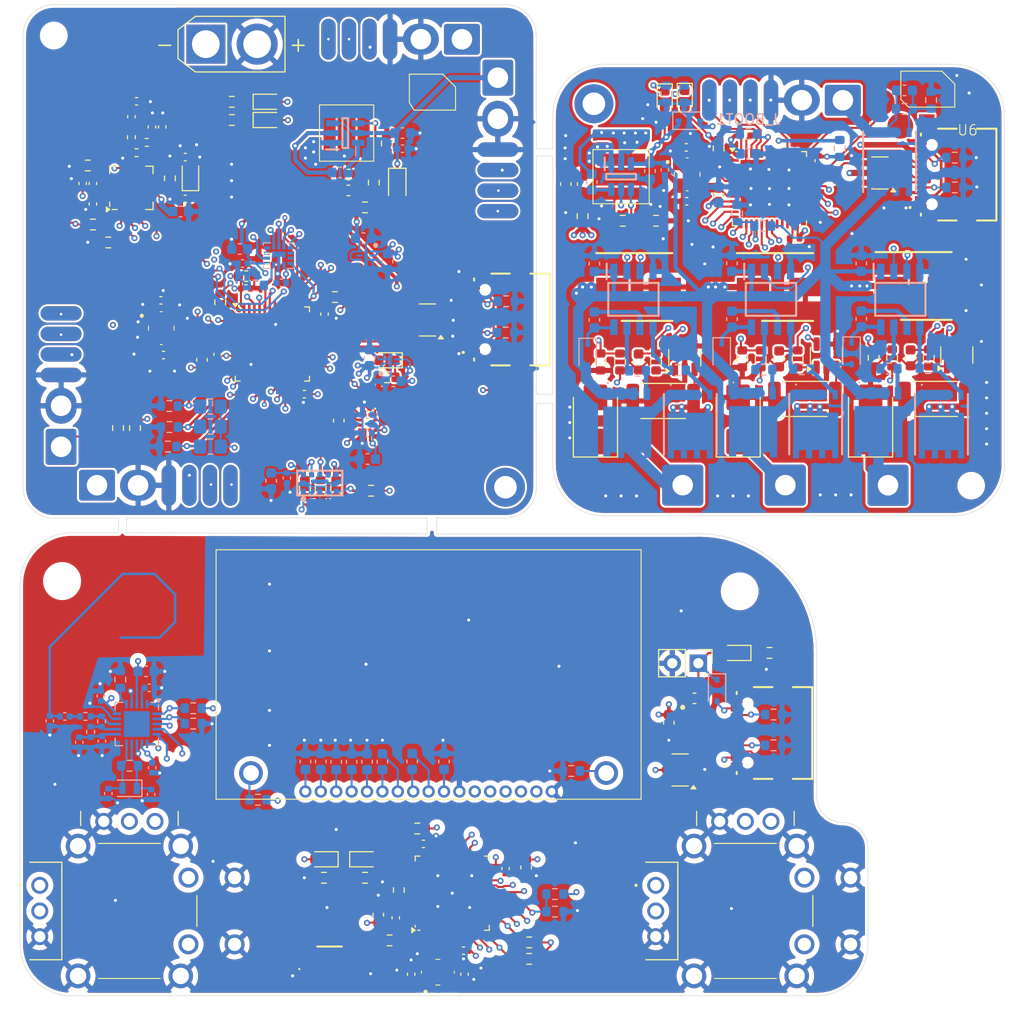
<source format=kicad_pcb>
(kicad_pcb (version 20240108) (generator "pcbnew") (generator_version "8.0")
  (title_block (comment 4 "AISLER Project ID: UCWNLSZO"))
  (layers (0 "F.Cu" signal) (1 "In1.Cu" signal) (2 "In2.Cu" signal) (31 "B.Cu" signal) (34 "B.Paste" user) (35 "F.Paste" user) (36 "B.SilkS" user "B.Silkscreen") (37 "F.SilkS" user "F.Silkscreen") (38 "B.Mask" user) (39 "F.Mask" user) (44 "Edge.Cuts" user))
  (net 0 "")
  (net 1 "V_Bat")
  (net 2 "GND")
  (net 3 "/Power/CB")
  (net 4 "/Power/SW")
  (net 5 "/Power/OUT_buck")
  (net 6 "Net-(U2-VDDUSB)")
  (net 7 "/STM32L412CBUx/RCC_OSC_OUT")
  (net 8 "/STM32L412CBUx/RCC_OSC_IN")
  (net 9 "Net-(D1-K)")
  (net 10 "+5V_USB")
  (net 11 "Net-(D3-K)")
  (net 12 "Net-(U2-VBAT)")
  (net 13 "Net-(J1-CC1)")
  (net 14 "Net-(J1-CC2)")
  (net 15 "/STM32L412CBUx/V_Bat_Div")
  (net 16 "/Power/FB")
  (net 17 "/STM32L412CBUx/USB_D-")
  (net 18 "/STM32L412CBUx/USB_D+")
  (net 19 "Net-(J1-D+-PadA6)")
  (net 20 "Net-(J1-D--PadA7)")
  (net 22 "/STM32L412CBUx/USART1TX")
  (net 23 "/STM32L412CBUx/SWDIO")
  (net 26 "3.3V_Anal")
  (net 27 "+5V")
  (net 28 "3.3V_Digi")
  (net 39 "Net-(IC4-C1)")
  (net 40 "Net-(IC2-FSYNC)")
  (net 41 "/STM32L412CBUx/ESC_PWM0")
  (net 42 "/STM32L412CBUx/ESC_SCL")
  (net 43 "/STM32L412CBUx/ESC_SDA")
  (net 44 "/STM32L412CBUx/ESC_PWM1")
  (net 45 "/STM32L412CBUx/ESC_PWM2")
  (net 46 "/STM32L412CBUx/ESC_PWM3")
  (net 47 "/STM32L412CBUx/I2C1_SDA")
  (net 48 "/STM32L412CBUx/I2C1_SCL")
  (net 49 "/Com/50 OhmRF I{slash}O")
  (net 50 "/Com/CE_NRF")
  (net 51 "/Com/CS_NRF")
  (net 52 "/Com/IRQ_NRF")
  (net 53 "Net-(U5-DVDD)")
  (net 54 "Net-(U5-XC2)")
  (net 55 "Net-(U5-XC1)")
  (net 56 "Net-(C34-Pad1)")
  (net 57 "Net-(U5-VDD_PA)")
  (net 58 "Net-(U5-ANT1)")
  (net 59 "Net-(U5-ANT2)")
  (net 60 "Net-(U5-IREF)")
  (net 61 "/Com/NR_SPI.MISO")
  (net 62 "/Com/NR_SPI.SCK")
  (net 63 "/Com/NR_SPI.MOSI")
  (net 64 "/STM32L412CBUx/I2C2.SDA")
  (net 65 "/STM32L412CBUx/I2C2.SCL")
  (net 66 "/STM32L412CBUx/PA0")
  (net 67 "/STM32L412CBUx/PA1")
  (net 68 "/STM32L412CBUx/PB1")
  (net 69 "/STM32L412CBUx/PB2")
  (net 70 "/STM32L412CBUx/PB12")
  (net 71 "/STM32L412CBUx/PA5")
  (net 72 "/STM32L412CBUx/PA6")
  (net 73 "/STM32L412CBUx/PB8")
  (net 74 "/STM32L412CBUx/SWCLK{slash}PA14")
  (net 75 "Net-(D4-A)")
  (net 76 "Net-(D4-K)")
  (net 77 "/STM32L412CBUx/USART1RX")
  (net 78 "/STM32L412CBUx/Boot0")
  (net 79 "/STM32L412CBUx/PB9")
  (net 83 "Net-(U1-PH3)")
  (net 97 "/VISENSE_A")
  (net 98 "/nGate_A")
  (net 99 "/Phase_A")
  (net 100 "/pGate_A")
  (net 101 "Net-(R4-Pad2)")
  (net 102 "+3V3")
  (net 103 "Net-(IC3-VS)")
  (net 104 "Net-(IC3-LO)")
  (net 105 "Net-(IC3-HO)")
  (net 106 "/VV_SENSE_A")
  (net 107 "/VB_A")
  (net 108 "Net-(IC1-VS)")
  (net 109 "/VB_B")
  (net 110 "Net-(IC1-LO)")
  (net 111 "Net-(IC1-HO)")
  (net 112 "/nGate_B")
  (net 113 "/Phase_B")
  (net 114 "/pGate_B")
  (net 115 "Net-(Q4-S)")
  (net 116 "Net-(R14-Pad2)")
  (net 117 "/SW")
  (net 118 "/CB")
  (net 119 "/VISENSE_B")
  (net 120 "/VB_C")
  (net 121 "Net-(IC4-VS)")
  (net 122 "/VISENSE_C")
  (net 123 "Net-(IC4-LO)")
  (net 124 "Net-(IC4-HO)")
  (net 125 "/Phase_C")
  (net 126 "/nGate_C")
  (net 127 "/pGate_C")
  (net 128 "/VV_SENSE_B")
  (net 129 "Net-(R20-Pad2)")
  (net 130 "/VV_SENSE_C")
  (net 131 "/FB")
  (net 132 "/OUT_buck")
  (net 133 "Net-(U1-VBAT)")
  (net 134 "Net-(U1-VDDUSB)")
  (net 135 "/USB_D+")
  (net 136 "/USB_D-")
  (net 137 "/LO_B")
  (net 138 "/Hi_B")
  (net 139 "/Hi_A")
  (net 140 "/LO_A")
  (net 141 "/LO_C")
  (net 142 "/HI_C")
  (net 143 "/RCC_OSC_OUT")
  (net 144 "/RCC_OSC_IN")
  (net 145 "/V_Bat_Div")
  (net 146 "Net-(Q1-S)")
  (net 147 "Net-(Q8-S)")
  (net 148 "/I2C1_SDA")
  (net 149 "/I2C1_CL")
  (net 150 "/V_Bat_raw")
  (net 151 "Net-(Q5-G)")
  (net 152 "Net-(D5-K)")
  (net 153 "Net-(D6-K)")
  (net 154 "/SWCLK")
  (net 155 "/SWDIO")
  (net 156 "/Duty_in")
  (net 157 "/Controller/RCC_OSC_OUT")
  (net 158 "/Controller/RCC_OSC_IN")
  (net 159 "/Controller/V_Bat_Div")
  (net 160 "/Controller/USB_D-")
  (net 161 "/Controller/USB_D+")
  (net 162 "/Controller/I2C1_SCL")
  (net 163 "/Controller/I2C2.SCL")
  (net 164 "/Controller/I2C1_SDA")
  (net 165 "/Controller/SPI2.SCK")
  (net 166 "/Controller/SWDIO")
  (net 167 "/Controller/SPI2.MISO")
  (net 168 "/Controller/SPI2.MOSI")
  (net 169 "/Controller/I2C2.SDA")
  (net 170 "Net-(U3-DVDD)")
  (net 171 "Net-(U3-XC2)")
  (net 172 "Net-(U3-XC1)")
  (net 173 "Net-(C17-Pad1)")
  (net 174 "/50 OhmRF I{slash}O")
  (net 175 "Net-(U3-VDD_PA)")
  (net 177 "Net-(U3-ANT1)")
  (net 178 "Net-(U3-ANT2)")
  (net 179 "/CS_NRF")
  (net 180 "/CE_NRF")
  (net 181 "Net-(U3-IREF)")
  (net 182 "/IRQ_NRF")
  (net 183 "/A_1")
  (net 184 "/A_0")
  (net 185 "/B_0")
  (net 186 "/B_1")
  (net 187 "/A_2")
  (net 188 "/B_2")
  (net 189 "/Controller/SWCLK")
  (net 190 "Net-(D2-K)")
  (net 191 "Net-(D2-A)")
  (net 192 "Net-(DS1-V4)")
  (net 193 "Net-(DS1-C2+)")
  (net 194 "Net-(DS1-C2-)")
  (net 195 "Net-(DS1-C1-)")
  (net 196 "Net-(DS1-C1+)")
  (net 197 "Net-(DS1-V3)")
  (net 198 "Net-(DS1-V2)")
  (net 199 "Net-(DS1-V1)")
  (net 200 "Net-(DS1-V0)")
  (net 201 "Net-(DS1-VOUT)")
  (net 202 "Net-(DS1-PadMH1)")
  (net 203 "Net-(DS1-PadMH2)")
  (net 204 "/Controller/PB2")
  (net 205 "/Controller/PB1")
  (net 206 "Net-(S3-NO_1)")
  (footprint "Resistor_SMD:R_0603_1608Metric" (layer "F.Cu") (at 32.9015 42.644 90)
    (property "Reference" "J_VBAT1" (hide yes))
    (property "Value" "0")
  )
  (footprint "Capacitor_SMD:C_0402_1005Metric" (layer "F.Cu") (at 88.85 36.427157)
    (property "Reference" "C21" (hide yes))
    (property "Value" "100n")
  )
  (footprint "ESC_footrpints:Connector_BLDC" (layer "F.Cu") (at 87.95 60.457157 180)
    (property "Reference" "C25" (hide yes))
    (property "Value" "~" (hide yes))
  )
  (footprint "ESC_footrpints:ESC_LOGO" (layer "F.Cu") (at 105.7 26.382157)
    (property "Reference" "U6")
    (property "Value" "~")
  )
  (footprint "Resistor_SMD:R_0603_1608Metric" (layer "F.Cu") (at 72.11 34.707157 180)
    (property "Reference" "R_FBT1" (hide yes))
    (property "Value" "100k 1%")
  )
  (footprint "ESC_footrpints:XAL5050822MEC" (layer "F.Cu") (at 71.95 30.407157 -90)
    (property "Reference" "L2" (hide yes))
    (property "Value" "8.2u" (hide yes))
  )
  (footprint "Resistor_SMD:R_0402_1005Metric" (layer "F.Cu") (at 24.75 28.07 180)
    (property "Reference" "L2" (hide yes))
    (property "Value" "8.2n")
  )
  (footprint "LED_SMD:LED_0603_1608Metric" (layer "F.Cu") (at 76.2 22.857157 -90)
    (property "Reference" "D5" (hide yes))
    (property "Value" "LED_Small")
  )
  (footprint "Resistor_SMD:R_0603_1608Metric" (layer "F.Cu") (at 68.2 34.257157 -90)
    (property "Reference" "J_3V3" (hide yes))
    (property "Value" "0")
  )
  (footprint "Resistor_SMD:R_0603_1608Metric" (layer "F.Cu") (at 98.35 48.057157 -90)
    (property "Reference" "R11" (hide yes))
    (property "Value" "TODO")
  )
  (footprint "Capacitor_SMD:C_0402_1005Metric" (layer "F.Cu") (at 20.5 31.07 -90)
    (property "Reference" "C30" (hide yes))
    (property "Value" "10n")
  )
  (footprint "ESC_footrpints:GSB1C41110SSHR" (layer "F.Cu") (at 104.54 30.207157 90)
    (property "Reference" "J1" (hide yes))
    (property "Value" "USB_C_Receptacle_USB2.0_16P" (hide yes))
  )
  (footprint "Capacitor_SMD:C_0402_1005Metric" (layer "F.Cu") (at 41.0915 51.596)
    (property "Reference" "C7" (hide yes))
    (property "Value" "100n")
  )
  (footprint "ESC_footrpints:Connector_ESC" (layer "F.Cu") (at 83.05 21.957157 180)
    (property "Reference" "C24" (hide yes))
    (property "Value" "~" (hide yes))
  )
  (footprint "FC_footrpints:GSB1C41110SSHR" (layer "F.Cu") (at 86.6 84.6 90)
    (property "Reference" "J1" (hide yes))
    (property "Value" "USB_C_Receptacle_USB2.0_16P" (hide yes))
  )
  (footprint "Resistor_SMD:R_0603_1608Metric" (layer "F.Cu") (at 75.35 48.457157 -90)
    (property "Reference" "R20" (hide yes))
    (property "Value" "1k")
  )
  (footprint "Resistor_SMD:R_0603_1608Metric" (layer "F.Cu") (at 22 36.82 180)
    (property "Reference" "R16" (hide yes))
    (property "Value" "10k")
  )
  (footprint "Resistor_SMD:R_0603_1608Metric" (layer "F.Cu") (at 42.676 60.8 90)
    (property "Reference" "R13" (hide yes))
    (property "Value" "1.5k to 2k")
  )
  (footprint "Resistor_SMD:R_0603_1608Metric" (layer "F.Cu") (at 20 29.32 180)
    (property "Reference" "R17" (hide yes))
    (property "Value" "22k")
  )
  (footprint "FC_footprints:FC_LOGO" (layer "F.Cu") (at 57.075 26.675)
    (property "Reference" "REF**" (hide yes))
    (property "Value" "FC_LOGO")
  )
  (footprint "MountingHole:MountingHole_2.2mm_M2" (layer "F.Cu") (at 16.688 16.66)
    (property "Reference" "H2" (hide yes))
    (property "Value" "MountingHole")
  )
  (footprint "Resistor_SMD:R_0603_1608Metric" (layer "F.Cu") (at 83.75 48.157157 90)
    (property "Reference" "R16" (hide yes))
    (property "Value" "TODO")
  )
  (footprint "Resistor_SMD:R_2512_6332Metric" (layer "F.Cu") (at 102.52 52.057157 180)
    (property "Reference" "R1" (hide yes))
    (property "Value" "2mOhm")
  )
  (footprint "FC_footrpints:THB001P" (layer "F.Cu") (at 15.325 99.4375 90)
    (property "Reference" "S1" (hide yes))
    (property "Value" "THB001P" (hide yes))
  )
  (footprint "Capacitor_SMD:C_0402_1005Metric" (layer "F.Cu") (at 32.6475 47.724 -90)
    (property "Reference" "C6" (hide yes))
    (property "Value" "100n")
  )
  (footprint "Crystal:Crystal_SMD_2012-2Pin_2.0x1.2mm" (layer "F.Cu") (at 30 30.57 90)
    (property "Reference" "Y2" (hide yes))
    (property "Value" "16MHz")
  )
  (footprint "Connector_PinHeader_2.54mm:PinHeader_1x02_P2.54mm_Vertical" (layer "F.Cu") (at 79.475 77.8 -90)
    (property "Reference" "BT1" (hide yes))
    (property "Value" "Battery")
  )
  (footprint "Capacitor_SMD:C_0402_1005Metric" (layer "F.Cu") (at 27.3755 47.786)
    (property "Reference" "C15" (hide yes))
    (property "Value" "TODO")
  )
  (footprint "Capacitor_SMD:C_0402_1005Metric" (layer "F.Cu") (at 84.05 26.407157 180)
    (property "Reference" "C20" (hide yes))
    (property "Value" "100n")
  )
  (footprint "Capacitor_SMD:C_0402_1005Metric" (layer "F.Cu") (at 29.5 28.5)
    (property "Reference" "C33" (hide yes))
    (property "Value" "22p")
  )
  (footprint "Capacitor_SMD:C_0402_1005Metric" (layer "F.Cu") (at 27.1215 42.452 180)
    (property "Reference" "C16" (hide yes))
    (property "Value" "TODO")
  )
  (footprint "Resistor_SMD:R_0603_1608Metric" (layer "F.Cu") (at 75.35 34.707157 180)
    (property "Reference" "R_FBB1" (hide yes))
    (property "Value" "22k1 %1")
  )
  (footprint "Resistor_SMD:R_0603_1608Metric" (layer "F.Cu") (at 86.4 76.8 180)
    (property "Reference" "R5" (hide yes))
    (property "Value" "10k")
  )
  (footprint "FC_footrpints:ABM8W480000MHZ6D1XT3" (layer "F.Cu") (at 26.8475 45.162 -90)
    (property "Reference" "Y1" (hide yes))
    (property "Value" "Crystal_GND24_Small" (hide yes))
  )
  (footprint "Resistor_SMD:R_0603_1608Metric" (layer "F.Cu") (at 69.95 48.457157 90)
    (property "Reference" "R22" (hide yes))
    (property "Value" "TODO")
  )
  (footprint "FC_footrpints:XAL5050822MEC" (layer "F.Cu") (at 45.212 26.162)
    (property "Reference" "L1" (hide yes))
    (property "Value" "8.2u" (hide yes))
  )
  (footprint "Resistor_SMD:R_0603_1608Metric" (layer "F.Cu") (at 71.85 48.457157 -90)
    (property "Reference" "R21" (hide yes))
    (property "Value" "TODO")
  )
  (footprint "Capacitor_SMD:C_0603_1608Metric" (layer "F.Cu") (at 31.1235 48.245 -90)
    (property "Reference" "C14" (hide yes))
    (property "Value" "1u")
  )
  (footprint "Package_DFN_QFN:QFN-48-1EP_7x7mm_P0.5mm_EP5.6x5.6mm" (layer "F.Cu") (at 55.5 100.2 90)
    (property "Reference" "U1" (hide yes))
    (property "Value" "STM32L412CBUx")
  )
  (footprint "Resistor_SMD:R_0603_1608Metric" (layer "F.Cu") (at 47.862 30.988 -90)
    (property "Reference" "R_FBT1" (hide yes))
    (property "Value" "100k 1%")
  )
  (footprint "Resistor_SMD:R_0603_1608Metric" (layer "F.Cu") (at 49.132 27.178 -90)
    (property "Reference" "R_FBB1" (hide yes))
    (property "Value" "TODO")
  )
  (footprint "Capacitor_SMD:C_0402_1005Metric" (layer "F.Cu") (at 91.2 28.857157 90)
    (property "Reference" "C23" (hide yes))
    (property "Value" "100n")
  )
  (footprint "Capacitor_SMD:C_0402_1005Metric" (layer "F.Cu") (at 24.75 23.07)
    (property "Reference" "C35" (hide yes))
    (property "Value" "1p")
  )
  (footprint "MountingHole:MountingHole_2.2mm_M2_DIN965_Pad" (layer "F.Cu") (at 69.3 23.307157)
    (property "Reference" "H1" (hide yes))
    (property "Value" "MountingHole")
  )
  (footprint "Resistor_SMD:R_0603_1608Metric" (layer "F.Cu") (at 28 30.57 -90)
    (property "Reference" "R14" (hide yes))
    (property "Value" "1M")
  )
  (footprint "FC_footrpints:ABM8W480000MHZ6D1XT3" (layer "F.Cu") (at 54.1 108.212)
    (property "Reference" "Y1" (hide yes))
    (property "Value" "Crystal_GND24_Small" (hide yes))
  )
  (footprint "FC_footrpints:Connector_ESC_FC" (layer "F.Cu") (at 31.4 61.475)
    (property "Reference" "C27" (hide yes))
    (property "Value" "~" (hide yes))
  )
  (footprint "LED_SMD:LED_0603_1608Metric" (layer "F.Cu") (at 78.15 22.807157 -90)
    (property "Reference" "D6" (hide yes))
    (property "Value" "LED_Small")
  )
  (footprint "LED_SMD:LED_0603_1608Metric" (layer "F.Cu") (at 49.15 48.3 180)
    (property "Reference" "D4" (hide yes))
    (property "Value" "LED_Status")
  )
  (footprint "Resistor_SMD:R_0603_1608Metric" (layer "F.Cu") (at 22.95 54.9 -90)
    (property "Reference" "R7" (hide yes))
    (property "Value" "TODO")
  )
  (footprint "Capacitor_SMD:C_0402_1005Metric" (layer "F.Cu") (at 50 102.6 -90)
    (property "Reference" "C6" (hide yes))
    (property "Value" "100n")
  )
  (footprint "Capacitor_SMD:C_0402_1005Metric" (layer "F.Cu") (at 81.45 32.177157 -90)
    (property "Reference" "C19" (hide yes))
    (property "Value" "100n")
  )
  (footprint "Capacitor_SMD:C_0402_1005Metric" (layer "F.Cu") (at 29.5 32.57)
    (property "Reference" "C32" (hide yes))
    (property "Value" "22p")
  )
  (footprint "Resistor_SMD:R_0603_1608Metric" (layer "F.Cu") (at 41.152 60.8 90)
    (property "Reference" "R12" (hide yes))
    (property "Value" "1.5k to 2k")
  )
  (footprint "LED_SMD:LED_0603_1608Metric" (layer "F.Cu") (at 83.1125 76.8 180)
    (property "Reference" "D1" (hide yes))
    (property "Value" "LED_Small")
  )
  (footprint "Resistor_SMD:R_0603_1608Metric" (layer "F.Cu") (at 37.5 38.4 180)
    (property "Reference" "J2" (hide yes))
    (property "Value" "DNC")
  )
  (footprint "Capacitor_SMD:C_0603_1608Metric" (layer "F.Cu") (at 62.7 97.7 90)
    (property "Reference" "C14" (hide yes))
    (property "Value" "1u")
  )
  (footprint "Capacitor_SMD:C_0402_1005Metric" (layer "F.Cu") (at 56.6 105.8)
    (property "Reference" "C7" (hide yes))
    (property "Value" "100n")
  )
  (footprint "Resistor_SMD:R_0603_1608Metric" (layer "F.Cu") (at 47.0125 98.7 180)
    (property "Reference" "R1" (hide yes))
    (property "Value" "TODO")
  )
  (footprint "ESC_footrpints:CAPAE660X550N" (layer "F.Cu") (at 73.65 41.157157)
    (property "Reference" "C16" (hide yes))
    (property "Value" "47u" (hide yes))
  )
  (footprint "Resistor_SMD:R_0603_1608Metric" (layer "F.Cu") (at 20.5 35.07)
    (property "Reference" "R15" (hide yes))
    (property "Value" "10k")
  )
  (footprint "LED_SMD:LED_0603_1608Metric" (layer "F.Cu") (at 37.592 24.892)
    (property "Reference" "D3" (hide yes))
    (property "Value" "LED_Small")
  )
  (footprint "Resistor_SMD:R_0603_1608Metric" (layer "F.Cu") (at 96.55 48.057157 90)
    (property "Reference" "R12" (hide yes))
    (property "Value" "TODO")
  )
  (footprint "Capacitor_SMD:C_0603_1608Metric" (layer "F.Cu") (at 48.3 102.3 -90)
    (property "Reference" "C4" (hide yes))
    (property "Value" "4.7u")
  )
  (footprint "Connector_AMASS:AMASS_XT30U-F_1x02_P5.0mm_Vertical" (layer "F.Cu") (at 31.5 17.5)
    (property "Reference" "BT1" (hide yes))
    (property "Value" "Battery")
  )
  (footprint "Package_DFN_QFN:QFN-48-1EP_7x7mm_P0.5mm_EP5.6x5.6mm" (layer "F.Cu") (at 37.9815 46.708)
    (property "Reference" "U2" (hide yes))
    (property "Value" "STM32L412CBUx")
  )
  (footprint "Capacitor_SMD:C_0402_1005Metric" (layer "F.Cu") (at 24.25 24.57 90)
    (property "Reference" "C34" (hide yes))
    (property "Value" "1.5p")
  )
  (footprint "FC_footrpints:SON40P120X120X60-7N-D" (layer "F.Cu") (at 78.9 83.1)
    (property "Reference" "IC1" (hide yes))
    (property "Value" "MIC5528-3.3YMT-TR" (hide yes))
  )
  (footprint "Capacitor_SMD:C_0603_1608Metric" (layer "F.Cu") (at 45.4 31.75)
    (property "Reference" "C5" (hide yes))
    (property "Value" "22u/6.6V")
  )
  (footprint "LED_SMD:LED_0603_1608Metric" (layer "F.Cu") (at 47 96.9)
    (property "Reference" "D2" (hide yes))
    (property "Value" "LED_Status")
  )
  (footprint "FC_footrpints:IIS2MDCTR" (layer "F.Cu") (at 47.244 54.356 -90)
    (property "Reference" "IC4" (hide yes))
    (property "Value" "IIS2MDCTR" (hide yes))
  )
  (footprint "ESC_footrpints:ABM8W480000MHZ6D1XT3" (layer "F.Cu") (at 78.075 30.182157 -90)
    (property "Reference" "Y1" (hide yes))
    (property "Value" "Crystal_GND24_Small" (hide yes))
  )
  (footprint "FC_footrpints:THB001P" (layer "F.Cu") (at 75.325 99.4375 90)
    (property "Reference" "S2" (hide yes))
    (property "Value" "THB001P" (hide yes))
  )
  (footprint "Capacitor_SMD:C_0603_1608Metric" (layer "F.Cu") (at 76.6 83.6 90)
    (property "Reference" "C2" (hide yes))
    (property "Value" "2u2/10V/X5")
  )
  (footprint "Capacitor_SMD:C_0402_1005Metric" (layer "F.Cu") (at 19.5 31.07 -90)
    (property "Reference" "C29" (hide yes))
    (property "Value" "1n")
  )
  (footprint "MountingHole:MountingHole_2.2mm_M2_DIN965_Pad" (layer "F.Cu") (at 60.688 60.66)
    (property "Reference" "H1" (hide yes))
    (property "Value" "MountingHole")
  )
  (footprint "MountingHole:MountingHole_2.2mm_M2" (layer "F.Cu") (at 106.05 60.507157)
    (property "Reference" "H2" (hide yes))
    (property "Value" "MountingHole")
  )
  (footprint "Resistor_SMD:R_0603_1608Metric" (layer "F.Cu") (at 34.036 23.114)
    (property "Reference" "R5" (hide yes))
    (property "Value" "10k")
  )
  (footprint "Diode_SMD:D_SOD-323" (layer "F.Cu") (at 50.148 31.2 -90)
    (property "Reference" "D2" (hide yes))
    (property "Value" "1N5819WS")
  )
  (footprint "Resistor_SMD:R_0603_1608Metric" (layer "F.Cu") (at 47 33.4 180)
    (property "Reference" "J_3V1" (hide yes))
    (property "Value" "0")
  )
  (footprint "Capacitor_SMD:C_0603_1608Metric" (layer "F.Cu") (at 100.15 48.057157 90)
    (property "Reference" "C1" (hide yes))
    (property "Value" "1n")
  )
  (footprint "FC_footrpints:435441019830" (layer "F.Cu") (at 43.55 106.8 180)
    (property "Reference" "S3" (hide yes))
    (property "Value" "435441019830" (hide yes))
  )
  (footprint "Capacitor_SMD:C_0603_1608Metric" (layer "F.Cu") (at 73.65 48.457157 90)
    (property "Reference" "C17" (hide yes))
    (property "Value" "1n")
  )
  (footprint "ESC_footrpints:CAPAE660X550N" (layer "F.Cu") (at 100.85 41.057157)
    (property "Reference" "C2" (hide yes))
    (property "Value" "47u" (hide yes))
  )
  (footprint "Capacitor_SMD:C_0402_1005Metric" (layer "F.Cu") (at 43.0615 43.8 90)
    (property "Reference" "C8" (hide yes))
    (property "Value" "100n")
  )
  (footprint "Resistor_SMD:R_0603_1608Metric" (layer "F.Cu") (at 63 105 180)
    (property "Reference" "R12" (hide yes))
    (property "Value" "1M")
  )
  (footprint "Resistor_SMD:R_0603_1608Metric" (layer "F.Cu") (at 89.15 48.157157 -90)
    (property "Reference" "R14" (hide yes))
    (property "Value" "1k")
  )
  (footprint "Resistor_SMD:R_2512_6332Metric" (layer "F.Cu") (at 89.85 52.057157 180)
    (property "Reference" "R13" (hide yes))
    (property "Value" "2mOhm")
  )
  (footprint "ESC_footrpints:CAPAE660X550N" (layer "F.Cu") (at 87.35 41.157157)
    (property "Reference" "C8" (hide yes))
    (property "Value" "47u" (hide yes))
  )
  (footprint "Diode_SMD:D_SMB" (layer "F.Cu") (at 96.25 54.057157 90)
    (property "Reference" "D7" (hide yes))
    (property "Value" "SMBJP6KE22A-TP")
  )
  (footprint "Capacitor_SMD:C_0603_1608Metric" (layer "F.Cu") (at 45.4 30.2)
    (property "Reference" "C10" (hide yes))
    (property "Value" "22u/6.6V")
  )
  (footprint "LED_SMD:LED_0603_1608Metric" (layer "F.Cu") (at 37.592 23.114)
    (property "Reference" "D1" (hide yes))
    (property "Value" "LED_Small")
  )
  (footprint "Package_DFN_QFN:QFN-48-1EP_7x7mm_P0.5mm_EP5.6x5.6mm" (layer "F.Cu") (at 86.4 31.577157)
    (property "Reference" "U1" (hide yes))
    (property "Value" "STM32L412CBU6")
  )
  (footprint "Resistor_SMD:R_0603_1608Metric" (layer "F.Cu") (at 63 106.6 180)
    (property "Reference" "R11" (hide yes))
    (property "Value" "1M")
  )
  (footprint "Capacitor_SMD:C_0402_1005Metric" (layer "F.Cu") (at 20.5 33.07 90)
    (property "Reference" "C31" (hide yes))
    (property "Value" "33n")
  )
  (footprint "Resistor_SMD:R_0603_1608Metric" (layer "F.Cu") (at 44.0775 42.136)
    (property "Reference" "J_VUSB1" (hide yes))
    (property "Value" "0")
  )
  (footprint "Package_TO_SOT_SMD:SOT-23-6" (layer "F.Cu") (at 53.092 44.368 180)
    (property "Reference" "U1" (hide yes))
    (property "Value" "USBLC6-2SC6" (hide yes))
  )
  (footprint "Resistor_SMD:R_0402_1005Metric" (layer "F.Cu") (at 25.75 27.07 180)
    (property "Reference" "L3" (hide yes))
    (property "Value" "2.7n")
  )
  (footprint "Capacitor_SMD:C_0603_1608Metric" (layer "F.Cu") (at 35.4415 40.104 180)
    (property "Reference" "C4" (hide yes))
    (property "Value" "4.7u")
  )
  (footprint "Capacitor_SMD:C_0402_1005Metric" (layer "F.Cu") (at 56.7 108.1 90)
    (property "Reference" "C15" (hide yes))
    (property "Value" "TODO")
  )
  (footprint "Package_TO_SOT_SMD:SOT-23-5" (layer "F.Cu") (at 91.95 47.857157 90)
    (property "Reference" "U4" (hide yes))
    (property "Value" "INA180A3")
  )
  (footprint "Resistor_SMD:R_0603_1608Metric" (layer "F.Cu") (at 49.4 104.8 180)
    (property "Reference" "J_VBAT1" (hide yes))
    (property "Value" "0")
  )
  (footprint "MountingHole:MountingHole_3.2mm_M3_ISO7380" (layer "F.Cu") (at 83.5 70.8)
    (property "Reference" "H2" (hide yes))
    (property "Value" "MountingHole")
  )
  (footprint "Diode_SMD:D_SMB" (layer "F.Cu") (at 83.35 54.057157 90)
    (property "Reference" "D8" (hide yes))
    (property "Value" "SMBJP6KE22A-TP")
  )
  (footprint "Resistor_SMD:R_0603_1608Metric" (layer "F.Cu") (at 49.15 49.95)
    (property "Reference" "R18" (hide yes))
    (property "Value" "TODO")
  )
  (footprint "FC_footrpints:Connector_ESC_FC" (layer "F.Cu") (at 45.944 16.018 180)
    (property "Reference" "C28" (hide yes))
    (property "Value" "~" (hide yes))
  )
  (footprint "Resistor_SMD:R_0603_1608Metric" (layer "F.Cu") (at 85.55 48.157157 -90)
    (property "Reference" "R15" (hide yes))
    (property "Value" "TODO")
  )
  (footprint "Capacitor_SMD:C_0402_1005Metric" (layer "F.Cu") (at 26.25 25.57 90)
    (property "Reference" "C37" (hide yes))
    (property "Value" "4.7p")
  )
  (footprint "Resistor_SMD:R_0603_1608Metric" (layer "F.Cu") (at 101.92 48.057157 -90)
    (property "Reference" "R4" (hide yes))
    (property "Value" "1k")
  )
  (footprint "FC_footrpints:GSB1C41110SSHR" (layer "F.Cu") (at 61.0195 44.322 90)
    (property "Reference" "J1" (hide yes))
    (property "Value" "USB_C_Receptacle_USB2.0_16P" (hide yes))
  )
  (footprint "MountingHole:MountingHole_3.2mm_M3_ISO7380" (layer "F.Cu") (at 17.5 69.8)
    (property "Reference" "H1" (hide yes))
    (property "Value" "MountingHole")
  )
  (footprint "Resistor_SMD:R_0603_1608Metric" (layer "F.Cu") (at 47.6 61 180)
    (property "Reference" "R11" (hide yes))
    (property "Value" "10k")
  )
  (footprint "Capacitor_SMD:C_0402_1005Metric" (layer "F.Cu") (at 60.7 97.8 90)
    (property "Reference" "C9" (hide yes))
    (property "Value" "100n")
  )
  (footprint "Resistor_SMD:R_0402_1005Metric" (layer "F.Cu") (at 24.25 26.57 90)
    (property "Reference" "L4" (hide yes))
    (property "Value" "3.9n")
  )
  (footprint "Resistor_SMD:R_0603_1608Metric" (layer "F.Cu") (at 52.1 93.9)
    (property "Reference" "J_VUSB1" (hide yes))
    (property "Value" "0")
  )
  (footprint "Resistor_SMD:R_2512_6332Metric" (layer "F.Cu") (at 76.05 52.257157 180)
    (property "Reference" "R19" (hide yes))
    (property "Value" "2mOhm")
  )
  (footprint "Resistor_SMD:R_0603_1608Metric" (layer "F.Cu") (at 43 98.7)
    (property "Reference" "R6" (hide yes))
    (property "Value" "TODO")
  )
  (footprint "Resistor_SMD:R_0603_1608Metric" (layer "F.Cu") (at 50.3 99.9 90)
    (property "Reference" "J_BOOT1" (hide yes))
    (property "Value" "0")
  )
  (footprint "LED_SMD:LED_0603_1608Metric" (layer "F.Cu") (at 42.9 96.9 180)
    (property "Reference" "D3" (hide yes))
    (property "Value" "LED_Small")
  )
  (footprint "Capacitor_SMD:C_0603_1608Metric" (layer "F.Cu") (at 44.45 54.171 90)
    (property "Reference" "C21" (hide yes))
    (property "Value" "220n")
  )
  (footprint "Capacitor_SMD:C_0402_1005Metric" (layer "F.Cu") (at 52.7 95.4 180)
    (property "Reference" "C8" (hide yes))
    (property "Value" "100n")
  )
  (footprint "Capacitor_SMD:C_0402_1005Metric" (layer "F.Cu") (at 78.345 32.807157)
    (property "Reference" "C26" (hide yes))
    (property "Value" "TODO")
  )
  (footprint "Capacitor_SMD:C_0402_1005Metric" (layer "F.Cu") (at 78.3 27.557157 180)
    (property "Reference" "C27" (hide yes))
    (property "Value" "TODO")
  )
  (footprint "Package_TO_SOT_SMD:SOT-23-5" (layer "F.Cu") (at 104.65 47.782157 90)
    (property "Reference" "U3" (hide yes))
    (property "Value" "INA180A3")
  )
  (footprint "Capacitor_SMD:C_0402_1005Metric" (layer "F.Cu") (at 35.4 41.3 180)
    (property "Reference" "C9" (hide yes))
    (property "Value" "100n")
  )
  (footprint "Package_TO_SOT_SMD:SOT-23-6" (layer "F.Cu") (at 77.7 88.2 180)
    (property "Reference" "U2" (hide yes))
    (property "Value" "USBLC6-2SC6")
  )
  (footprint "Capacitor_SMD:C_0603_1608Metric" (layer "F.Cu") (at 66.56 31.132157 -90)
    (property "Reference" "C12" (hide yes))
    (property "Value" "22u/6.6V")
  )
  (footprint "Capacitor_SMD:C_0402_1005Metric" (layer "F.Cu") (at 51.5 108.1 -90)
    (property "Reference" "C16" (hide yes))
    (property "Value" "TODO")
  )
  (footprint "Capacitor_SMD:C_0603_1608Metric" (layer "F.Cu") (at 68.21 31.132157 -90)
    (property "Reference" "C11" (hide yes))
    (property "Value" "22u/6.6V")
  )
  (footprint "Resistor_SMD:R_0603_1608Metric" (layer "F.Cu") (at 44.2 60.8 90)
    (property "Reference" "R10" (hide yes))
    (property "Value" "10k")
  )
  (footprint "Resistor_SMD:R_0603_1608Metric" (layer "F.Cu") (at 34.036 24.892)
    (property "Reference" "R6" (hide yes))
    (property "Value" "TODO")
  )
  (footprint "Capacitor_SMD:C_0603_1608Metric" (layer "F.Cu") (at 87.35 48.157157 90)
    (property "Reference" "C9" (hide yes))
    (property "Value" "1n")
  )
  (footprint "Diode_SMD:D_SMB" (layer "F.Cu") (at 69.45 54.057157 90)
    (property "Reference" "D9" (hide yes))
    (property "Value" "SMBJP6KE22A-TP")
  )
  (footprint "Resistor_SMD:R_0603_1608Metric" (layer "F.Cu") (at 81.45 27.657157 90)
    (property "Reference" "J_VBAT1" (hide yes))
    (property "Value" "0")
  )
  (footprint "Capacitor_SMD:C_0603_1608Metric" (layer "F.Cu") (at 79.1 81.225)
    (property "Reference" "C1" (hide yes))
    (property "Value" "2u2/10V/X5")
  )
  (footprint "Package_TO_SOT_SMD:SOT-23-5" (layer "F.Cu") (at 78.15 48.042157 90)
    (property "Reference" "U5" (hide yes))
    (property "Value" "INA180A3")
  )
  (footprint "FC_footrpints:NHDC12832A1ZFSWFBW3V3" (layer "F.Cu") (at 41.2 90.3)
    (property "Reference" "DS1" (hide yes))
    (property "Value" "NHD-C12832A1Z-FSW-FBW-3V3" (hide yes))
  )
  (footprint "Capacitor_SMD:C_0402_1005Metric" (layer "F.Cu") (at 27.25 25.57 -90)
    (property "Reference" "C36" (hide yes))
    (property "Value" "2.2n")
  )
  (footprint "Package_DFN_QFN:QFN-20-1EP_4x4mm_P0.5mm_EP2.5x2.5mm" (layer "F.Cu") (at 24.25 31.5 90)
    (property "Reference" "U5" (hide yes))
    (property "Value" "NRF24L01")
  )
  (footprint "Resistor_SMD:R_0603_1608Metric" (layer "F.Cu") (at 24.6 54.9 90)
    (property "Reference" "R8" (hide yes))
    (property "Value" "TODO")
  )
  (footprint "Package_TO_SOT_SMD:SOT-23-6" (layer "F.Cu") (at 97.16 30.047157 180)
    (property "Reference" "U2" (hide yes))
    (property "Value" "USBLC6-2SC6")
  )
  (footprint "Capacitor_SMD:C_0603_1608Metric" (layer "B.Cu") (at 82.745 38.857157 -90)
    (property "Reference" "C6" (hide yes))
    (property "Value" "1u")
  )
  (footprint "ESC_footrpints:BSC054N04NSGATMA1" (layer "B.Cu") (at 98.1 28.957157)
    (property "Reference" "Q5" (hide yes))
    (property "Value" "IRFH8318TRPBF" (hide yes))
  )
  (footprint "ESC_footrpints:BSC060P03NS3EG" (layer "B.Cu") (at 97.02 54.507157)
    (property "Reference" "Q2" (hide yes))
    (property "Value" "BSC060P03NS3E G" (hide yes))
  )
  (footprint "Capacitor_SMD:C_0603_1608Metric" (layer "B.Cu") (at 84.325 28.182157 180)
    (property "Reference" "C22" (hide yes))
    (property "Value" "4.7u")
  )
  (footprint "Capacitor_SMD:C_0603_1608Metric" (layer "B.Cu") (at 81.45 32.177157 -90)
    (property "Reference" "C18" (hide yes))
    (property "Value" "1u")
  )
  (footprint "Resistor_SMD:R_0603_1608Metric" (layer "B.Cu") (at 76.35 22.357157 90)
    (property "Reference" "R25" (hide yes))
    (property "Value" "10k")
  )
  (footprint "Capacitor_SMD:C_0603_1608Metric" (layer "B.Cu") (at 44.573 30)
    (property "Reference" "C3" (hide yes))
    (property "Value" "100n / X7R or X5R / 16V")
  )
  (footprint "Capacitor_SMD:C_0603_1608Metric" (layer "B.Cu") (at 48.7 87.4 -90)
    (property "Reference" "C22" (hide yes))
    (property "Value" "2.2u")
  )
  (footprint "Capacitor_SMD:C_0603_1608Metric" (layer "B.Cu") (at 54.7 87.375 -90)
    (property "Reference" "C28" (hide yes))
    (property "Value" "2.2u")
  )
  (footprint "Diode_SMD:D_SOD-323" (layer "B.Cu") (at 81.3 80.45 -90)
    (property "Reference" "D4" (hide yes))
    (property "Value" "1N5819WS")
  )
  (footprint "Resistor_SMD:R_0603_1608Metric" (layer "B.Cu") (at 30.275 83.6875)
    (property "Reference" "R3" (hide yes))
    (property "Value" "10k")
  )
  (footprint "Resistor_SMD:R_0603_1608Metric" (layer "B.Cu") (at 104.45 31.457157)
    (property "Reference" "R5" (hide yes))
    (property "Value" "5.1k")
  )
  (footprint "Capacitor_SMD:C_0402_1005Metric_Pad0.74x0.62mm_HandSolder" (layer "B.Cu") (at 50.656 27.686 180)
    (property "Reference" "C2" (hide yes))
    (property "Value" "100n /2x V_bat")
  )
  (footprint "Capacitor_SMD:C_0402_1005Metric" (layer "B.Cu") (at 16.3 83.42 -90)
    (property "Reference" "C18" (hide yes))
    (property "Value" "1p")
  )
  (footprint "Capacitor_SMD:C_0603_1608Metric" (layer "B.Cu") (at 41.2 87.375 -90)
    (property "Reference" "C27" (hide yes))
    (property "Value" "1u")
  )
  (footprint "Resistor_SMD:R_0402_1005Metric" (layer "B.Cu") (at 20.275 84.4875 90)
    (property "Reference" "L2" (hide yes))
    (property "Value" "2.7n")
  )
  (footprint "Resistor_SMD:R_0603_1608Metric" (layer "B.Cu") (at 60.712 45.592)
    (property "Reference" "R1" (hide yes))
    (property "Value" "5.1k")
  )
  (footprint "Capacitor_SMD:C_0402_1005Metric" (layer "B.Cu") (at 35.08 38.862)
    (property "Reference" "C23" (hide yes))
    (property "Value" "100n/X7R")
  )
  (footprint "Capacitor_SMD:C_0603_1608Metric" (layer "B.Cu") (at 82.75 44.282157 -90)
    (property "Reference" "C7" (hide yes))
    (property "Value" "1u")
  )
  (footprint "Capacitor_SMD:C_0603_1608Metric" (layer "B.Cu") (at 25.675 78.5875 180)
    (property "Reference" "C3" (hide yes))
    (property "Value" "4.7u DNP")
  )
  (footprint "Resistor_SMD:R_0603_1608Metric" (layer "B.Cu") (at 65.5 100.29)
    (property "Reference" "R2" (hide yes))
    (property "Value" "TODO")
  )
  (footprint "Resistor_SMD:R_0603_1608Metric" (layer "B.Cu") (at 93.25 27.657157 90)
    (property "Reference" "J_VUSB1" (hide yes))
    (property "Value" "0")
  )
  (footprint "Resistor_SMD:R_0402_1005Metric" (layer "B.Cu") (at 21.345 83.4675 90)
    (property "Reference" "L1" (hide yes))
    (property "Value" "8.2n")
  )
  (footprint "ESC_footrpints:SOIC127P600X175-8N" (layer "B.Cu") (at 86.55 42.357157 -90)
    (property "Reference" "IC1" (hide yes))
    (property "Value" "IR2103STRPBF" (hide yes))
  )
  (footprint "Capacitor_SMD:C_0603_1608Metric" (layer "B.Cu") (at 49.2 38.675 90)
    (property "Reference" "C17" (hide yes))
    (property "Value" "2u2/10V/X5")
  )
  (footprint "Capacitor_SMD:C_0402_1005Metric" (layer "B.Cu") (at 47.244 53.594)
    (property "Reference" "C18" (hide yes))
    (property "Value" "100n")
  )
  (footprint "Resistor_SMD:R_0603_1608Metric" (layer "B.Cu") (at 101.85 49.057157)
    (property "Reference" "R3" (hide yes))
    (property "Value" "100")
  )
  (footprint "FC_footrpints:SON40P120X120X60-7N-D" (layer "B.Cu") (at 47.1 38.1 180)
    (property "Reference" "IC5" (hide yes))
    (property "Value" "MIC5528-3.3YMT-TR" (hide yes))
  )
  (footprint "Resistor_SMD:R_0603_1608Metric" (layer "B.Cu") (at 83.25 34.007157 -90)
    (property "Reference" "R8" (hide yes))
    (property "Value" "TODO")
  )
  (footprint "Capacitor_SMD:C_0603_1608Metric" (layer "B.Cu") (at 74.76 29.857157 90)
    (property "Reference" "C5" (hide yes))
    (property "Value" "2.2u / 2xV_bat")
  )
  (footprint "Capacitor_SMD:C_0603_1608Metric" (layer "B.Cu") (at 49.75 50.34)
    (property "Reference" "C12" (hide yes))
    (property "Value" "2u2/10V/X5")
  )
  (footprint "ESC_footrpints:BSC054N04NSGATMA1" (layer "B.Cu") (at 103.155 54.532157)
    (property "Reference" "Q1" (hide yes))
    (property "Value" "IRFH8318TRPBF" (hide yes))
  )
  (footprint "FC_footrpints:ICM42670P" (layer "B.Cu") (at 38.608 38.1 180)
    (property "Reference" "IC2" (hide yes))
    (property "Value" "ICM-42670-P" (hide yes))
  )
  (footprint "Resistor_SMD:R_0603_1608Metric" (layer "B.Cu") (at 36.322 41.01 180)
    (property "Reference" "J_Fsync1" (hide yes))
    (property "Value" "0" (hide yes))
  )
  (footprint "Capacitor_SMD:C_0402_1005Metric" (layer "B.Cu") (at 22 90.5 90)
    (property "Reference" "C13" (hide yes))
    (property "Value" "22p")
  )
  (footprint "Resistor_SMD:R_0402_1005Metric" (layer "B.Cu") (at 19.765 82.9875 180)
    (property "Reference" "L3" (hide yes))
    (property "Value" "3.9n")
  )
  (footprint "Capacitor_SMD:C_0603_1608Metric" (layer "B.Cu") (at 44.2 87.4 -90)
    (property "Reference" "C25" (hide yes))
    (property "Value" "1u")
  )
  (footprint "Capacitor_SMD:C_0603_1608Metric" (layer "B.Cu") (at 69.35 44.357157 -90)
    (property "Reference" "C15" (hide yes))
    (property "Value" "1u")
  )
  (footprint "Resistor_SMD:R_0603_1608Metric" (layer "B.Cu") (at 23.175 79.3875 90)
    (property "Reference" "R9" (hide yes))
    (property "Value" "22k")
  )
  (footprint "Resistor_SMD:R_0603_1608Metric" (layer "B.Cu") (at 77.45 49.257157)
    (property "Reference" "R18" (hide yes))
    (property "Value" "100")
  )
  (footprint "Resistor_SMD:R_0603_1608Metric" (layer "B.Cu") (at 30.275 82.1875 180)
    (property "Reference" "R4" (hide yes))
    (property "Value" "10k")
  )
  (footprint "Capacitor_SMD:C_0603_1608Metric" (layer "B.Cu") (at 51.6 87.375 -90)
    (property "Reference" "C23" (hide yes))
    (property "Value" "2.2u")
  )
  (footprint "Resistor_SMD:R_0603_1608Metric" (layer "B.Cu") (at 27.95 54.8 180)
    (property "Reference" "R3" (hide yes))
    (property "Value" "5.1k")
  )
  (footprint "Capacitor_SMD:C_0603_1608Metric" (layer "B.Cu") (at 95.35 44.257157 -90)
    (property "Reference" "C3" (hide yes))
    (property "Value" "1u")
  )
  (footprint "Crystal:Crystal_SMD_2012-2Pin_2.0x1.2mm" (layer "B.Cu") (at 24.075 89.9875 180)
    (property "Reference" "Y2" (hide yes))
    (property "Value" "16MHz")
  )
  (footprint "Capacitor_SMD:C_0603_1608Metric" (layer "B.Cu") (at 95.35 38.857157 -90)
    (property "Reference" "C4" (hide yes))
    (property "Value" "1u")
  )
  (footprint "Resistor_SMD:R_0603_1608Metric" (layer "B.Cu") (at 99.55 23.807157 180)
    (property "Reference" "R23" (hide yes))
    (property "Value" "1M")
  )
  (footprint "Capacitor_SMD:C_0402_1005Metric" (layer "B.Cu") (at 38.85 40.75)
    (property "Reference" "C24" (hide yes))
    (property "Value" "10n/X7R")
  )
  (footprint "ESC_footrpints:BSC060P03NS3EG" (layer "B.Cu") (at 84.805 54.507157)
    (property "Reference" "Q7" (hide yes))
    (property "Value" "BSC060P03NS3E G" (hide yes))
  )
  (footprint "ESC_footrpints:BSC054N04NSGATMA1" (layer "B.Cu") (at 78.695 54.532157)
    (property "Reference" "Q4" (hide yes))
    (property "Value" "IRFH8318TRPBF" (hide yes))
  )
  (footprint "Package_DFN_QFN:QFN-20-1EP_4x4mm_P0.5mm_EP2.5x2.5mm" (layer "B.Cu") (at 24.775 83.725 180)
    (property "Reference" "U3" (hide yes))
    (property "Value" "NRF24L01")
  )
  (footprint "Resistor_SMD:R_0603_1608Metric" (layer "B.Cu") (at 27.8 56.7 180)
    (property "Reference" "R4" (hide yes))
    (property "Value" "5.1k")
  )
  (footprint "ESC_footrpints:BSC060P03NS3EG" (layer "B.Cu") (at 72.555 54.557157)
    (property "Reference" "Q3" (hide yes))
    (property "Value" "BSC060P03NS3E G" (hide yes))
  )
  (footprint "Resistor_SMD:R_0603_1608Metric" (layer "B.Cu") (at 98.05 49.107157)
    (property "Reference" "R2" (hide yes))
    (property "Value" "100")
  )
  (footprint "Resistor_SMD:R_0603_1608Metric" (layer "B.Cu") (at 73.55 49.307157)
    (property "Reference" "R17" (hide yes))
    (property "Value" "100")
  )
  (footprint "Capacitor_SMD:C_0402_1005Metric" (layer "B.Cu") (at 19.175 85.5 90)
    (property "Reference" "C19" (hide yes))
    (property "Value" "2.2n")
  )
  (footprint "Capacitor_SMD:C_0603_1608Metric" (layer "B.Cu") (at 29.05 33.8 180)
    (property "Reference" "C38" (hide yes))
    (property "Value" "4.7u DNP")
  )
  (footprint "Resistor_SMD:R_0805_2012Metric_Pad1.20x1.40mm_HandSolder" (layer "B.Cu") (at 31.95 56.7 180)
    (property "Reference" "NTC_solder_pad2" (hide yes))
    (property "Value" "0")
  )
  (footprint "Resistor_SMD:R_0603_1608Metric" (layer "B.Cu") (at 27.95 52.75 180)
    (property "Reference" "R9" (hide yes))
    (property "Value" "5.1k")
  )
  (footprint "Capacitor_SMD:C_0603_1608Metric" (layer "B.Cu") (at 34.798 37.454)
    (property "Reference" "C22" (hide yes))
    (property "Value" "2.2u/X7R")
  )
  (footprint "Capacitor_SMD:C_0402_1005Metric" (layer "B.Cu") (at 26 80.2 180)
    (property "Reference" "C10" (hide yes))
    (property "Value" "33n")
  )
  (footprint "Resistor_SMD:R_0603_1608Metric" (layer "B.Cu") (at 78.1 22.357157 90)
    (property "Reference" "R26" (hide yes))
    (property "Value" "TODO")
  )
  (footprint "Capacitor_SMD:C_0603_1608Metric" (layer "B.Cu") (at 47.45 48.04 -90)
    (property "Reference" "C11" (hide yes))
    (property "Value" "2u2/10V/X5")
  )
  (footprint "ESC_footrpints:SOIC127P600X175-8N" (layer "B.Cu") (at 99.15 42.357157 -90)
    (property "Reference" "IC3" (hide yes))
    (property "Value" "IR2103STRPBF" (hide yes))
  )
  (footprint "Capacitor_SMD:C_0402_1005Metric" (layer "B.Cu") (at 47.216 55.372)
    (property "Reference" "C20" (hide yes))
    (property "Value" "100n")
  )
  (footprint "Capacitor_SMD:C_0603_1608Metric" (layer "B.Cu") (at 42.7 87.375 -90)
    (property "Reference" "C26" (hide yes))
    (property "Value" "1u")
  )
  (footprint "Capacitor_SMD:C_0603_1608Metric" (layer "B.Cu") (at 69.35 38.882157 -90)
    (property "Reference" "C14" (hide yes))
    (property "Value" "1u")
  )
  (footprint "ESC_footrpints:SOIC127P600X175-8N" (layer "B.Cu") (at 73.15 42.357157 -90)
    (property "Reference" "IC4" (hide yes))
    (property "Value" "IR2103STRPBF" (hide yes))
  )
  (footprint "Resistor_SMD:R_0603_1608Metric" (layer "B.Cu") (at 84.35 26.257157 180)
    (property "Reference" "J_BOOT1")
    (property "Value" "0")
  )
  (footprint "FC_footrpints:SOT95P280X110-6N" (layer "B.Cu") (at 45.081 26.162)
    (property "Reference" "IC1" (hide yes))
    (property "Value" "LMR51420XDDCR" (hide yes))
  )
  (footprint "Capacitor_SMD:C_0603_1608Metric" (layer "B.Cu") (at 45.7 87.4 -90)
    (property "Reference" "C24" (hide yes))
    (property "Value" "1u")
  )
  (footprint "Resistor_SMD:R_0603_1608Metric" (layer "B.Cu") (at 85.85 49.207157)
    (property "Reference" "R9" (hide yes))
    (property "Value" "100")
  )
  (footprint "Resistor_SMD:R_0603_1608Metric" (layer "B.Cu") (at 67.1 88.3 180)
    (property "Reference" "J2" (hide yes))
    (property "Value" "0")
  )
  (footprint "Capacitor_SMD:C_0402_1005Metric" (layer "B.Cu") (at 21.375 85.3875 -90)
    (property "Reference" "C20" (hide yes))
    (property "Value" "4.7p")
  )
  (footprint "Capacitor_SMD:C_0402_1005Metric" (layer "B.Cu") (at 17.765 82.9875 180)
    (property "Reference" "C17" (hide yes))
    (property "Value" "1.5p")
  )
  (footprint "Diode_SMD:D_SOD-323" (layer "B.Cu") (at 68.7 47.757157 -90)
    (property "Reference" "D4" (hide yes))
    (property "Value" "1N5819WS")
  )
  (footprint "Capacitor_SMD:C_0603_1608Metric" (layer "B.Cu") (at 46.858 36.4 180)
    (property "Reference" "C13" (hide yes))
    (property "Value" "2u2/10V/X5")
  )
  (footprint "Resistor_SMD:R_0603_1608Metric" (layer "B.Cu") (at 86.8 85.8)
    (property "Reference" "R8" (hide yes))
    (property "Value" "5.1k")
  )
  (footprint "FC_footrpints:LGA12_1" (layer "B.Cu") (at 42.6 60.254)
    (property "Reference" "U3" (hide yes))
    (property "Value" "VL53L0CXV0DH_1" (hide yes))
  )
  (footprint "Diode_SMD:D_SOD-323" (layer "B.Cu") (at 81.75 47.707157 -90)
    (property "Reference" "D3" (hide yes))
    (property "Value" "1N5819WS")
  )
  (footprint "Resistor_SMD:R_0603_1608Metric" (layer "B.Cu") (at 86.8 82.8)
    (property "Reference" "R13" (hide yes))
    (property "Value" "5.1k")
  )
  (footprint "Capacitor_SMD:C_0402_1005Metric" (layer "B.Cu") (at 26.175 90.5875 90)
    (property "Reference" "C12" (hide yes))
    (property "Value" "22p")
  )
  (footprint "Resistor_SMD:R_0603_1608Metric" (layer "B.Cu") (at 85.749132 35.207157)
    (property "Reference" "R7" (hide yes))
    (property "Value" "TODO")
  )
  (footprint "Resistor_SMD:R_0805_2012Metric_Pad1.20x1.40mm_HandSolder" (layer "B.Cu") (at 31.95 52.8 180)
    (property "Reference" "NTC_solder_pad3" (hide yes))
    (property "Value" "0")
  )
  (footprint "Resistor_SMD:R_0603_1608Metric" (layer "B.Cu") (at 104.45 28.557157)
    (property "Reference" "R6" (hide yes))
    (property "Value" "5.1k")
  )
  (footprint "Capacitor_SMD:C_0603_1608Metric" (layer "B.Cu") (at 47.244 57.912)
    (property "Reference" "C19" (hide yes))
    (property "Value" "10u")
  )
  (footprint "Diode_SMD:D_SOD-323" (layer "B.Cu") (at 94.4 47.632157 -90)
    (property "Reference" "D1" (hide yes))
    (property "Value" "1N5819WS")
  )
  (footprint "Capacitor_SMD:C_0603_1608Metric" (layer "B.Cu") (at 99.55 22.007157 180)
    (property "Reference" "C28" (hide yes))
    (property "Value" "2.2u/40V")
  )
  (footprint "Resistor_SMD:R_0805_2012Metric_Pad1.20x1.40mm_HandSolder" (layer "B.Cu") (at 31.95 54.75 180)
    (property "Reference" "NTC_solder_pad1" (hide yes))
    (property "Value" "0")
  )
  (footprint "ESC_footrpints:BSC054N04NSGATMA1" (layer "B.Cu") (at 90.9 54.509157)
    (property "Reference" "Q8" (hide yes))
    (property "Value" "IRFH8318TRPBF" (hide yes))
  )
  (footprint "Capacitor_SMD:C_0402_1005Metric" (layer "B.Cu") (at 26.275 87.9875 90)
    (property "Reference" "C11" (hide yes))
    (property "Value" "10n")
  )
  (footprint "Diode_SMD:D_SOD-323" (layer "B.Cu") (at 78.6 24.957157)
    (property "Reference" "D2" (hide yes))
    (property "Value" "1N5819WS")
  )
  (footprint "Resistor_SMD:R_0603_1608Metric" (layer "B.Cu") (at 24.075 87.7875)
    (property "Reference" "R10" (hide yes))
    (property "Value" "1M")
  )
  (footprint "Resistor_SMD:R_0603_1608Metric" (layer "B.Cu") (at 60.7655 42.544)
    (property "Reference" "R2" (hide yes))
    (property "Value" "5.1k")
  )
  (footprint "Capacitor_SMD:C_0603_1608Metric" (layer "B.Cu") (at 47.2 87.4 -90)
    (property "Reference" "C21" (hide yes))
    (property "Value" "1u")
  )
  (footprint "FC_footrpints:SON40P120X120X60-7N-D" (layer "B.Cu") (at 49.5 48.6)
    (property "Reference" "IC3" (hide yes))
    (property "Value" "MIC5528-3.3YMT-TR" (hide yes))
  )
  (footprint "Capacitor_SMD:C_0402_1005Metric_Pad0.74x0.62mm_HandSolder" (layer "B.Cu") (at 76.21 29.757157 90)
    (property "Reference" "C13" (hide yes))
    (property "Value" "100n /2x V_bat")
  )
  (footprint "Resistor_SMD:R_0603_1608Metric" (layer "B.Cu") (at 89.55 49.157157)
    (property "Reference" "R10" (hide yes))
    (property "Value" "100")
  )
  (footprint "Capacitor_SMD:C_0603_1608Metric" (layer "B.Cu") (at 37.866 60.038 90)
    (property "Reference" "C25" (hide yes))
    (property "Value" "4.7u")
  )
  (footprint "Capacitor_SMD:C_0402_1005Metric" (layer "B.Cu") (at 39.39 59.756 90)
    (property "Reference" "C26" (hide yes))
    (property "Value" "100n")
  )
  (footprint "ESC_footrpints:SOT95P280X110-6N" (layer "B.Cu") (at 71.95 30.407157 -90)
    (property "Reference" "IC2" (hide yes))
    (property "Value" "LMR51420XDDCR" (hide yes))
  )
  (footprint "Capacitor_SMD:C_0603_1608Metric" (layer "B.Cu") (at 69.09 30.927157 -90)
    (property "Reference" "C10" (hide yes))
    (property "Value" "100n / X7R or X5R / 16V")
  )
  (footprint "Capacitor_SMD:C_0402_1005Metric" (layer "B.Cu") (at 21.275 80.9875 -90)
    (property "Reference" "C5" (hide yes))
    (property "Value" "1n")
  )
  (footprint "Resistor_SMD:R_0603_1608Metric" (layer "B.Cu") (at 65.5 102 180)
    (property "Reference" "R7" (hide yes))
    (property "Value" "TODO")
  )
  (footprint "Capacitor_SMD:C_0603_1608Metric" (layer "B.Cu") (at 50.656 26.162 180)
    (property "Reference" "C1" (hide yes))
    (property "Value" "2.2u / 2xV_bat")
  )
  (footprint "Resistor_SMD:R_0603_1608Metric" (layer "B.Cu") (at 102.15 22.957157 -90)
    (property "Reference" "R24" (hide yes))
    (property "Value" "100k")
  )
  (footprint "Resistor_SMD:R_0603_1608Metric" (layer "B.Cu") (at 36.575 91.1 180)
    (property "Reference" "J0" (hide yes))
    (property "Value" "0")
  )
  (gr_circle (center 61.35 55.4) (end 62.131025 55.4) (stroke (width 0.1)) (fill solid) (layer "F.Cu") (net 48))
  (gr_circle (center 99.15 25.457157) (end 100.3 25.507157) (stroke (width 0.2)) (fill solid) (layer "F.Cu") (net 155))
  (gr_circle (center 16.5 41.3) (end 17.281025 41.3) (stroke (width 0.1)) (fill solid) (layer "F.Cu") (net 2))
  (gr_circle (center 16.418975 34.9) (end 17.2 34.9) (stroke (width 0.1)) (fill solid) (layer "F.Cu") (net 28))
  (gr_circle (center 16.4 37.1) (end 17.181025 37.1) (stroke (width 0.1)) (fill solid) (layer "F.Cu") (net 77))
  (gr_circle (center 61.35 57.318975) (end 62.131025 57.318975) (stroke (width 0.1)) (fill solid) (layer "F.Cu") (net 2))
  (gr_circle (center 16.5 39.2) (end 17.281025 39.2) (stroke (width 0.1)) (fill solid) (layer "F.Cu") (net 22))
  (gr_circle (center 46.25 39.6) (end 47.031025 39.6) (stroke (width 0.1)) (fill solid) (layer "F.Cu") (net 74))
  (gr_circle (center 48.25 42) (end 49.031025 42) (stroke (width 0.1)) (fill solid) (layer "F.Cu") (net 23))
  (gr_circle (center 61.3 51.4) (end 62.081025 51.4) (stroke (width 0.1)) (fill solid) (layer "F.Cu") (net 28))
  (gr_circle (center 97.35 23.157157) (end 98.5 23.207157) (stroke (width 0.2)) (fill solid) (layer "F.Cu") (net 154))
  (gr_circle (center 61.35 53.45) (end 62.131025 53.45) (stroke (width 0.1)) (fill solid) (layer "F.Cu") (net 47))
  (gr_line (start 65.3 51.6) (end 65.3 28.4) (stroke (width 0.05)) (layer "Edge.Cuts"))
  (gr_line (start 63.7 52.5) (end 65.3 52.5) (stroke (width 0.05)) (layer "Edge.Cuts"))
  (gr_arc (start 96 105.2) (mid 94.535534 108.735534) (end 91 110.2) (stroke (width 0.05)) (layer "Edge.Cuts"))
  (gr_line (start 54 65.2) (end 79 65.2) (stroke (width 0.05)) (layer "Edge.Cuts"))
  (gr_arc (start 79 65.2) (mid 87.453714 68.389609) (end 91 76.7) (stroke (width 0.05)) (layer "Edge.Cuts"))
  (gr_arc (start 13.688 16.66) (mid 14.56668 14.53868) (end 16.688 13.66) (stroke (width 0.05)) (layer "Edge.Cuts"))
  (gr_arc (start 60.688 13.66) (mid 62.80932 14.53868) (end 63.688 16.66) (stroke (width 0.05)) (layer "Edge.Cuts"))
  (gr_line (start 70.3 19.457157) (end 104.3 19.457157) (stroke (width 0.05)) (layer "Edge.Cuts"))
  (gr_line (start 23 63.66) (end 16.688 63.66) (stroke (width 0.05)) (layer "Edge.Cuts"))
  (gr_arc (start 93.5 93.3) (mid 91.732233 92.567767) (end 91 90.8) (stroke (width 0.05)) (layer "Edge.Cuts"))
  (gr_line (start 18.4 65.1) (end 23 65.1) (stroke (width 0.05)) (layer "Edge.Cuts"))
  (gr_arc (start 65.3 24.457157) (mid 66.764466 20.921623) (end 70.3 19.457157) (stroke (width 0.05)) (layer "Edge.Cuts"))
  (gr_arc (start 13.4 70.1) (mid 14.864466 66.564466) (end 18.4 65.1) (stroke (width 0.05)) (layer "Edge.Cuts"))
  (gr_line (start 13.4 105.2) (end 13.4 70.1) (stroke (width 0.05)) (layer "Edge.Cuts"))
  (gr_line (start 96 95.8) (end 96 105.2) (stroke (width 0.05)) (layer "Edge.Cuts"))
  (gr_line (start 16.688 13.66) (end 60.688 13.66) (stroke (width 0.05)) (layer "Edge.Cuts"))
  (gr_line (start 53.05 63.66) (end 23.75 63.66) (stroke (width 0.05)) (layer "Edge.Cuts"))
  (gr_line (start 65.3 27.7) (end 65.3 24.457157) (stroke (width 0.05)) (layer "Edge.Cuts"))
  (gr_line (start 63.7 52.5) (end 63.688 60.66) (stroke (width 0.05)) (layer "Edge.Cuts"))
  (gr_line (start 23.75 63.66) (end 23.75 65.1) (stroke (width 0.05)) (layer "Edge.Cuts"))
  (gr_arc (start 63.688 60.66) (mid 62.80932 62.78132) (end 60.688 63.66) (stroke (width 0.05)) (layer "Edge.Cuts"))
  (gr_line (start 63.7 51.6) (end 65.3 51.6) (stroke (width 0.05)) (layer "Edge.Cuts"))
  (gr_line (start 63.7 28.4) (end 63.7 51.6) (stroke (width 0.05)) (layer "Edge.Cuts"))
  (gr_line (start 91 90.8) (end 91 76.7) (stroke (width 0.05)) (layer "Edge.Cuts"))
  (gr_line (start 63.688 16.66) (end 63.7 27.7) (stroke (width 0.05)) (layer "Edge.Cuts"))
  (gr_line (start 109.3 24.457157) (end 109.3 58.457157) (stroke (width 0.05)) (layer "Edge.Cuts"))
  (gr_line (start 104.3 63.457157) (end 70.3 63.457157) (stroke (width 0.05)) (layer "Edge.Cuts"))
  (gr_line (start 65.3 28.4) (end 63.7 28.4) (stroke (width 0.05)) (layer "Edge.Cuts"))
  (gr_line (start 54 63.66) (end 54 65.2) (stroke (width 0.05)) (layer "Edge.Cuts"))
  (gr_line (start 65.3 58.457157) (end 65.3 52.5) (stroke (width 0.05)) (layer "Edge.Cuts"))
  (gr_line (start 65.3 27.7) (end 63.7 27.7) (stroke (width 0.05)) (layer "Edge.Cuts"))
  (gr_line (start 13.688 60.66) (end 13.688 16.66) (stroke (width 0.05)) (layer "Edge.Cuts"))
  (gr_line (start 53.05 63.66) (end 53.05 65.2) (stroke (width 0.05)) (layer "Edge.Cuts"))
  (gr_line (start 60.688 63.66) (end 54 63.66) (stroke (width 0.05)) (layer "Edge.Cuts"))
  (gr_arc (start 16.688 63.66) (mid 14.56668 62.78132) (end 13.688 60.66) (stroke (width 0.05)) (layer "Edge.Cuts"))
  (gr_arc (start 93.5 93.3) (mid 95.267767 94.032233) (end 96 95.8) (stroke (width 0.05)) (layer "Edge.Cuts"))
  (gr_line (start 23 63.66) (end 23 65.1) (stroke (width 0.05)) (layer "Edge.Cuts"))
  (gr_arc (start 104.3 19.457157) (mid 107.835534 20.921623) (end 109.3 24.457157) (stroke (width 0.05)) (layer "Edge.Cuts"))
  (gr_arc (start 18.4 110.2) (mid 14.864466 108.735534) (end 13.4 105.2) (stroke (width 0.05)) (layer "Edge.Cuts"))
  (gr_line (start 53.05 65.2) (end 23.75 65.1) (stroke (width 0.05)) (layer "Edge.Cuts"))
  (gr_arc (start 70.3 63.457157) (mid 66.764466 61.992691) (end 65.3 58.457157) (stroke (width 0.05)) (layer "Edge.Cuts"))
  (gr_arc (start 109.3 58.457157) (mid 107.835534 61.992691) (end 104.3 63.457157) (stroke (width 0.05)) (layer "Edge.Cuts"))
  (gr_line (start 91 110.2) (end 18.4 110.2) (stroke (width 0.05)) (layer "Edge.Cuts"))
  (segment (start 95.2 41.057157) (end 94.4 41.057157) (width 0.6) (layer "F.Cu") (net 1))
  (segment (start 79.475 80.725) (end 79.475 77.8) (width 0.2) (layer "F.Cu") (net 1))
  (segment (start 80.15 82.7) (end 80.15 83.5) (width 0.2) (layer "F.Cu") (net 1))
  (segment (start 79.55 82.7) (end 80.15 82.7) (width 0.2) (layer "F.Cu") (net 1))
  (segment (start 76.2 23.532157) (end 76.2 26.407157) (width 0.2) (layer "F.Cu") (net 1))
  (segment (start 79.875 81.225) (end 79.875 82.375) (width 0.2) (layer "F.Cu") (net 1))
  (segment (start 17.4 56.725) (end 18.4 55.725) (width 0.2) (layer "F.Cu") (net 1))
  (segment (start 82.325 76.8) (end 80.475 76.8) (width 0.2) (layer "F.Cu") (net 1))
  (segment (start 84.8 41.157157) (end 82.05 41.157157) (width 0.6) (layer "F.Cu") (net 1))
  (segment (start 79.875 81.125) (end 79.475 80.725) (width 0.2) (layer "F.Cu") (net 1))
  (segment (start 95.9 41.057157) (end 95.2 41.057157) (width 0.6) (layer "F.Cu") (net 1))
  (segment (start 18.4 55.725) (end 22.95 55.725) (width 0.2) (layer "F.Cu") (net 1))
  (segment (start 76.2 26.407157) (end 76.35 26.557157) (width 0.2) (layer "F.Cu") (net 1))
  (segment (start 69.05 41.157157) (end 71.1 41.157157) (width 0.6) (layer "F.Cu") (net 1))
  (segment (start 39.45 23.114) (end 38.3795 23.114) (width 0.2) (layer "F.Cu") (net 1))
  (segment (start 79.875 81.225) (end 79.875 81.125) (width 0.2) (layer "F.Cu") (net 1))
  (segment (start 68.2 41.157157) (end 69.05 41.157157) (width 0.6) (layer "F.Cu") (net 1))
  (segment (start 98.3 41.057157) (end 95.9 41.057157) (width 0.6) (layer "F.Cu") (net 1))
  (segment (start 79.875 82.375) (end 79.55 82.7) (width 0.2) (layer "F.Cu") (net 1))
  (segment (start 80.15 83.5) (end 79.55 83.5) (width 0.2) (layer "F.Cu") (net 1))
  (segment (start 82.05 41.157157) (end 81.15 41.157157) (width 0.6) (layer "F.Cu") (net 1))
  (segment (start 50.148 29.152) (end 50.15 29.15) (width 0.3) (layer "F.Cu") (net 1))
  (segment (start 81.15 41.157157) (end 80.449997 41.157157) (width 0.6) (layer "F.Cu") (net 1))
  (segment (start 50.148 30.15) (end 50.148 29.152) (width 0.3) (layer "F.Cu") (net 1))
  (segment (start 80.475 76.8) (end 79.475 77.8) (width 0.2) (layer "F.Cu") (net 1))
  (segment (start 68.2 41.157157) (end 67.6 41.757157) (width 0.6) (layer "F.Cu") (net 1))
  (via (at 74.875 27.957157) (size 0.6) (drill 0.3) (layers "F.Cu" "B.Cu") (net 1))
  (via (at 94.4 41.057157) (size 0.6) (drill 0.3) (layers "F.Cu" "B.Cu") (net 1))
  (via (at 80.449997 41.157157) (size 0.6) (drill 0.3) (layers "F.Cu" "B.Cu") (net 1))
  (via (at 39.45 23.114) (size 0.6) (drill 0.3) (layers "F.Cu" "B.Cu") (net 1))
  (via (at 71.95 33.207157) (size 0.6) (drill 0.3) (layers "F.Cu" "B.Cu") (net 1))
  (via (at 69.05 41.157157) (size 0.6) (drill 0.3) (layers "F.Cu" "B.Cu") (net 1))
  (via (at 75.4875 27.344657) (size 0.6) (drill 0.3) (layers "F.Cu" "B.Cu") (net 1))
  (via (at 82.05 41.157157) (size 0.6) (drill 0.3) (layers "F.Cu" "B.Cu") (net 1))
  (via (at 67.6 100.1) (size 0.6) (drill 0.3) (layers "F.Cu" "B.Cu") (net 1))
  (via (at 68.2 41.157157) (size 0.6) (drill 0.3) (layers "F.Cu" "B.Cu") (net 1))
  (via (at 95.2 41.057157) (size 0.6) (drill 0.3) (layers "F.Cu" "B.Cu") (net 1))
  (via (at 81.15 41.157157) (size 0.6) (drill 0.3) (layers "F.Cu" "B.Cu") (net 1))
  (via (at 95.9 41.057157) (size 0.6) (drill 0.3) (layers "F.Cu" "B.Cu") (net 1))
  (via (at 76.35 26.557157) (size 0.6) (drill 0.3) (layers "F.Cu" "B.Cu") (net 1))
  (via (at 67.6 41.757157) (size 0.6) (drill 0.3) (layers "F.Cu" "B.Cu") (net 1))
  (via (at 50.15 29.15) (size 0.6) (drill 0.3) (layers "F.Cu" "B.Cu") (net 1))
  (segment (start 80.525 42.532157) (end 80.325 42.732157) (width 1) (layer "B.Cu") (net 1))
  (segment (start 66.325 100.29) (end 67.41 100.29) (width 0.2) (layer "B.Cu") (net 1))
  (segment (start 81.15 41.157157) (end 81.15 41.907157) (width 1) (layer "B.Cu") (net 1))
  (segment (start 82.758 39.645157) (end 82.745 39.632157) (width 0.4) (layer "B.Cu") (net 1))
  (segment (start 82.05 41.157157) (end 81.9 41.157157) (width 0.6) (layer "B.Cu") (net 1))
  (segment (start 80.449997 41.157157) (end 80.05 41.557154) (width 1) (layer "B.Cu") (net 1))
  (segment (start 68.2 41.157157) (end 68.2 42.607157) (width 1) (layer "B.Cu") (net 1))
  (segment (start 80.1 42.057157) (end 82.35 42.057157) (width 0.4) (layer "B.Cu") (net 1))
  (segment (start 89.3555 41.588527) (end 89.3555 41.588528) (width 1) (layer "B.Cu") (net 1))
  (segment (start 71.3 42.057157) (end 71.245 42.002157) (width 0.4) (layer "B.Cu") (net 1))
  (segment (start 94.050001 34.957156) (end 94.031523 34.957156) (width 1) (layer "B.Cu") (net 1))
  (segment (start 55.275 20.768) (end 59.944 20.768) (width 0.5) (layer "B.Cu") (net 1))
  (segment (start 91.068478 36.357157) (end 91.85 37.138679) (width 0.2) (layer "B.Cu") (net 1))
  (segment (start 74.76 29.082157) (end 76.1025 29.082157) (width 0.4) (layer "B.Cu") (net 1))
  (segment (start 91.85 37.138679) (end 91.85 39.094027) (width 1) (layer "B.Cu") (net 1))
  (segment (start 50.0885 26.3695) (end 49.881 26.162) (width 0.4) (layer "B.Cu") (net 1))
  (segment (start 44.888 25.212) (end 43.831 25.212) (width 0.237503) (layer "B.Cu") (net 1))
  (segment (start 91.85 41.607157) (end 91.85 39.094027) (width 1) (layer "B.Cu") (net 1))
  (segment (start 45.838 26.162) (end 44.888 25.212) (width 0.237503) (layer "B.Cu") (net 1))
  (segment (start 87.55 35.207157) (end 88.7 36.357157) (width 0.2) (layer "B.Cu") (net 1))
  (segment (start 89.3555 41.588528) (end 88.886871 42.057157) (width 1) (layer "B.Cu") (net 1))
  (segment (start 81.3 79.4) (end 81.075 79.4) (width 0.2) (layer "B.Cu") (net 1))
  (segment (start 67.775 43.367775) (end 68.367809 42.774966) (width 1) (layer "B.Cu") (net 1))
  (segment (start 76.21 29.189657) (end 76.231684 29.189657) (width 0.4) (layer "B.Cu") (net 1))
  (segment (start 88.7 36.357157) (end 91.068478 36.357157) (width 0.2) (layer "B.Cu") (net 1))
  (segment (start 80.325 42.732157) (end 80.325 47.332157) (width 1) (layer "B.Cu") (net 1))
  (segment (start 67.41 100.29) (end 67.6 100.1) (width 0.2) (layer "B.Cu") (net 1))
  (segment (start 94.031523 34.957156) (end 91.85 37.138679) (width 1) (layer "B.Cu") (net 1))
  (segment (start 80.05 41.557154) (end 80.05 42.057157) (width 1) (layer "B.Cu") (net 1))
  (segment (start 84.8 42.057157) (end 84.645 41.902157) (width 0.4) (layer "B.Cu") (net 1))
  (segment (start 71.95 31.657157) (end 71.95 33.207157) (width 0.25) (layer "B.Cu") (net 1))
  (segment (start 92.6 48.682157) (end 94.4 48.682157) (width 0.35) (layer "B.Cu") (net 1))
  (segment (start 71.3 42.057157) (end 69.085618 42.057157) (width 1) (layer "B.Cu") (net 1))
  (segment (start 81.075 79.4) (end 79.475 77.8) (width 0.2) (layer "B.Cu") (net 1))
  (segment (start 77.55 25.357157) (end 76.35 26.557157) (width 0.4) (layer "B.Cu") (net 1))
  (segment (start 67.6 42.007157) (end 68.367809 42.774966) (width 1) (layer "B.Cu") (net 1))
  (segment (start 69.085618 42.057157) (end 68.367809 42.774966) (width 1) (layer "B.Cu") (net 1))
  (segment (start 69.05 42.021539) (end 69.085618 42.057157) (width 0.6) (layer "B.Cu") (net 1))
  (segment (start 76.275 26.557157) (end 76.35 26.557157) (width 0.4) (layer "B.Cu") (net 1))
  (segment (start 81.9 41.157157) (end 80.525 42.532157) (width 1) (layer "B.Cu") (net 1))
  (segment (start 91.85 39.607157) (end 93.3 41.057157) (width 1) (layer "B.Cu") (net 1))
  (segment (start 46.331 26.162) (end 45.838 26.162) (width 0.237503) (layer "B.Cu") (net 1))
  (segment (start 80.05 42.057157) (end 78.6 42.057157) (width 1) (layer "B.Cu") (net 1))
  (segment (start 69.362 39.645157) (end 69.35 39.657157) (width 0.4) (layer "B.Cu") (net 1))
  (segment (start 92.38813 39.632157) (end 95.35 39.632157) (width 0.4) (layer "B.Cu") (net 1))
  (segment (start 69.95 51.557157) (end 70.65 51.557157) (width 1) (layer "B.Cu") (net 1))
  (segment (start 46.331 26.162) (end 49.881 26.162) (width 0.4) (layer "B.Cu") (net 1))
  (segment (start 77.25 30.207973) (end 77.25 39.257157) (width 0.4) (layer "B.Cu") (net 1))
  (segment (start 82.9 51.507157) (end 85.44 51.507157) (width 1) (layer "B.Cu") (net 1))
  (segment (start 76.231684 29.189657) (end 77.25 30.207973) (width 0.4) (layer "B.Cu") (net 1))
  (segment (start 84.17 51.507157) (end 85.44 51.507157) (width 1) (layer "B.Cu") (net 1))
  (segment (start 98.1 29.655157) (end 98.1 30.907157) (width 1) (layer "B.Cu") (net 1))
  (segment (start 68.7 49.007157) (end 68.7 48.807157) (width 0.4) (layer "B.Cu") (net 1))
  (segment (start 75.4875 27.344657) (end 76.275 26.557157) (width 0.4) (layer "B.Cu") (net 1))
  (segment (start 68.525 49.182157) (end 68.7 49.007157) (width 0.4) (layer "B.Cu") (net 1))
  (segment (start 49.881 26.162) (end 55.275 20.768) (width 0.5) (layer "B.Cu") (net 1))
  (segment (start 95.115 51.507157) (end 95.115 51.452157) (width 1) (layer "B.Cu") (net 1))
  (segment (start 91.85 39.094027) (end 89.3555 41.588527) (width 1) (layer "B.Cu") (net 1))
  (segment (start 68.525 49.182157) (end 67.775 48.432157) (width 1) (layer "B.Cu") (net 1))
  (segment (start 77.25 39.257157) (end 80.525 42.532157) (width 0.4) (layer "B.Cu") (net 1))
  (segment (start 68.525 49.182157) (end 68.525 50.132157) (width 1) (layer "B.Cu") (net 1))
  (segment (start 74.685 29.157157) (end 74.76 29.082157) (width 0.4) (layer "B.Cu") (net 1))
  (segment (start 82.9 49.907157) (end 82.9 51.507157) (width 1) (layer "B.Cu") (net 1))
  (segment (start 81.15 41.907157) (end 80.525 42.532157) (width 0.6) (layer "B.Cu") (net 1))
  (segment (start 93.3 41.057157) (end 95.9 41.057157) (width 1) (layer "B.Cu") (net 1))
  (segment (start 74.875 27.957157) (end 74.875 29.189657) (width 0.4) (layer "B.Cu") (net 1))
  (segment (start 91.85 48.187157) (end 92.105 48.187157) (width 0.35) (layer "B.Cu") (net 1))
  (segment (start 82.35 42.057157) (end 80.05 42.057157) (width 1) (layer "B.Cu") (net 1))
  (segment (start 50.0885 27.686) (end 50.0885 26.3695) (width 0.4) (layer "B.Cu") (net 1))
  (segment (start 67.775 48.432157) (end 67.775 43.367775) (width 1) (layer "B.Cu") (net 1))
  (segment (start 91.85 41.607157) (end 91.95 41.607157) (width 0.4) (layer "B.Cu") (net 1))
  (segment (start 88.886871 42.057157) (end 84.8 42.057157) (width 1) (layer "B.Cu") (net 1))
  (segment (start 68.2 42.607157) (end 68.367809 42.774966) (width 0.6) (layer "B.Cu") (net 1))
  (segment (start 74.875 27.957157) (end 75.4875 27.344657) (width 0.4) (layer "B.Cu") (net 1))
  (segment (start 71.245 42.002157) (end 71.245 39.645157) (width 0.4) (layer "B.Cu") (net 1))
  (segment (start 92.105 48.187157) (end 92.6 48.682157) (width 0.35) (layer "B.Cu") (net 1))
  (segment (start 98.1 30.907157) (end 94.050001 34.957156) (width 1) (layer "B.Cu") (net 1))
  (segment (start 95.115 51.452157) (end 91.85 48.187157) (width 1) (layer "B.Cu") (net 1))
  (segment (start 95.35 39.632157) (end 97.232 39.632157) (width 0.4) (layer "B.Cu") (net 1))
  (segment (start 84.8 42.057157) (end 82.35 42.057157) (width 1) (layer "B.Cu") (net 1))
  (segment (start 71.233 39.657157) (end 71.245 39.645157) (width 0.4) (layer "B.Cu") (net 1))
  (segment (start 67.6 41.757157) (end 67.6 42.007157) (width 1) (layer "B.Cu") (net 1))
  (segment (start 80.325 47.332157) (end 82.9 49.907157) (width 1) (layer "B.Cu") (net 1))
  (segment (start 86.574132 35.207157) (end 87.55 35.207157) (width 0.2) (layer "B.Cu") (net 1))
  (segment (start 91.85 39.094027) (end 92.38813 39.632157) (width 0.4) (layer "B.Cu") (net 1))
  (segment (start 77.55 24.957157) (end 77.55 25.357157) (width 0.4) (layer "B.Cu") (net 1))
  (segment (start 78.6 42.057157) (end 71.3 42.057157) (width 1) (layer "B.Cu") (net 1))
  (segment (start 71.245 39.645157) (end 69.362 39.645157) (width 0.4) (layer "B.Cu") (net 1))
  (segment (start 91.85 48.187157) (end 91.85 41.607157) (width 1) (layer "B.Cu") (net 1))
  (segment (start 80.525 42.532157) (end 80.525 42.732157) (width 0.4) (layer "B.Cu") (net 1))
  (segment (start 84.645 39.645157) (end 82.758 39.645157) (width 0.4) (layer "B.Cu") (net 1))
  (segment (start 50.15 29.15) (end 50.15 27.7475) (width 0.3) (layer "B.Cu") (net 1))
  (segment (start 81 42.057157) (end 80.525 42.532157) (width 1) (layer "B.Cu") (net 1))
  (segment (start 70.65 51.557157) (end 73.19 51.557157) (width 1) (layer "B.Cu") (net 1))
  (segment (start 50.15 27.7475) (end 50.0885 27.686) (width 0.3) (layer "B.Cu") (net 1))
  (segment (start 72.9 29.157157) (end 74.685 29.157157) (width 0.4) (layer "B.Cu") (net 1))
  (segment (start 95.115 51.507157) (end 97.655 51.507157) (width 1) (layer "B.Cu") (net 1))
  (segment (start 68.525 50.132157) (end 69.95 51.557157) (width 1) (layer "B.Cu") (net 1))
  (segment (start 69.05 41.157157) (end 69.05 42.021539) (width 1) (layer "B.Cu") (net 1))
  (segment (start 97.232 39.632157) (end 97.245 39.645157) (width 0.4) (layer "B.Cu") (net 1))
  (segment (start 84.645 41.902157) (end 84.645 39.645157) (width 0.4) (layer "B.Cu") (net 1))
  (segment (start 56.2 90.3) (end 56.2 88.65) (width 0.5) (layer "F.Cu") (net 2))
  (segment (start 58.9375 97.95) (end 57.75 97.95) (width 0.2) (layer "F.Cu") (net 2))
  (segment (start 87.35 48.932157) (end 87.1 48.932157) (width 0.2) (layer "F.Cu") (net 2))
  (segment (start 55.6 44.4) (end 54.2615 44.4) (width 0.2) (layer "F.Cu") (net 2))
  (segment (start 56.25 103.6375) (end 56.25 105.67) (width 0.2) (layer "F.Cu") (net 2))
  (segment (start 100.925 48.057157) (end 101.225 48.057157) (width 0.2) (layer "F.Cu") (net 2))
  (segment (start 33.734114 47.1) (end 32.7915 47.1) (width 0.2) (layer "F.Cu") (net 2))
  (segment (start 26.9 31.5) (end 26.1875 31.5) (width 0.2) (layer "F.Cu") (net 2))
  (segment (start 50.72 102.12) (end 50 102.12) (width 0.2) (layer "F.Cu") (net 2))
  (segment (start 20.02 36.82) (end 20 36.8) (width 0.2) (layer "F.Cu") (net 2))
  (segment (start 19.175 29.32) (end 18.28 29.32) (width 0.2) (layer "F.Cu") (net 2))
  (segment (start 78.15 49.179657) (end 78.15 46.982157) (width 0.35) (layer "F.Cu") (net 2))
  (segment (start 88.65 36.147157) (end 88.37 36.427157) (width 0.2) (layer "F.Cu") (net 2))
  (segment (start 57.6295 47.522) (end 56.278 47.522) (width 0.2) (layer "F.Cu") (net 2))
  (segment (start 41 52.4) (end 40.6115 52.0115) (width 0.2) (layer "F.Cu") (net 2))
  (segment (start 104.7125 46.644657) (end 105.6 46.644657) (width 0.35) (layer "F.Cu") (net 2))
  (segment (start 77.865 31.560157) (end 77.587 31.282157) (width 0.2) (layer "F.Cu") (net 2))
  (segment (start 62.7 98.475) (end 60.895 98.475) (width 0.2) (layer "F.Cu") (net 2))
  (segment (start 40.2315 48.958) (end 37.9815 46.708) (width 0.2) (layer "F.Cu") (net 2))
  (segment (start 19.85 33.55) (end 19.8 33.6) (width 0.2) (layer "F.Cu") (net 2))
  (segment (start 26.8955 46.798) (end 26.3595 46.262) (width 0.2) (layer "F.Cu") (net 2))
  (segment (start 36.2165 40.9635) (end 36.2165 40.104) (width 0.2) (layer "F.Cu") (net 2))
  (segment (start 46.994 55.106) (end 46.994 56.13) (width 0.2) (layer "F.Cu") (net 2))
  (segment (start 56.25 105.67) (end 56.12 105.8) (width 0.2) (layer "F.Cu") (net 2))
  (segment (start 100.440686 28.957157) (end 100.015686 28.532157) (width 0.2) (layer "F.Cu") (net 2))
  (segment (start 43.1575 44.2) (end 42.8995 44.458) (width 0.2) (layer "F.Cu") (net 2))
  (segment (start 101.15 33.407157) (end 99.85 33.407157) (width 0.3) (layer "F.Cu") (net 2))
  (segment (start 73.65 49.232157) (end 73.525 49.232157) (width 0.2) (layer "F.Cu") (net 2))
  (segment (start 51.5 107.62) (end 51.5 106.7) (width 0.2) (layer "F.Cu") (net 2))
  (segment (start 57.622 41.122) (end 56.15 39.65) (width 0.2) (layer "F.Cu") (net 2))
  (segment (start 68.85 29.717157) (end 68.21 30.357157) (width 0.8) (layer "F.Cu") (net 2))
  (segment (start 99.85 33.407157) (end 99.7 33.557157) (width 0.3) (layer "F.Cu") (net 2))
  (segment (start 92.0375 46.719657) (end 92.9 46.719657) (width 0.35) (layer "F.Cu") (net 2))
  (segment (start 88.65 29.327157) (end 86.4 31.577157) (width 0.2) (layer "F.Cu") (net 2))
  (segment (start 69.35 27.507157) (end 68.85 28.007157) (width 0.8) (layer "F.Cu") (net 2))
  (segment (start 97.15 30.532158) (end 97.15 32.007157) (width 0.35) (layer "F.Cu") (net 2))
  (segment (start 18.41 30.59) (end 19.5 30.59) (width 0.2) (layer "F.Cu") (net 2))
  (segment (start 101.15 31.957157) (end 100.3 31.957157) (width 0.2) (layer "F.Cu") (net 2))
  (segment (start 57.58 108.58) (end 57.6 108.6) (width 0.2) (layer "F.Cu") (net 2))
  (segment (start 55.672 46.072) (end 55.55 45.95) (width 0.2) (layer "F.Cu") (net 2))
  (segment (start 53.18 95.4) (end 53.18 95.37147) (width 0.2) (layer "F.Cu") (net 2))
  (segment (start 79.499999 88.2) (end 78.8375 88.2) (width 0.2) (layer "F.Cu") (net 2))
  (segment (start 83.21 86.35) (end 83.26 86.4) (width 0.2) (layer "F.Cu") (net 2))
  (segment (start 85.65 32.327157) (end 86.4 31.577157) (width 0.2) (layer "F.Cu") (net 2))
  (segment (start 84.6 86.4) (end 84.9 86.7) (width 0.2) (layer "F.Cu") (net 2))
  (segment (start 51.05 102.45) (end 50.72 102.12) (width 0.2) (layer "F.Cu") (net 2))
  (segment (start 97.635001 30.047157) (end 97.15 30.532158) (width 0.35) (layer "F.Cu") (net 2))
  (segment (start 78.78 28.674157) (end 79.188 29.082157) (width 0.2) (layer "F.Cu") (net 2))
  (segment (start 52.0625 102.45) (end 53.25 102.45) (width 0.2) (layer "F.Cu") (net 2))
  (segment (start 32.7915 47.1) (end 32.6475 47.244) (width 0.2) (layer "F.Cu") (net 2))
  (segment (start 18.28 29.32) (end 18.2 29.4) (width 0.2) (layer "F.Cu") (net 2))
  (segment (start 100.15 48.832157) (end 100.925 48.057157) (width 0.2) (layer "F.Cu") (net 2))
  (segment (start 35.6 38.9) (end 33.85 38.9) (width 0.2) (layer "F.Cu") (net 2))
  (segment (start 40.6115 51.596) (end 40.2315 51.216) (width 0.2) (layer "F.Cu") (net 2))
  (segment (start 73.525 49.232157) (end 72.8 48.507157) (width 0.2) (layer "F.Cu") (net 2))
  (segment (start 84.15 28.139657) (end 84.15 29.327157) (width 0.2) (layer "F.Cu") (net 2))
  (segment (start 53.25 97.95) (end 55.5 100.2) (width 0.2) (layer "F.Cu") (net 2))
  (segment (start 100.3 31.957157) (end 100.15 31.807157) (width 0.2) (layer "F.Cu") (net 2))
  (segment (start 35.88 41.3) (end 36.2165 40.9635) (width 0.2) (layer "F.Cu") (net 2))
  (segment (start 48.895 102.12) (end 48.3 101.525) (width 0.2) (layer "F.Cu") (net 2))
  (segment (start 36.2165 40.104) (end 36.2165 39.5165) (width 0.2) (layer "F.Cu") (net 2))
  (segment (start 100.015686 28.532157) (end 99.875 28.532157) (width 0.2) (layer "F.Cu") (net 2))
  (segment (start 55.32 108.58) (end 55.2 108.7) (width 0.2) (layer "F.Cu") (net 2))
  (segment (start 88.65 35.014657) (end 88.65 33.827157) (width 0.2) (layer "F.Cu") (net 2))
  (segment (start 56.12 105.8) (end 56.12 106.12) (width 0.2) (layer "F.Cu") (net 2))
  (segment (start 53 107.099) (end 52.021 107.099) (width 0.2) (layer "F.Cu") (net 2))
  (segment (start 52.021 107.099) (end 51.5 107.62) (width 0.2) (layer "F.Cu") (net 2))
  (segment (start 97.635001 30.047157) (end 97.2 30.482158) (width 0.2) (layer "F.Cu") (net 2))
  (segment (start 54.2615 44.4) (end 54.2295 44.368) (width 0.2) (layer "F.Cu") (net 2))
  (segment (start 69.7 27.457157) (end 69.65 27.507157) (width 0.8) (layer "F.Cu") (net 2))
  (segment (start 81.69 31.697157) (end 81.45 31.697157) (width 0.2) (layer "F.Cu") (net 2))
  (segment (start 96.55 48.882157) (end 96.725 48.882157) (width 0.2) (layer "F.Cu") (net 2))
  (segment (start 80.1 88.15) (end 79.549999 88.15) (width 0.2) (layer "F.Cu") (net 2))
  (segment (start 27.9605 42.811) (end 27.6015 42.452) (width 0.2) (layer "F.Cu") (net 2))
  (segment (start 78.325 81.225) (end 78.325 80.825) (width 0.2) (layer "F.Cu") (net 2))
  (segment (start 46.994 56.13) (end 46.736 56.388) (width 0.2) (layer "F.Cu") (net 2))
  (segment (start 56.278 47.522) (end 56.15 47.65) (width 0.2) (layer "F.Cu") (net 2))
  (segment (start 87.35 48.932157) (end 88.125 48.157157) (width 0.2) (layer "F.Cu") (net 2))
  (segment (start 82.9625 32.327157) (end 85.65 32.327157) (width 0.2) (layer "F.Cu") (net 2))
  (segment (start 48.325 49.95) (end 48.325 50.725) (width 0.2) (layer "F.Cu") (net 2))
  (segment (start 83.21 83.35) (end 81.75 83.35) (width 0.2) (layer "F.Cu") (net 2))
  (segment (start 56.12 106.12) (end 56.6 106.6) (width 0.2) (layer "F.Cu") (net 2))
  (segment (start 78.2275 46.904657) (end 79.1 46.904657) (width 0.35) (layer "F.Cu") (net 2))
  (segment (start 44.45 54.946) (end 45.892 54.946) (width 0.2) (layer "F.Cu") (net 2))
  (segment (start 48.3 101.525) (end 48.3 100.4) (width 0.2) (layer "F.Cu") (net 2))
  (segment (start 68.85 28.107157) (end 68.85 28.907157) (width 0.8) (layer "F.Cu") (net 2))
  (segment (start 40.6115 52.0115) (end 40.6115 51.596) (width 0.2) (layer "F.Cu") (net 2))
  (segment (start 88.65 35.014657) (end 88.65 36.147157) (width 0.2) (layer "F.Cu") (net 2))
  (segment (start 57.6295 46.072) (end 55.672 46.072) (width 0.2) (layer "F.Cu") (net 2))
  (segment (start 84.15 26.787157) (end 84.53 26.407157) (width 0.2) (layer "F.Cu") (net 2))
  (segment (start 97.635001 30.047157) (end 97.15 29.562156) (width 0.35) (layer "F.Cu") (net 2))
  (segment (start 73.7 49.232157) (end 74.3875 48.544657) (width 0.2) (layer "F.Cu") (net 2))
  (segment (start 91.2 29.457157) (end 91.07 29.327157) (width 0.2) (layer "F.Cu") (net 2))
  (segment (start 91.07 29.327157) (end 89.8375 29.327157) (width 0.2) (layer "F.Cu") (net 2))
  (segment (start 68.21 30.357157) (end 66.56 30.357157) (width 0.8) (layer "F.Cu") (net 2))
  (segment (start 44.2 44.2) (end 43.1575 44.2) (width 0.2) (layer "F.Cu") (net 2))
  (segment (start 52.0625 102.45) (end 51.05 102.45) (width 0.2) (layer "F.Cu") (net 2))
  (segment (start 29.562 44.062) (end 29.7 44.2) (width 0.2) (layer "F.Cu") (net 2))
  (segment (start 36.2165 39.5165) (end 35.6 38.9) (width 0.2) (layer "F.Cu") (net 2))
  (segment (start 60.37 97.95) (end 58.9375 97.95) (width 0.2) (layer "F.Cu") (net 2))
  (segment (start 34.544 47.458) (end 37.2315 47.458) (width 0.2) (layer "F.Cu") (net 2))
  (segment (start 48.3 98.7) (end 48.7 99.1) (width 0.2) (layer "F.Cu") (net 2))
  (segment (start 35.7315 44.458) (end 37.9815 46.708) (width 0.2) (layer "F.Cu") (net 2))
  (segment (start 56.25 103.6375) (end 56.25 100.95) (width 0.2) (layer "F.Cu") (net 2))
  (segment (start 31.3495 47.244) (end 31.1235 47.47) (width 0.2) (layer "F.Cu") (net 2))
  (segment (start 83.21 87.8) (end 83.1 87.8) (width 0.2) (layer "F.Cu") (net 2))
  (segment (start 87.225 76.8) (end 87.225 77.275) (width 0.2) (layer "F.Cu") (net 2))
  (segment (start 70.6 27.457157) (end 69.7 27.457157) (width 0.8) (layer "F.Cu") (net 2))
  (segment (start 89.8375 29.327157) (end 88.65 29.327157) (width 0.2) (layer "F.Cu") (net 2))
  (segment (start 73.65 49.232157) (end 73.7 49.232157) (width 0.2) (layer "F.Cu") (net 2))
  (segment (start 78.325 80.825) (end 76.935 79.435) (width 0.2) (layer "F.Cu") (net 2))
  (segment (start 68.85 28.907157) (end 68.85 29.717157) (width 0.8) (layer "F.Cu") (net 2))
  (segment (start 84.15 28.139657) (end 84.15 26.787157) (width 0.2) (layer "F.Cu") (net 2))
  (segment (start 35.7315 43.2705) (end 35.7315 44.458) (width 0.2) (layer "F.Cu") (net 2))
  (segment (start 57.6295 41.122) (end 57.622 41.122) (width 0.2) (layer "F.Cu") (net 2))
  (segment (start 101.15 27.007157) (end 101.8 26.357157) (width 0.2) (layer "F.Cu") (net 2))
  (segment (start 32.6475 47.244) (end 31.3495 47.244) (width 0.2) (layer "F.Cu") (net 2))
  (segment (start 101.8 26.357157) (end 102.35 26.357157) (width 0.2) (layer "F.Cu") (net 2))
  (segment (start 101.15 28.957157) (end 101.1 29.007157) (width 0.2) (layer "F.Cu") (net 2))
  (segment (start 69.65 27.507157) (end 69.35 27.507157) (width 0.8) (layer "F.Cu") (net 2))
  (segment (start 78.9 81.8) (end 78.325 81.225) (width 0.2) (layer "F.Cu") (net 2))
  (segment (start 56.25 100.95) (end 55.5 100.2) (width 0.2) (layer "F.Cu") (net 2))
  (segment (start 21.19 30.59) (end 20.5 30.59) (width 0.2) (layer "F.Cu") (net 2))
  (segment (start 81.75 83.35) (end 81.7 83.3) (width 0.2) (layer "F.Cu") (net 2))
  (segment (start 84.15 29.327157) (end 86.4 31.577157) (width 0.2) (layer "F.Cu") (net 2))
  (segment (start 28 32.6) (end 26.9 31.5) (width 0.2) (layer "F.Cu") (net 2))
  (segment (start 78.25 83.5) (end 77.375 84.375) (width 0.2) (layer "F.Cu") (net 2))
  (segment (start 57.6295 43.072) (end 56.022 43.072) (width 0.2) (layer "F.Cu") (net 2))
  (segment (start 40.2315 50.1455) (end 40.2315 48.958) (width 0.2) (layer "F.Cu") (net 2))
  (segment (start 100.15 48.832157) (end 99.875 48.832157) (width 0.2) (layer "F.Cu") (net 2))
  (segment (start 78.78 27.557157) (end 78.78 28.674157) (width 0.2) (layer "F.Cu") (net 2))
  (segment (start 21.6 31) (end 21.19 30.59) (width 0.2) (layer "F.Cu") (net 2))
  (segment (start 26.8955 47.786) (end 26.8955 46.798) (width 0.2) (layer "F.Cu") (net 2))
  (segment (start 97.2 30.482158) (end 97.2 31.207157) (width 0.2) (layer "F.Cu") (net 2))
  (segment (start 27.9605 44.062) (end 27.9605 42.811) (width 0.2) (layer "F.Cu") (net 2))
  (segment (start 98.2975 30.047157) (end 97.635001 30.047157) (width 0.2) (layer "F.Cu") (net 2))
  (segment (start 84.5 48.232157) (end 84.775 48.232157) (width 0.2) (layer "F.Cu") (net 2))
  (segment (start 101.15 28.957157) (end 100.440686 28.957157) (width 0.2) (layer "F.Cu") (net 2))
  (segment (start 42.8995 44.458) (end 41.419 44.458) (width 0.2) (layer "F.Cu") (net 2))
  (segment (start 42.175 98.7) (end 41.1 98.7) (width 0.2) (layer "F.Cu") (net 2))
  (segment (start 56.7 108.58) (end 55.32 108.58) (width 0.2) (layer "F.Cu") (net 2))
  (segment (start 37.2315 47.458) (end 37.9815 46.708) (width 0.2) (layer "F.Cu") (net 2))
  (segment (start 83.1 87.8) (end 81.6 89.3) (width 0.2) (layer "F.Cu") (net 2))
  (segment (start 91.95 48.994657) (end 91.95 46.807157) (width 0.35) (layer "F.Cu") (net 2))
  (segment (start 34.544 47.458) (end 34.092114 47.458) (width 0.2) (layer "F.Cu") (net 2))
  (segment (start 60.895 98.475) (end 60.7 98.28) (width 0.2) (layer "F.Cu") (net 2))
  (segment (start 21.175 36.82) (end 20.02 36.82) (width 0.2) (layer "F.Cu") (net 2))
  (segment (start 56.022 43.072) (end 55.4 42.45) (width 0.2) (layer "F.Cu") (net 2))
  (segment (start 34.092114 47.458) (end 33.734114 47.1) (width 0.2) (layer "F.Cu") (net 2))
  (segment (start 23.75 29.5625) (end 23.75 28.95) (width 0.2) (layer "F.Cu") (net 2))
  (segment (start 76.935 79.435) (end 76.935 77.8) (width 0.2) (layer "F.Cu") (net 2))
  (segment (start 83.75 48.982157) (end 84.5 48.232157) (width 0.2) (layer "F.Cu") (net 2))
  (segment (start 77.865 32.807157) (end 77.865 31.560157) (width 0.2) (layer "F.Cu") (net 2))
  (segment (start 83.21 81.4) (end 81.9 81.4) (width 0.2) (layer "F.Cu") (net 2))
  (segment (start 88.65 33.827157) (end 86.4 31.577157) (width 0.2) (layer "F.Cu") (net 2))
  (segment (start 53.18 95.4) (end 53.18 96.6925) (width 0.2) (layer "F.Cu") (net 2))
  (segment (start 104.65 48.919657) (end 104.65 46.707157) (width 0.35) (layer "F.Cu") (net 2))
  (segment (start 60.7 98.28) (end 60.37 97.95) (width 0.2) (layer "F.Cu") (net 2))
  (segment (start 91.95 46.807157) (end 92.0375 46.719657) (width 0.35) (layer "F.Cu") (net 2))
  (segment (start 53.25 96.7625) (end 53.25 97.95) (width 0.2) (layer "F.Cu") (net 2))
  (segment (start 78.9 83.1) (end 78.9 81.8) (width 0.2) (layer "F.Cu") (net 2))
  (segment (start 57.75 97.95) (end 55.5 100.2) (width 0.2) (layer "F.Cu") (net 2))
  (segment (start 104.65 46.707157) (end 104.7125 46.644657) (width 0.35) (layer "F.Cu") (net 2))
  (segment (start 76.6 84.375) (end 76.6 85.3) (width 0.2) (layer "F.Cu") (net 2))
  (segment (start 48.325 50.725) (end 49.1 51.5) (width 0.2) (layer "F.Cu") (net 2))
  (segment (start 18.4 30.6) (end 18.41 30.59) (width 0.2) (layer "F.Cu") (net 2))
  (segment (start 97.15 29.562156) (end 97.15 28.207157) (width 0.35) (layer "F.Cu") (net 2))
  (segment (start 82.9625 32.327157) (end 82.32 32.327157) (width 0.2) (layer "F.Cu") (net 2))
  (segment (start 81.9 81.4) (end 81.8 81.5) (width 0.2) (layer "F.Cu") (net 2))
  (segment (start 20.5 33.55) (end 19.85 33.55) (width 0.2) (layer "F.Cu") (net 2))
  (segment (start 83.26 86.4) (end 84.6 86.4) (width 0.2) (layer "F.Cu") (net 2))
  (segment (start 87.225 77.275) (end 86.1 78.4) (width 0.2) (layer "F.Cu") (net 2))
  (segment (start 82.32 32.327157) (end 81.69 31.697157) (width 0.2) (layer "F.Cu") (net 2))
  (segment (start 96.725 48.882157) (end 97.55 48.057157) (width 0.2) (layer "F.Cu") (net 2))
  (segment (start 53.25 102.45) (end 55.5 100.2) (width 0.2) (layer "F.Cu") (net 2))
  (segment (start 53.18 96.6925) (end 53.25 96.7625) (width 0.2) (layer "F.Cu") (net 2))
  (segment (start 53.18 95.37147) (end 53.925735 94.625735) (width 0.2) (layer "F.Cu") (net 2))
  (segment (start 62.7 98.475) (end 63.675 98.475) (width 0.2) (layer "F.Cu") (net 2))
  (segment (start 79.549999 88.15) (end 79.499999 88.2) (width 0.2) (layer "F.Cu") (net 2))
  (segment (start 27.9605 44.062) (end 29.562 44.062) (width 0.2) (layer "F.Cu") (net 2))
  (segment (start 47.8375 98.7) (end 48.3 98.7) (width 0.2) (layer "F.Cu") (net 2))
  (segment (start 99.875 48.832157) (end 99.175 48.132157) (width 0.2) (layer "F.Cu") (net 2))
  (segment (start 40.2315 51.216) (end 40.2315 50.1455) (width 0.2) (layer "F.Cu") (net 2))
  (segment (start 45.892 54.946) (end 46.232 54.606) (width 0.2) (layer "F.Cu") (net 2))
  (segment (start 46.232 54.606) (end 46.494 54.606) (width 0.2) (layer "F.Cu") (net 2))
  (segment (start 56.2 88.65) (end 56.45 88.4) (width 0.5) (layer "F.Cu") (net 2))
  (segment (start 23.75 28.95) (end 23.4 28.6) (width 0.2) (layer "F.Cu") (net 2))
  (segment (start 68.85 28.007157) (end 68.85 28.107157) (width 0.8) (layer "F.Cu") (net 2))
  (segment (start 56.7 108.58) (end 57.58 108.58) (width 0.2) (layer "F.Cu") (net 2))
  (segment (start 87.1 48.932157) (end 86.275 48.107157) (width 0.2) (layer "F.Cu") (net 2))
  (segment (start 22.3125 31) (end 21.6 31) (width 0.2) (layer "F.Cu") (net 2))
  (segment (start 78.15 46.982157) (end 78.2275 46.904657) (width 0.35) (layer "F.Cu") (net 2))
  (segment (start 88.125 48.157157) (end 88.5 48.157157) (width 0.2) (layer "F.Cu") (net 2))
  (segment (start 63.675 98.475) (end 63.7 98.5) (width 0.2) (layer "F.Cu") (net 2))
  (segment (start 77.375 84.375) (end 76.6 84.375) (width 0.2) (layer "F.Cu") (net 2))
  (segment (start 50 102.12) (end 48.895 102.12) (width 0.2) (layer "F.Cu") (net 2))
  (via (at 86.4 33.107157) (size 0.6) (drill 0.3) (layers "F.Cu" "B.Cu") (net 2))
  (via (at 78.5 34.707157) (size 0.6) (drill 0.3) (layers "F.Cu" "B.Cu") (net 2))
  (via (at 104.65 20.557157) (size 0.6) (drill 0.3) (layers "F.Cu" "B.Cu") (net 2))
  (via (at 65 88.3) (size 0.6) (drill 0.3) (layers "F.Cu" "B.Cu") (net 2))
  (via (at 35.9 48.7) (size 0.6) (drill 0.3) (layers "F.Cu" "B.Cu") (net 2))
  (via (at 24.9 86.6) (size 0.6) (drill 0.3) (layers "F.Cu" "B.Cu") (net 2))
  (via (at 43.3 101.6) (size 0.6) (drill 0.3) (layers "F.Cu" "B.Cu") (net 2))
  (via (at 56.15 39.65) (size 0.6) (drill 0.3) (layers "F.Cu" "B.Cu") (net 2))
  (via (at 69.8 34.507157) (size 0.6) (drill 0.3) (layers "F.Cu" "B.Cu") (net 2))
  (via (at 29.7 44.2) (size 0.6) (drill 0.3) (layers "F.Cu" "B.Cu") (net 2))
  (via (at 78.7 26.207157) (size 0.6) (drill 0.3) (layers "F.Cu" "B.Cu") (net 2))
  (via (at 20 36.8) (size 0.6) (drill 0.3) (layers "F.Cu" "B.Cu") (net 2))
  (via (at 41.1 85.3) (size 0.6) (drill 0.3) (layers "F.Cu" "B.Cu") (net 2))
  (via (at 37.7 85.8) (size 0.6) (drill 0.3) (layers "F.Cu" "B.Cu") (net 2))
  (via (at 76.05 36.457157) (size 0.6) (drill 0.3) (layers "F.Cu" "B.Cu") (net 2))
  (via (at 47.1 77.9) (size 0.6) (drill 0.3) (layers "F.Cu" "B.Cu") (net 2))
  (via (at 86.1 78.4) (size 0.6) (drill 0.3) (layers "F.Cu" "B.Cu") (net 2))
  (via (at 52.1 106.1) (size 0.6) (drill 0.3) (layers "F.Cu" "B.Cu") (net 2))
  (via (at 55.4 42.45) (size 0.6) (drill 0.3) (layers "F.Cu" "B.Cu") (net 2))
  (via (at 21.4 86.8) (size 0.6) (drill 0.3) (layers "F.Cu" "B.Cu") (net 2))
  (via (at 107.55 51.957157) (size 0.6) (drill 0.3) (layers "F.Cu" "B.Cu") (net 2))
  (via (at 41 52.4) (size 0.6) (drill 0.3) (layers "F.Cu" "B.Cu") (net 2))
  (via (at 47.2 85.3) (size 0.6) (drill 0.3) (layers "F.Cu" "B.Cu") (net 2))
  (via (at 48.3 100.4) (size 0.6) (drill 0.3) (layers "F.Cu" "B.Cu") (net 2))
  (via (at 105.85 22.257157) (size 0.6) (drill 0.3) (layers "F.Cu" "B.Cu") (net 2))
  (via (at 92.85 61.407157) (size 0.6) (drill 0.3) (layers "F.Cu" "B.Cu") (net 2))
  (via (at 52.362 26.162) (size 0.6) (drill 0.3) (layers "F.Cu" "B.Cu") (net 2))
  (via (at 66.95 54.357157) (size 0.6) (drill 0.3) (layers "F.Cu" "B.Cu") (net 2))
  (via (at 28 28.4) (size 0.6) (drill 0.3) (layers "F.Cu" "B.Cu") (net 2))
  (via (at 57.2 101.6) (size 0.6) (drill 0.3) (layers "F.Cu" "B.Cu") (net 2))
  (via (at 77.8 72.7) (size 0.6) (drill 0.3) (layers "F.Cu" "B.Cu") (net 2))
  (via (at 24.85 46.05) (size 0.6) (drill 0.3) (layers "F.Cu" "B.Cu") (net 2))
  (via (at 69.65 27.507157) (size 0.6) (drill 0.3) (layers "F.Cu" "B.Cu") (net 2))
  (via (at 26.3 24.2) (size 0.6) (drill 0.3) (layers "F.Cu" "B.Cu") (net 2))
  (via (at 26.6 81.5) (size 0.6) (drill 0.3) (layers "F.Cu" "B.Cu") (net 2))
  (via (at 42 28) (size 0.6) (drill 0.3) (layers "F.Cu" "B.Cu") (net 2))
  (via (at 66.5 27.607157) (size 0.6) (drill 0.3) (layers "F.Cu" "B.Cu") (net 2))
  (via (at 38.3 44.8) (size 0.6) (drill 0.3) (layers "F.Cu" "B.Cu") (net 2))
  (via (at 74.85 33.107157) (size 0.6) (drill 0.3) (layers "F.Cu" "B.Cu") (net 2))
  (via (at 66.5 28.657157) (size 0.6) (drill 0.3) (layers "F.Cu" "B.Cu") (net 2))
  (via (at 37.7 70.1) (size 0.6) (drill 0.3) (layers "F.Cu" "B.Cu") (net 2))
  (via (at 22.9 91.4) (size 0.6) (drill 0.3) (layers "F.Cu" "B.Cu") (net 2))
  (via (at 66.95 52.857157) (size 0.6) (drill 0.3) (layers "F.Cu" "B.Cu") (net 2))
  (via (at 39.95 108.25) (size 0.6) (drill 0.3) (layers "F.Cu" "B.Cu") (net 2))
  (via (at 81.55 29.457157) (size 0.6) (drill 0.3) (layers "F.Cu" "B.Cu") (net 2))
  (via (at 28 32.6) (size 0.6) (drill 0.3) (layers "F.Cu" "B.Cu") (net 2))
  (via (at 37.85 61.95) (size 0.6) (drill 0.3) (layers "F.Cu" "B.Cu") (net 2))
  (via (at 34 30.8) (size 0.6) (drill 0.3) (layers "F.Cu" "B.Cu") (net 2))
  (via (at 80.9 37.257157) (size 0.6) (drill 0.3) (layers "F.Cu" "B.Cu") (net 2))
  (via (at 105.55 43.457157) (size 0.6) (drill 0.3) (layers "F.Cu" "B.Cu") (net 2))
  (via (at 57.1 73.6) (size 0.6) (drill 0.3) (layers "F.Cu" "B.Cu") (net 2))
  (via (at 107.55 53.457157) (size 0.6) (drill 0.3) (layers "F.Cu" "B.Cu") (net 2))
  (via (at 107.55 50.457157) (size 0.6) (drill 0.3) (layers "F.Cu" "B.Cu") (net 2))
  (via (at 76.1 31.757157) (size 0.6) (drill 0.3) (layers "F.Cu" "B.Cu") (net 2))
  (via (at 88.3 31.557157) (size 0.6) (drill 0.3) (layers "F.Cu" "B.Cu") (net 2))
  (via (at 70.45 61.507157) (size 0.6) (drill 0.3) (layers "F.Cu" "B.Cu") (net 2))
  (via (at 54.6 85.3) (size 0.6) (drill 0.3) (layers "F.Cu" "B.Cu") (net 2))
  (via (at 44.2 94) (size 0.6) (drill 0.3) (layers "F.Cu" "B.Cu") (net 2))
  (via (at 74.05 24.757157) (size 0.6) (drill 0.3) (layers "F.Cu" "B.Cu") (net 2))
  (via (at 37.7 76.6) (size 0.6) (drill 0.3) (layers "F.Cu" "B.Cu") (net 2))
  (via (at 55.6 44.4) (size 0.6) (drill 0.3) (layers "F.Cu" "B.Cu") (net 2))
  (via (at 25.35 42.85) (size 0.6) (drill 0.3) (layers "F.Cu" "B.Cu") (net 2))
  (via (at 91.35 61.407157) (size 0.6) (drill 0.3) (layers "F.Cu" "B.Cu") (net 2))
  (via (at 44.1 85.3) (size 0.6) (drill 0.3) (layers "F.Cu" "B.Cu") (net 2))
  (via (at 54.1 101.5) (size 0.6) (drill 0.3) (layers "F.Cu" "B.Cu") (net 2))
  (via (at 94.4 28.357157) (size 0.6) (drill 0.3) (layers "F.Cu" "B.Cu") (net 2))
  (via (at 28.45 49.35) (size 0.6) (drill 0.3) (layers "F.Cu" "B.Cu") (net 2))
  (via (at 22.7 100.9) (size 0.6) (drill 0.3) (layers "F.Cu" "B.Cu") (net 2))
  (via (at 37.7 82.4) (size 0.6) (drill 0.3) (layers "F.Cu" "B.Cu") (net 2))
  (via (at 65.9 78.1) (size 0.6) (drill 0.3) (layers "F.Cu" "B.Cu") (net 2))
  (via (at 48.7 85.3) (size 0.6) (drill 0.3) (layers "F.Cu" "B.Cu") (net 2))
  (via (at 55.55 45.95) (size 0.6) (drill 0.3) (layers "F.Cu" "B.Cu") (net 2))
  (via (at 80.55 27.457157) (size 0.6) (drill 0.3) (layers "F.Cu" "B.Cu") (net 2))
  (via (at 107.05 40.957157) (size 0.6) (drill 0.3) (layers "F.Cu" "B.Cu") (net 2))
  (via (at 68.85 28.907157) (size 0.6) (drill 0.3) (layers "F.Cu" "B.Cu") (net 2))
  (via (at 42 27) (size 0.6) (drill 0.3) (layers "F.Cu" "B.Cu") (net 2))
  (via (at 28.95 42.9) (size 0.6) (drill 0.3) (layers "F.Cu" "B.Cu") (net 2))
  (via (at 46.736 56.388) (size 0.6) (drill 0.3) (layers "F.Cu" "B.Cu") (net 2))
  (via (at 20.2 81.7) (size 0.6) (drill 0.3) (layers "F.Cu" "B.Cu") (net 2))
  (via (at 86.525 22.952157) (size 0.6) (drill 0.3) (layers "F.Cu" "B.Cu") (net 2))
  (via (at 34 29.2) (size 0.6) (drill 0.3) (layers "F.Cu" "B.Cu") (net 2))
  (via (at 67.7 101.9) (size 0.6) (drill 0.3) (layers "F.Cu" "B.Cu") (net 2))
  (via (at 16.8 89.6) (size 0.6) (drill 0.3) (layers "F.Cu" "B.Cu") (net 2))
  (via (at 99.7 33.457157) (size 0.6) (drill 0.3) (layers "F.Cu" "B.Cu") (net 2))
  (via (at 107.55 54.957157) (size 0.6) (drill 0.3) (layers "F.Cu" "B.Cu") (net 2))
  (via (at 30.6 27.3) (size 0.6) (drill 0.3) (layers "F.Cu" "B.Cu") (net 2))
  (via (at 42.2 29.2) (size 0.6) (drill 0.3) (layers "F.Cu" "B.Cu") (net 2))
  (via (at 27.35 41.5) (size 0.6) (drill 0.3) (layers "F.Cu" "B.Cu") (net 2))
  (via (at 90.275 37.232157) (size 0.6) (drill 0.3) (layers "F.Cu" "B.Cu") (net 2))
  (via (at 32.2 97.1) (size 0.6) (drill 0.3) (layers "F.Cu" "B.Cu") (net 2))
  (via (at 57.6 108.6) (size 0.6) (drill 0.3) (layers "F.Cu" "B.Cu") (net 2))
  (via (at 51.5 106.7) (size 0.6) (drill 0.3) (layers "F.Cu" "B.Cu") (net 2))
  (via (at 32.1 83.7) (size 0.6) (drill 0.3) (layers "F.Cu" "B.Cu") (net 2))
  (via (at 19.1 86.8) (size 0.6) (drill 0.3) (layers "F.Cu" "B.Cu") (net 2))
  (via (at 93.05 45.457157) (size 0.6) (drill 0.3) (layers "F.Cu" "B.Cu") (net 2))
  (via (at 27.3 24.2) (size 0.6) (drill 0.3) (layers "F.Cu" "B.Cu") (net 2))
  (via (at 66.55 33.907157) (size 0.6) (drill 0.3) (layers "F.Cu" "B.Cu") (net 2))
  (via (at 23.4 28.6) (size 0.6) (drill 0.3) (layers "F.Cu" "B.Cu") (net 2))
  (via (at 50.1 107.7) (size 0.6) (drill 0.3) (layers "F.Cu" "B.Cu") (net 2))
  (via (at 52 27.686) (size 0.6) (drill 0.3) (layers "F.Cu" "B.Cu") (net 2))
  (via (at 91.35 34.857157) (size 0.6) (drill 0.3) (layers "F.Cu" "B.Cu") (net 2))
  (via (at 26.1 23.1) (size 0.6) (drill 0.3) (layers "F.Cu" "B.Cu") (net 2))
  (via (at 66.95 55.857157) (size 0.6) (drill 0.3) (layers "F.Cu" "B.Cu") (net 2))
  (via (at 82.85 61.507157) (size 0.6) (drill 0.3) (layers "F.Cu" "B.Cu") (net 2))
  (via (at 84.55 33.157157) (size 0.6) (drill 0.3) (layers "F.Cu" "B.Cu") (net 2))
  (via (at 57.4 98.5) (size 0.6) (drill 0.3) (layers "F.Cu" "B.Cu") (net 2))
  (via (at 24.9 44.55) (size 0.6) (drill 0.3) (layers "F.Cu" "B.Cu") (net 2))
  (via (at 24.5 47.7) (size 0.6) (drill 0.3) (layers "F.Cu" "B.Cu") (net 2))
  (via (at 75.75 33.307157) (size 0.6) (drill 0.3) (layers "F.Cu" "B.Cu") (net 2))
  (via (at 44.2 44.2) (size 0.6) (drill 0.3) (layers "F.Cu" "B.Cu") (net 2))
  (via (at 34 36.5) (size 0.6) (drill 0.3) (layers "F.Cu" "B.Cu") (net 2))
  (via (at 78.85 37.007157) (size 0.6) (drill 0.3) (layers "F.Cu" "B.Cu") (net 2))
  (via (at 81.35 61.507157) (size 0.6) (drill 0.3) (layers "F.Cu" "B.Cu") (net 2))
  (via (at 47.55 108.05) (size 0.6) (drill 0.3) (layers "F.Cu" "B.Cu") (net 2))
  (via (at 41.1 98.7) (size 0.6) (drill 0.3) (layers "F.Cu" "B.Cu") (net 2))
  (via (at 45 28.4) (size 0.6) (drill 0.3) (layers "F.Cu" "B.Cu") (net 2))
  (via (at 74.55 23.407157) (size 0.6) (drill 0.3) (layers "F.Cu" "B.Cu") (net 2))
  (via (at 53.925735 94.625735) (size 0.6) (drill 0.3) (layers "F.Cu" "B.Cu") (net 2))
  (via (at 33.85 38.9) (size 0.6) (drill 0.3) (layers "F.Cu" "B.Cu") (net 2))
  (via (at 26.05 49.35) (size 0.6) (drill 0.3) (layers "F.Cu" "B.Cu") (net 2))
  (via (at 30.9 28.5) (size 0.6) (drill 0.3) (layers "F.Cu" "B.Cu") (net 2))
  (via (at 106.55 28.557157) (size 0.6) (drill 0.3) (layers "F.Cu" "B.Cu") (net 2))
  (via (at 19.8 33.6) (size 0.6) (drill 0.3) (layers "F.Cu" "B.Cu") (net 2))
  (via (at 34 32.4) (size 0.6) (drill 0.3) (layers "F.Cu" "B.Cu") (net 2))
  (via (at 97.55 33.457157) (size 0.6) (drill 0.3) (layers "F.Cu" "B.Cu") (net 2))
  (via (at 18.2 29.4) (size 0.6) (drill 0.3) (layers "F.Cu" "B.Cu") (net 2))
  (via (at 58.3 107.5) (size 0.6) (drill 0.3) (layers "F.Cu" "B.Cu") (net 2))
  (via (at 63.7 98.5) (size 0.6) (drill 0.3) (layers "F.Cu" "B.Cu") (net 2))
  (via (at 42.7 85.3) (size 0.6) (drill 0.3) (layers "F.Cu" "B.Cu") (net 2))
  (via (at 80.1 38.907157) (size 0.6) (drill 0.3) (layers "F.Cu" "B.Cu") (net 2))
  (via (at 84.35 61.507157) (size 0.6) (drill 0.3) (layers "F.Cu" "B.Cu") (net 2))
  (via (at 84.6 31.557157) (size 0.6) (drill 0.3) (layers "F.Cu" "B.Cu") (net 2))
  (via (at 67.5 95.3) (size 0.6) (drill 0.3) (layers "F.Cu" "B.Cu") (net 2))
  (via (at 80.1 88.15) (size 0.6) (drill 0.3) (layers "F.Cu" "B.Cu") (net 2))
  (via (at 25.3 91.2) (size 0.6) (drill 0.3) (layers "F.Cu" "B.Cu") (net 2))
  (via (at 45.6 85.3) (size 0.6) (drill 0.3) (layers "F.Cu" "B.Cu") (net 2))
  (via (at 41.2 28.6) (size 0.6) (drill 0.3) (layers "F.Cu" "B.Cu") (net 2))
  (via (at 105.55 38.457157) (size 0.6) (drill 0.3) (layers "F.Cu" "B.Cu") (net 2))
  (via (at 107.55 56.457157) (size 0.6) (drill 0.3) (layers "F.Cu" "B.Cu") (net 2))
  (via (at 75.35 25.107157) (size 0.6) (drill 0.3) (layers "F.Cu" "B.Cu") (net 2))
  (via (at 38.5 39.857479) (size 0.6) (drill 0.3) (layers "F.Cu" "B.Cu") (net 2))
  (via (at 27 88.5) (size 0.6) (drill 0.3) (layers "F.Cu" "B.Cu") (net 2))
  (via (at 106.6 31.407157) (size 0.6) (drill 0.3) (layers "F.Cu" "B.Cu") (net 2))
  (via (at 84.55 29.657157) (size 0.6) (drill 0.3) (layers "F.Cu" "B.Cu") (net 2))
  (via (at 86.35 29.707157) (size 0.6) (drill 0.3) (layers "F.Cu" "B.Cu") (net 2))
  (via (at 54.1 98.5) (size 0.6) (drill 0.3) (layers "F.Cu" "B.Cu") (net 2))
  (via (at 73.45 61.507157) (size 0.6) (drill 0.3) (layers "F.Cu" "B.Cu") (net 2))
  (via (at 82.7 101.7) (size 0.6) (drill 0.3) (layers "F.Cu" "B.Cu") (net 2))
  (via (at 68.85 28.107157) (size 0.6) (drill 0.3) (layers "F.Cu" "B.Cu") (net 2))
  (via (at 86.4 31.577157) (size 0.6) (drill 0.3) (layers "F.Cu" "B.Cu") (net 2))
  (via (at 56.6 106.6) (size 0.6) (drill 0.3) (layers "F.Cu" "B.Cu") (net 2))
  (via (at 16.3 84.8) (size 0.6) (drill 0.3) (layers "F.Cu" "B.Cu") (net 2))
  (via (at 39.7 61.15) (size 0.6) (drill 0.3) (layers "F.Cu" "B.Cu") (net 2))
  (via (at 56.15 47.65) (size 0.6) (drill 0.3) (layers "F.Cu" "B.Cu") (net 2))
  (via (at 70.6 27.457157) (size 0.6) (drill 0.3) (layers "F.Cu" "B.Cu") (net 2))
  (via (at 46.946735 52.367265) (size 0.6) (drill 0.3) (layers "F.Cu" "B.Cu") (net 2))
  (via (at 24.175 80.5) (size 0.6) (drill 0.3) (layers "F.Cu" "B.Cu") (net 2))
  (via (at 71.95 61.507157) (size 0.6) (drill 0.3) (layers "F.Cu" "B.Cu") (net 2))
  (via (at 88.3 29.757157) (size 0.6) (drill 0.3) (layers "F.Cu" "B.Cu") (net 2))
  (via (at 18.4 30.6) (size 0.6) (drill 0.3) (layers "F.Cu" "B.Cu") (net 2))
  (via (at 55.5 100.2) (size 0.6) (drill 0.3) (layers "F.Cu" "B.Cu") (net 2))
  (via (at 29 27.4) (size 0.6) (drill 0.3) (layers "F.Cu" "B.Cu") (net 2))
  (via (at 94.35 61.407157) (size 0.6) (drill 0.3) (layers "F.Cu" "B.Cu") (net 2))
  (via (at 27.5 78.6) (size 0.6) (drill 0.3) (layers "F.Cu" "B.Cu") (net 2))
  (via (at 94.445737 35.957156) (size 0.6) (drill 0.3) (layers "F.Cu" "B.Cu") (net 2))
  (via (at 70.05 33.257157) (size 0.6) (drill 0.3) (layers "F.Cu" "B.Cu") (net 2))
  (via (at 22.2 78.6) (size 0.6) (drill 0.3) (layers "F.Cu" "B.Cu") (net 2))
  (via (at 41.2 27.6) (size 0.6) (drill 0.3) (layers "F.Cu" "B.Cu") (net 2))
  (via (at 76.75 27.907157) (size 0.6) (drill 0.3) (layers "F.Cu" "B.Cu") (net 2))
  (via (at 88.3 33.157157) (size 0.6) (drill 0.3) (layers "F.Cu" "B.Cu") (net 2))
  (via (at 21.2 79.8) (size 0.6) (drill 0.3) (layers "F.Cu" "B.Cu") (net 2))
  (via (at 66.55 26.407157) (size 0.6) (drill 0.3) (layers "F.Cu" "B.Cu") (net 2))
  (via (at 76.6 85.3) (size 0.6) (drill 0.3) (layers "F.Cu" "B.Cu") (net 2))
  (via (at 48.7 99.1) (size 0.6) (drill 0.3) (layers "F.Cu" "B.Cu") (net 2))
  (via (at 27.2 80.2) (size 0.6) (drill 0.3) (layers "F.Cu" "B.Cu") (net 2))
  (via (at 107.05 46.457157) (size 0.6) (drill 0.3) (layers "F.Cu" "B.Cu") (net 2))
  (segment (start 23.175 78.5625) (end 22.2375 78.5625) (width 0.2) (layer "B.Cu") (net 2))
  (segment (start 22 90.98) (end 22.48 90.98) (width 0.2) (layer "B.Cu") (net 2))
  (segment (start 41.8 60.604) (end 42.15 60.604) (width 0.2) (layer "B.Cu") (net 2))
  (segment (start 56.2 90.3) (end 56.2 89) (width 0.5) (layer "B.Cu") (net 2))
  (segment (start 21.375 86.775) (end 21.4 86.8) (width 0.245) (layer "B.Cu") (net 2))
  (segment (start 22.8375 83.225) (end 22.410614 83.225) (width 0.2) (layer "B.Cu") (net 2))
  (segment (start 31.1 83.6875) (end 32.0875 83.6875) (width 0.2) (layer "B.Cu") (net 2))
  (segment (start 34.6 40.113) (end 34.6 38.862) (width 0.245) (layer "B.Cu") (net 2))
  (segment (start 46.764 52.55) (end 46.764 53.594) (width 0.2) (layer "B.Cu") (net 2))
  (segment (start 24.275 80.6) (end 24.275 81.7875) (width 0.2) (layer "B.Cu") (net 2))
  (segment (start 25.4325 91.0675) (end 25.3 91.2) (width 0.2) (layer "B.Cu") (net 2))
  (segment (start 20.5475 82.0475) (end 20.2 81.7) (width 0.2) (layer "B.Cu") (net 2))
  (segment (start 22.48 90.98) (end 22.9 91.4) (width 0.2) (layer "B.Cu") (net 2))
  (segment (start 19.175 85.98) (end 19.175 86.725) (width 0.245) (layer "B.Cu") (net 2))
  (segment (start 47.75 38.5) (end 48.25 38.5) (width 0.2) (layer "B.Cu") (net 2))
  (segment (start 44.2 60.254) (end 44.696 60.254) (width 0.2) (layer "B.Cu") (net 2))
  (segment (start 41.8 61.85) (end 42 62.05) (width 0.2) (layer "B.Cu") (net 2))
  (segment (start 71 29.157157) (end 71 30.132157) (width 0.35) (layer "B.Cu") (net 2))
  (segment (start 46.469 56.655) (end 46.736 56.388) (width 0.2) (layer "B.Cu") (net 2))
  (segment (start 73.75 30.632157) (end 74.76 30.632157) (width 0.35) (layer "B.Cu") (net 2))
  (segment (start 42.6 61.054) (end 42.6 62) (width 0.2) (layer "B.Cu") (net 2))
  (segment (start 43.4 61.9) (end 43.05 62.25) (width 0.2) (layer "B.Cu") (net 2))
  (segment (start 25.775 81.7875) (end 26.3125 81.7875) (width 0.2) (layer "B.Cu") (net 2))
  (segment (start 38.508 40.612) (end 38.37 40.75) (width 0.2) (layer "B.Cu") (net 2))
  (segment (start 49.5 48.6) (end 49.5 49.815) (width 0.2) (layer "B.Cu") (net 2))
  (segment (start 49.5 49.815) (end 48.975 50.34) (width 0.2) (layer "B.Cu") (net 2))
  (segment (start 33.888 38.862) (end 33.85 38.9) (width 0.2) (layer "B.Cu") (net 2))
  (segment (start 34.023 37.454) (end 34.023 36.523) (width 0.2) (layer "B.Cu") (net 2))
  (segment (start 46.469 57.912) (end 46.469 56.655) (width 0.2) (layer "B.Cu") (net 2))
  (segment (start 22.1 82.914386) (end 22.1 82.773576) (width 0.2) (layer "B.Cu") (net 2))
  (segment (start 66.325 102) (end 67.6 102) (width 0.2) (layer "B.Cu") (net 2))
  (segment (start 34.6 38.862) (end 33.888 38.862) (width 0.2) (layer "B.Cu") (net 2))
  (segment (start 22.2375 78.5625) (end 22.2 78.6) (width 0.2) (layer "B.Cu") (net 2))
  (segment (start 52.362 26.162) (end 51.431 26.162) (width 0.4) (layer "B.Cu") (net 2))
  (segment (start 49.45 48.2) (end 48.85 48.2) (width 0.2) (layer "B.Cu") (net 2))
  (segment (start 35.497 41.01) (end 34.6 40.113) (width 0.245) (layer "B.Cu") (net 2))
  (segment (start 76.21 31.647157) (end 76.1 31.757157) (width 0.2) (layer "B.Cu") (net 2))
  (segment (start 73.475 30.357157) (end 73.75 30.632157) (width 0.35) (layer "B.Cu") (net 2))
  (segment (start 89.525 37.232157) (end 90.275 37.232157) (width 0.3) (layer "B.Cu") (net 2))
  (segment (start 42.15 60.604) (end 42.6 61.054) (width 0.2) (layer "B.Cu") (net 2))
  (segment (start 26.48 80.2) (end 27.2 80.2) (width 0.2) (layer "B.Cu") (net 2))
  (segment (start 41.45 60.254) (end 41.8 60.604) (width 0.2) (layer "B.Cu") (net 2))
  (segment (start 48.25 38.5) (end 49.2 39.45) (width 0.2) (layer "B.Cu") (net 2))
  (segment (start 21.275 79.875) (end 21.2 79.8) (width 0.2) (layer "B.Cu") (net 2))
  (segment (start 39.39 60.236) (end 39.39 60.84) (width 0.2) (layer "B.Cu") (net 2))
  (segment (start 47.1 38.42) (end 47.18 38.5) (width 0.2) (layer "B.Cu") (net 2))
  (segment (start 16.3 83.9) (end 16.3 84.8) (width 0.245) (layer "B.Cu") (net 2))
  (segment (start 24.775 86.475) (end 24.9 86.6) (width 0.2) (layer "B.Cu") (net 2))
  (segment (start 43.4 61.054) (end 43.4 61.9) (width 0.2) (layer "B.Cu") (net 2))
  (segment (start 81.85 26.057157) (end 80.55 27.357157) (width 0.2) (layer "B.Cu") (net 2))
  (segment (start 48.85 48.2) (end 48.385 48.2) (width 0.2) (layer "B.Cu") (net 2))
  (segment (start 24.775 85.6625) (end 24.775 86.475) (width 0.2) (layer "B.Cu") (net 2))
  (segment (start 44.696 60.254) (end 45.2 59.75) (width 0.2) (layer "B.Cu") (net 2))
  (segment (start 46.946735 52.367265) (end 46.764 52.55) (width 0.2) (layer "B.Cu") (net 2))
  (segment (start 80.55 27.357157) (end 80.55 27.457157) (width 0.2) (layer "B.Cu") (net 2))
  (segment (start 48.385 48.2) (end 47.45 47.265) (width 0.2) (layer "B.Cu") (net 2))
  (segment (start 21.373924 82.0475) (end 20.5475 82.0475) (width 0.2) (layer "B.Cu") (net 2))
  (segment (start 42.15 60.604) (end 43.154 60.604) (width 0.2) (layer "B.Cu") (net 2))
  (segment (start 43.154 60.604) (end 43.504 60.254) (width 0.2) (layer "B.Cu") (net 2))
  (segment (start 21.375 85.8675) (end 21.375 86.775) (width 0.245) (layer "B.Cu") (net 2))
  (segment (start 47.1 38.1) (end 47.1 38.42) (width 0.2) (layer "B.Cu") (net 2))
  (segment (start 47.1 36.933) (end 47.633 36.4) (width 0.2) (layer "B.Cu") (net 2))
  (segment (start 88.455 39.645157) (end 88.455 38.302157) (width 0.3) (layer "B.Cu") (net 2))
  (segment (start 39.39 60.84) (end 39.7 61.15) (width 0.2) (layer "B.Cu") (net 2))
  (segment (start 71.225 30.357157) (end 73.475 30.357157) (width 0.35) (layer "B.Cu") (net 2))
  (segment (start 27.4875 78.5875) (end 27.5 78.6) (width 0.2) (layer "B.Cu") (net 2))
  (segment (start 46.764 53.594) (end 46.764 55.344) (width 0.2) (layer "B.Cu") (net 2))
  (segment (start 26.45 78.5875) (end 27.4875 78.5875) (width 0.2) (layer "B.Cu") (net 2))
  (segment (start 38.608 39) (end 38.608 39.392) (width 0.2) (layer "B.Cu") (net 2))
  (segment (start 37.866 61.934) (end 37.85 61.95) (width 0.2) (layer "B.Cu") (net 2))
  (segment (start 88.455 38.302157) (end 89.525 37.232157) (width 0.3) (layer "B.Cu") (net 2))
  (segment (start 40.596 60.254) (end 39.7 61.15) (width 0.2) (layer "B.Cu") (net 2))
  (segment (start 76.21 30.324657) (end 76.21 31.647157) (width 0.2) (layer "B.Cu") (net 2))
  (segment (start 67.6 102) (end 67.7 101.9) (width 0.2) (layer "B.Cu") (net 2))
  (segment (start 41.8 61.054) (end 41.8 61.85) (width 0.2) (layer "B.Cu") (net 2))
  (segment (start 34.023 36.523) (end 34 36.5) (width 0.2) (layer "B.Cu") (net 2))
  (segment (start 22.410614 83.225) (end 22.1 82.914386) (width 0.2) (layer "B.Cu") (net 2))
  (segment (start 26.175 91.0675) (end 25.4325 91.0675) (width 0.2) (layer "B.Cu") (net 2))
  (segment (start 71 30.132157) (end 71.225 30.357157) (width 0.35) (layer "B.Cu") (net 2))
  (segment (start 43.4 60.85) (end 43.4 61.054) (width 0.2) (layer "B.Cu") (net 2))
  (segment (start 21.275 80.5075) (end 21.275 79.875) (width 0.2) (layer "B.Cu") (net 2))
  (segment (start 26.275 88.4675) (end 26.9675 88.4675) (width 0.2) (layer "B.Cu") (net 2))
  (segment (start 32.0875 83.6875) (end 32.1 83.7) (width 0.2) (layer "B.Cu") (net 2))
  (segment (start 49.5 48.25) (end 49.45 48.2) (width 0.2) (layer "B.Cu") (net 2))
  (segment (start 26.3125 81.7875) (end 26.6 81.5) (width 0.2) (layer "B.Cu") (net 2))
  (segment (start 47.18 38.5) (end 47.75 38.5) (width 0.2) (layer "B.Cu") (net 2))
  (segment (start 43.504 60.254) (end 44.2 60.254) (width 0.2) (layer "B.Cu") (net 2))
  (segment (start 26.9675 88.4675) (end 27 88.5) (width 0.2) (layer "B.Cu") (net 2))
  (segment (start 46.736 55.372) (end 46.736 56.388) (width 0.2) (layer "B.Cu") (net 2))
  (segment (start 83.525 26.257157) (end 83.325 26.057157) (width 0.2) (layer "B.Cu") (net 2))
  (segment (start 42.6 62) (end 42.5 62.1) (width 0.2) (layer "B.Cu") (net 2))
  (segment (start 83.325 26.057157) (end 81.85 26.057157) (width 0.2) (layer "B.Cu") (net 2))
  (segment (start 22.1 82.773576) (end 21.373924 82.0475) (width 0.2) (layer "B.Cu") (net 2))
  (segment (start 24.175 80.5) (end 24.275 80.6) (width 0.2) (layer "B.Cu") (net 2))
  (segment (start 41 60.254) (end 40.596 60.254) (width 0.2) (layer "B.Cu") (net 2))
  (segment (start 19.175 86.725) (end 19.1 86.8) (width 0.245) (layer "B.Cu") (net 2))
  (segment (start 47.1 38.1) (end 47.1 36.933) (width 0.2) (layer "B.Cu") (net 2))
  (segment (start 38.608 39.392) (end 38.508 39.492) (width 0.2) (layer "B.Cu") (net 2))
  (segment (start 56.2 89) (end 56.7 88.5) (width 0.5) (layer "B.Cu") (net 2))
  (segment (start 52 27.686) (end 51.2235 27.686) (width 0.4) (layer "B.Cu") (net 2))
  (segment (start 41 60.254) (end 41.45 60.254) (width 0.2) (layer "B.Cu") (net 2))
  (segment (start 49.5 48.6) (end 49.5 48.25) (width 0.2) (layer "B.Cu") (net 2))
  (segment (start 43.154 60.604) (end 43.4 60.85) (width 0.2) (layer "B.Cu") (net 2))
  (segment (start 37.866 60.813) (end 37.866 61.934) (width 0.2) (layer "B.Cu") (net 2))
  (segment (start 46.764 55.344) (end 46.736 55.372) (width 0.2) (layer "B.Cu") (net 2))
  (segment (start 38.508 39.492) (end 38.508 40.612) (width 0.2) (layer "B.Cu") (net 2))
  (segment (start 41.8 60.604) (end 41.8 61.054) (width 0.2) (layer "B.Cu") (net 2))
  (segment (start 45.348 29.464) (end 46.331 28.481) (width 0.4) (layer "B.Cu") (net 3))
  (segment (start 46.331 28.481) (end 46.331 27.112) (width 0.4) (layer "B.Cu") (net 3))
  (segment (start 40.2 27.4) (end 41.438 26.162) (width 0.4) (layer "F.Cu") (net 4))
  (segment (start 41.438 26.162) (end 43.557 26.162) (width 0.4) (layer "F.Cu") (net 4))
  (via (at 40.2 27.4) (size 0.6) (drill 0.3) (layers "F.Cu" "B.Cu") (net 4))
  (segment (start 40.2 27.4) (end 41.438 26.162) (width 0.4) (layer "B.Cu") (net 4))
  (segment (start 41.4 30) (end 43.798 30) (width 0.4) (layer "B.Cu") (net 4))
  (segment (start 41.438 26.162) (end 43.831 26.162) (width 0.4) (layer "B.Cu") (net 4))
  (segment (start 40.2 28.8) (end 41.4 30) (width 0.4) (layer "B.Cu") (net 4))
  (segment (start 40.2 27.4) (end 40.2 28.8) (width 0.4) (layer "B.Cu") (net 4))
  (segment (start 46.175 30.2) (end 46.175 31.75) (width 0.4) (layer "F.Cu") (net 5))
  (segment (start 46.867 26.162) (end 46.867 29.508) (width 0.4) (layer "F.Cu") (net 5))
  (segment (start 47.799 31.75) (end 47.862 31.813) (width 0.4) (layer "F.Cu") (net 5))
  (segment (start 47.862 31.813) (end 47.862 33.363) (width 0.4) (layer "F.Cu") (net 5))
  (segment (start 47.825 31.85) (end 47.862 31.813) (width 0.4) (layer "F.Cu") (net 5))
  (segment (start 46.175 31.75) (end 47.799 31.75) (width 0.4) (layer "F.Cu") (net 5))
  (segment (start 46.867 29.508) (end 46.175 30.2) (width 0.4) (layer "F.Cu") (net 5))
  (segment (start 47.862 33.363) (end 47.825 33.4) (width 0.4) (layer "F.Cu") (net 5))
  (segment (start 43.0615 42.327) (end 43.2525 42.136) (width 0.2) (layer "F.Cu") (net 6))
  (segment (start 41.419 43.958) (end 42.4235 43.958) (width 0.2) (layer "F.Cu") (net 6))
  (segment (start 43.0615 43.32) (end 43.0615 42.327) (width 0.2) (layer "F.Cu") (net 6))
  (segment (start 42.4235 43.958) (end 43.0615 43.32) (width 0.2) (layer "F.Cu") (net 6))
  (segment (start 34.544 46.458) (end 28.1565 46.458) (width 0.2) (layer "F.Cu") (net 7))
  (segment (start 27.9605 47.681) (end 27.8555 47.786) (width 0.2) (layer "F.Cu") (net 7))
  (segment (start 27.9605 46.262) (end 27.9605 47.681) (width 0.2) (layer "F.Cu") (net 7))
  (segment (start 28.1565 46.458) (end 27.9605 46.262) (width 0.2) (layer "F.Cu") (net 7))
  (segment (start 26.6415 42.452) (end 26.25 42.8435) (width 0.2) (layer "F.Cu") (net 8))
  (segment (start 27.4185 45.246) (end 26.3595 44.187) (width 0.2) (layer "F.Cu") (net 8))
  (segment (start 26.25 42.8435) (end 26.25 43.9525) (width 0.2) (layer "F.Cu") (net 8))
  (segment (start 28.8195 45.246) (end 27.4185 45.246) (width 0.2) (layer "F.Cu") (net 8))
  (segment (start 29.5315 45.958) (end 28.8195 45.246) (width 0.2) (layer "F.Cu") (net 8))
  (segment (start 34.544 45.958) (end 29.5315 45.958) (width 0.2) (layer "F.Cu") (net 8))
  (segment (start 26.25 43.9525) (end 26.3595 44.062) (width 0.2) (layer "F.Cu") (net 8))
  (segment (start 34.861 23.114) (end 36.8045 23.114) (width 0.2) (layer "F.Cu") (net 9))
  (segment (start 83.9 76.8) (end 85.575 76.8) (width 0.2) (layer "F.Cu") (net 9))
  (segment (start 51.9545 44.368) (end 52.616999 44.368) (width 0.2) (layer "F.Cu") (net 10))
  (segment (start 52.616999 44.368) (end 53.2 44.951001) (width 0.2) (layer "F.Cu") (net 10))
  (segment (start 59.534 45.886529) (end 59.534 42.595471) (width 0.2) (layer "F.Cu") (net 10))
  (segment (start 57.6295 46.722) (end 57.8295 46.522) (width 0.2) (layer "F.Cu") (net 10))
  (segment (start 56.7545 41.922) (end 57.6295 41.922) (width 0.35) (layer "F.Cu") (net 10))
  (segment (start 103.125 28.898273) (end 103.125 31.666041) (width 0.25) (layer "F.Cu") (net 10))
  (segment (start 53.2 45.8) (end 54.122 46.722) (width 0.2) (layer "F.Cu") (net 10))
  (segment (start 102.533884 32.257157) (end 102.05 32.257157) (width 0.25) (layer "F.Cu") (net 10))
  (segment (start 99.5 27.307157) (end 100 27.807157) (width 0.55) (layer "F.Cu") (net 10))
  (segment (start 94.2 30.057157) (end 94.21 30.047157) (width 0.6) (layer "F.Cu") (net 10))
  (segment (start 100 27.807157) (end 101.15 27.807157) (width 0.55) (layer "F.Cu") (net 10))
  (segment (start 53.2 44.951001) (end 53.2 45.8) (width 0.2) (layer "F.Cu") (net 10))
  (segment (start 101.935051 28.017157) (end 102.243884 28.017157) (width 0.25) (layer "F.Cu") (net 10))
  (segment (start 57.8295 46.522) (end 58.898529 46.522) (width 0.2) (layer "F.Cu") (net 10))
  (segment (start 101.7 32.607157) (end 101.15 32.607157) (width 0.25) (layer "F.Cu") (net 10))
  (segment (start 50.148 35.3155) (end 56.7545 41.922) (width 0.35) (layer "F.Cu") (net 10))
  (segment (start 103.125 31.666041) (end 102.533884 32.257157) (width 0.25) (layer "F.Cu") (net 10))
  (segment (start 94.21 30.047157) (end 96.0225 30.047157) (width 0.6) (layer "F.Cu") (net 10))
  (segment (start 58.898529 46.522) (end 59.534 45.886529) (width 0.2) (layer "F.Cu") (net 10))
  (segment (start 59.534 42.595471) (end 59.060529 42.122) (width 0.2) (layer "F.Cu") (net 10))
  (segment (start 101.725051 27.807157) (end 101.935051 28.017157) (width 0.25) (layer "F.Cu") (net 10))
  (segment (start 82.2 82.2) (end 82 82.4) (width 0.2) (layer "F.Cu") (net 10))
  (segment (start 54.122 46.722) (end 57.6295 46.722) (width 0.2) (layer "F.Cu") (net 10))
  (segment (start 83.21 87) (end 82.2 87) (width 0.2) (layer "F.Cu") (net 10))
  (segment (start 59.060529 42.122) (end 57.8295 42.122) (width 0.2) (layer "F.Cu") (net 10))
  (segment (start 76.5625 88.2) (end 75.3 88.2) (width 0.2) (layer "F.Cu") (net 10))
  (segment (start 50.148 32.25) (end 50.148 35.3155) (width 0.35) (layer "F.Cu") (net 10))
  (segment (start 101.15 27.807157) (end 101.725051 27.807157) (width 0.25) (layer "F.Cu") (net 10))
  (segment (start 82.2 87) (end 82 87.2) (width 0.2) (layer "F.Cu") (net 10))
  (segment (start 102.05 32.257157) (end 101.7 32.607157) (width 0.25) (layer "F.Cu") (net 10))
  (segment (start 102.243884 28.017157) (end 103.125 28.898273) (width 0.25) (layer "F.Cu") (net 10))
  (segment (start 83.21 82.2) (end 82.2 82.2) (width 0.2) (layer "F.Cu") (net 10))
  (segment (start 95.25 27.307157) (end 99.5 27.307157) (width 0.55) (layer "F.Cu") (net 10))
  (segment (start 57.8295 42.122) (end 57.6295 41.922) (width 0.2) (layer "F.Cu") (net 10))
  (via (at 80.85 25.507157) (size 0.6) (drill 0.3) (layers "F.Cu" "B.Cu") (net 10))
  (via (at 82 87.2) (size 0.6) (drill 0.3) (layers "F.Cu" "B.Cu") (net 10))
  (via (at 95.25 27.307157) (size 0.6) (drill 0.3) (layers "F.Cu" "B.Cu") (net 10))
  (via (at 75.3 88.2) (size 0.6) (drill 0.3) (layers "F.Cu" "B.Cu") (net 10))
  (via (at 82 82.4) (size 0.6) (drill 0.3) (layers "F.Cu" "B.Cu") (net 10))
  (via (at 94.2 30.057157) (size 0.6) (drill 0.3) (layers "F.Cu" "B.Cu") (net 10))
  (segment (start 81.3 81.7) (end 82 82.4) (width 0.2) (layer "B.Cu") (net 10))
  (segment (start 80.8 25.557157) (end 79.85 25.557157) (width 0.4) (layer "B.Cu") (net 10))
  (segment (start 80.85 25.507157) (end 80.8 25.557157) (width 0.4) (layer "B.Cu") (net 10))
  (segment (start 81.3 81.5) (end 81.3 81.7) (width 0.2) (layer "B.Cu") (net 10))
  (segment (start 79.65 25.357157) (end 79.65 24.957157) (width 0.4) (layer "B.Cu") (net 10))
  (segment (start 79.85 25.557157) (end 79.65 25.357157) (width 0.4) (layer "B.Cu") (net 10))
  (segment (start 36.8045 24.892) (end 34.861 24.892) (width 0.2) (layer "F.Cu") (net 11))
  (segment (start 43.6875 98.5625) (end 43.825 98.7) (width 0.2) (layer "F.Cu") (net 11))
  (segment (start 43.6875 96.9) (end 43.6875 98.5625) (width 0.2) (layer "F.Cu") (net 11))
  (segment (start 34.055 43.469) (end 34.544 43.958) (width 0.2) (layer "F.Cu") (net 12))
  (segment (start 32.9015 43.469) (end 34.055 43.469) (width 0.2) (layer "F.Cu") (net 12))
  (segment (start 58.868 45.572) (end 57.6295 45.572) (width 0.2) (layer "F.Cu") (net 13))
  (segment (start 83.26 85.8) (end 83.21 85.85) (width 0.2) (layer "F.Cu") (net 13))
  (segment (start 84.7 85.8) (end 83.26 85.8) (width 0.2) (layer "F.Cu") (net 13))
  (segment (start 58.934 45.638) (end 58.868 45.572) (width 0.2) (layer "F.Cu") (net 13))
  (segment (start 101.15 31.457157) (end 102.45 31.457157) (width 0.2) (layer "F.Cu") (net 13))
  (via (at 58.934 45.638) (size 0.6) (drill 0.3) (layers "F.Cu" "B.Cu") (net 13))
  (via (at 84.7 85.8) (size 0.6) (drill 0.3) (layers "F.Cu" "B.Cu") (net 13))
  (via (at 102.45 31.457157) (size 0.6) (drill 0.3) (layers "F.Cu" "B.Cu") (net 13))
  (segment (start 85.975 85.8) (end 84.7 85.8) (width 0.2) (layer "B.Cu") (net 13))
  (segment (start 59.841 45.638) (end 59.887 45.592) (width 0.2) (layer "B.Cu") (net 13))
  (segment (start 102.45 31.457157) (end 103.625 31.457157) (width 0.2) (layer "B.Cu") (net 13))
  (segment (start 58.934 45.638) (end 59.841 45.638) (width 0.2) (layer "B.Cu") (net 13))
  (segment (start 84.55 82.85) (end 84.6 82.8) (width 0.2) (layer "F.Cu") (net 14))
  (segment (start 102.5 29.157157) (end 101.8 28.457157) (width 0.2) (layer "F.Cu") (net 14))
  (segment (start 58.662 42.572) (end 57.6295 42.572) (width 0.2) (layer "F.Cu") (net 14))
  (segment (start 83.21 82.85) (end 84.55 82.85) (width 0.2) (layer "F.Cu") (net 14))
  (segment (start 101.8 28.457157) (end 101.15 28.457157) (width 0.2) (layer "F.Cu") (net 14))
  (segment (start 58.934 42.844) (end 58.662 42.572) (width 0.2) (layer "F.Cu") (net 14))
  (via (at 58.934 42.844) (size 0.6) (drill 0.3) (layers "F.Cu" "B.Cu") (net 14))
  (via (at 84.6 82.8) (size 0.6) (drill 0.3) (layers "F.Cu" "B.Cu") (net 14))
  (via (at 102.5 29.157157) (size 0.6) (drill 0.3) (layers "F.Cu" "B.Cu") (net 14))
  (segment (start 58.934 42.844) (end 59.234 42.544) (width 0.2) (layer "B.Cu") (net 14))
  (segment (start 59.234 42.544) (end 59.9405 42.544) (width 0.2) (layer "B.Cu") (net 14))
  (segment (start 84.6 82.8) (end 85.975 82.8) (width 0.2) (layer "B.Cu") (net 14))
  (segment (start 103.1 28.557157) (end 103.625 28.557157) (width 0.2) (layer "B.Cu") (net 14))
  (segment (start 102.5 29.157157) (end 103.1 28.557157) (width 0.2) (layer "B.Cu") (net 14))
  (segment (start 34.678886 51.65) (end 35.7315 50.597386) (width 0.2) (layer "F.Cu") (net 15))
  (segment (start 25.7 54) (end 25.625 54.075) (width 0.2) (layer "F.Cu") (net 15))
  (segment (start 25.625 54.075) (end 24.6 54.075) (width 0.2) (layer "F.Cu") (net 15))
  (segment (start 33.849693 51.65) (end 34.678886 51.65) (width 0.2) (layer "F.Cu") (net 15))
  (segment (start 22.95 54.075) (end 24.6 54.075) (width 0.2) (layer "F.Cu") (net 15))
  (segment (start 35.7315 50.597386) (end 35.7315 50.1455) (width 0.2) (layer "F.Cu") (net 15))
  (segment (start 25.8 54) (end 25.7 54) (width 0.2) (layer "F.Cu") (net 15))
  (via (at 25.8 54) (size 0.6) (drill 0.3) (layers "F.Cu" "B.Cu") (net 15))
  (via (at 33.849693 51.65) (size 0.6) (drill 0.3) (layers "F.Cu" "B.Cu") (net 15))
  (segment (start 49.132 28.003) (end 49.132 28.332) (width 0.237503) (layer "F.Cu") (net 16))
  (segment (start 47.862 29.602) (end 47.862 30.163) (width 0.237503) (layer "F.Cu") (net 16))
  (segment (start 48 25.2) (end 48 26.871) (width 0.237503) (layer "F.Cu") (net 16))
  (segment (start 48 26.871) (end 49.132 28.003) (width 0.237503) (layer "F.Cu") (net 16))
  (segment (start 49.132 28.332) (end 47.862 29.602) (width 0.237503) (layer "F.Cu") (net 16))
  (via (at 48 25.2) (size 0.6) (drill 0.3) (layers "F.Cu" "B.Cu") (net 16))
  (segment (start 46.331 25.212) (end 47.988 25.212) (width 0.237503) (layer "B.Cu") (net 16))
  (segment (start 47.988 25.212) (end 48 25.2) (width 0.237503) (layer "B.Cu") (net 16))
  (segment (start 50.282 45.318) (end 50.397057 45.318) (width 0.2) (layer "F.Cu") (net 17))
  (segment (start 48.682075 45.958) (end 49.642 45.958) (width 0.2) (layer "F.Cu") (net 17))
  (segment (start 41.419 45.958) (end 48.682075 45.958) (width 0.2) (layer "F.Cu") (net 17))
  (segment (start 50.397057 45.318) (end 51.9545 45.318) (width 0.2) (layer "F.Cu") (net 17))
  (segment (start 49.642 45.958) (end 50.282 45.318) (width 0.2) (layer "F.Cu") (net 17))
  (segment (start 41.419 45.458) (end 48.682075 45.458) (width 0.2) (layer "F.Cu") (net 18))
  (segment (start 50.397057 44.202943) (end 51.182 43.418) (width 0.2) (layer "F.Cu") (net 18))
  (segment (start 49.142 45.458) (end 50.397057 44.202943) (width 0.2) (layer "F.Cu") (net 18))
  (segment (start 51.182 43.418) (end 51.9545 43.418) (width 0.2) (layer "F.Cu") (net 18))
  (segment (start 48.682075 45.458) (end 49.142 45.458) (width 0.2) (layer "F.Cu") (net 18))
  (segment (start 83.21 83.85) (end 82.385 83.85) (width 0.2) (layer "F.Cu") (net 19))
  (segment (start 82.385 83.85) (end 82.1 84.135) (width 0.2) (layer "F.Cu") (net 19))
  (segment (start 54.3835 43.572) (end 55.124 43.572) (width 0.2) (layer "F.Cu") (net 19))
  (segment (start 81.2375 84.85) (end 82.1 84.85) (width 0.2) (layer "F.Cu") (net 19))
  (segment (start 99.1 29.097157) (end 98.2975 29.097157) (width 0.2) (layer "F.Cu") (net 19))
  (segment (start 56.8045 44.572) (end 55.8045 43.572) (width 0.2) (layer "F.Cu") (net 19))
  (segment (start 100.46 30.457157) (end 99.1 29.097157) (width 0.2) (layer "F.Cu") (net 19))
  (segment (start 101.15 30.457157) (end 100.46 30.457157) (width 0.2) (layer "F.Cu") (net 19))
  (segment (start 55.8045 43.572) (end 55.124 43.572) (width 0.2) (layer "F.Cu") (net 19))
  (segment (start 78.8375 87.25) (end 81.2375 84.85) (width 0.2) (layer "F.Cu") (net 19))
  (segment (start 82.1 84.85) (end 83.21 84.85) (width 0.2) (layer "F.Cu") (net 19))
  (segment (start 54.2295 43.418) (end 54.3835 43.572) (width 0.2) (layer "F.Cu") (net 19))
  (segment (start 55.124 43.572) (end 57.6295 43.572) (width 0.2) (layer "F.Cu") (net 19))
  (segment (start 101.15 29.457157) (end 100.375 29.457157) (width 0.2) (layer "F.Cu") (net 19))
  (segment (start 100.375 29.457157) (end 100.015 29.097157) (width 0.2) (layer "F.Cu") (net 19))
  (segment (start 100.015 29.097157) (end 98.2975 29.097157) (width 0.2) (layer "F.Cu") (net 19))
  (segment (start 82.1 84.135) (end 82.1 84.85) (width 0.2) (layer "F.Cu") (net 19))
  (segment (start 57.6295 44.572) (end 56.8045 44.572) (width 0.2) (layer "F.Cu") (net 19))
  (segment (start 82.385 85.35) (end 80.9 86.835) (width 0.2) (layer "F.Cu") (net 20))
  (segment (start 101.975 30.957157) (end 102.025 30.907157) (width 0.2) (layer "F.Cu") (net 20))
  (segment (start 80.15 89.15) (end 78.8375 89.15) (width 0.2) (layer "F.Cu") (net 20))
  (segment (start 55.444 45.318) (end 54.2295 45.318) (width 0.2) (layer "F.Cu") (net 20))
  (segment (start 102.025 30.132157) (end 101.85 29.957157) (width 0.2) (layer "F.Cu") (net 20))
  (segment (start 101.15 30.957157) (end 101.975 30.957157) (width 0.2) (layer "F.Cu") (net 20))
  (segment (start 80.9 86.835) (end 80.9 88.4) (width 0.2) (layer "F.Cu") (net 20))
  (segment (start 58.5045 44.876) (end 58.3085 45.072) (width 0.2) (layer "F.Cu") (net 20))
  (segment (start 83.95 85.35) (end 83.21 85.35) (width 0.2) (layer "F.Cu") (net 20))
  (segment (start 83.21 84.35) (end 84.035 84.35) (width 0.2) (layer "F.Cu") (net 20))
  (segment (start 98.3375 30.957157) (end 101.15 30.957157) (width 0.2) (layer "F.Cu") (net 20))
  (segment (start 58.5045 44.122) (end 58.5045 44.876) (width 0.2) (layer "F.Cu") (net 20))
  (segment (start 84.2 85.1) (end 83.95 85.35) (width 0.2) (layer "F.Cu") (net 20))
  (segment (start 80.9 88.4) (end 80.15 89.15) (width 0.2) (layer "F.Cu") (net 20))
  (segment (start 58.3085 45.072) (end 57.6295 45.072) (width 0.2) (layer "F.Cu") (net 20))
  (segment (start 57.6295 44.072) (end 58.4545 44.072) (width 0.2) (layer "F.Cu") (net 20))
  (segment (start 84.2 84.515) (end 84.2 85.1) (width 0.2) (layer "F.Cu") (net 20))
  (segment (start 102.025 30.907157) (end 102.025 30.132157) (width 0.2) (layer "F.Cu") (net 20))
  (segment (start 55.69 45.072) (end 55.444 45.318) (width 0.2) (layer "F.Cu") (net 20))
  (segment (start 101.85 29.957157) (end 101.15 29.957157) (width 0.2) (layer "F.Cu") (net 20))
  (segment (start 84.035 84.35) (end 84.2 84.515) (width 0.2) (layer "F.Cu") (net 20))
  (segment (start 83.21 85.35) (end 82.385 85.35) (width 0.2) (layer "F.Cu") (net 20))
  (segment (start 58.4545 44.072) (end 58.5045 44.122) (width 0.2) (layer "F.Cu") (net 20))
  (segment (start 57.6295 45.072) (end 55.69 45.072) (width 0.2) (layer "F.Cu") (net 20))
  (segment (start 98.2975 30.997157) (end 98.3375 30.957157) (width 0.2) (layer "F.Cu") (net 20))
  (segment (start 17.451473 40.151473) (end 16.5 39.2) (width 0.2) (layer "F.Cu") (net 22))
  (segment (start 39.092892 41.592892) (end 38.2315 42.454284) (width 0.2) (layer "F.Cu") (net 22))
  (segment (start 32.7 40.151473) (end 17.451473 40.151473) (width 0.2) (layer "F.Cu") (net 22))
  (segment (start 38.2315 42.454284) (end 38.2315 43.2705) (width 0.2) (layer "F.Cu") (net 22))
  (via (at 39.092892 41.592892) (size 0.6) (drill 0.3) (layers "F.Cu" "B.Cu") (net 22))
  (via (at 32.7 40.151473) (size 0.6) (drill 0.3) (layers "F.Cu" "B.Cu") (net 22))
  (segment (start 34.4 43.4) (end 37.285784 43.4) (width 0.2) (layer "B.Cu") (net 22))
  (segment (start 32.574265 40.277208) (end 32.574265 41.574265) (width 0.2) (layer "B.Cu") (net 22))
  (segment (start 32.7 40.151473) (end 32.574265 40.277208) (width 0.2) (layer "B.Cu") (net 22))
  (segment (start 32.574265 41.574265) (end 34.4 43.4) (width 0.2) (layer "B.Cu") (net 22))
  (segment (start 37.285784 43.4) (end 39.092892 41.592892) (width 0.2) (layer "B.Cu") (net 22))
  (segment (start 41.870886 44.958) (end 41.419 44.958) (width 0.2) (layer "F.Cu") (net 23))
  (segment (start 48.25 42) (end 47.248529 42) (width 0.2) (layer "F.Cu") (net 23))
  (segment (start 41.970886 45.058) (end 41.870886 44.958) (width 0.2) (layer "F.Cu") (net 23))
  (segment (start 44.190529 45.058) (end 41.970886 45.058) (width 0.2) (layer "F.Cu") (net 23))
  (segment (start 47.248529 42) (end 44.190529 45.058) (width 0.2) (layer "F.Cu") (net 23))
  (segment (start 48.425 61.675) (end 47.7 62.4) (width 0.2) (layer "F.Cu") (net 26))
  (segment (start 36.6 33.4) (end 43.1 33.4) (width 0.35) (layer "F.Cu") (net 26))
  (segment (start 47.7 62.4) (end 44.975 62.4) (width 0.2) (layer "F.Cu") (net 26))
  (segment (start 35 35) (end 36.6 33.4) (width 0.35) (layer "F.Cu") (net 26))
  (segment (start 50.1 40.4) (end 50.1 41.1) (width 0.35) (layer "F.Cu") (net 26))
  (segment (start 43.1 33.4) (end 50.1 40.4) (width 0.35) (layer "F.Cu") (net 26))
  (segment (start 44.975 62.4) (end 44.2 61.625) (width 0.2) (layer "F.Cu") (net 26))
  (segment (start 47.494 56.13) (end 47.752 56.388) (width 0.2) (layer "F.Cu") (net 26))
  (segment (start 41.152 61.625) (end 44.2 61.625) (width 0.2) (layer "F.Cu") (net 26))
  (segment (start 47.494 55.106) (end 47.494 56.13) (width 0.2) (layer "F.Cu") (net 26))
  (segment (start 48.425 61) (end 49.4 61) (width 0.2) (layer "F.Cu") (net 26))
  (segment (start 48.425 61) (end 48.425 61.675) (width 0.2) (layer "F.Cu") (net 26))
  (via (at 46.3 48.8) (size 0.6) (drill 0.3) (layers "F.Cu" "B.Cu") (net 26))
  (via (at 46.4 49.6) (size 0.6) (drill 0.3) (layers "F.Cu" "B.Cu") (net 26))
  (via (at 47.752 56.388) (size 0.6) (drill 0.3) (layers "F.Cu" "B.Cu") (net 26))
  (via (at 40.83 62.83) (size 0.6) (drill 0.3) (layers "F.Cu" "B.Cu") (net 26))
  (via (at 49.4 61) (size 0.6) (drill 0.3) (layers "F.Cu" "B.Cu") (net 26))
  (via (at 35 35) (size 0.6) (drill 0.3) (layers "F.Cu" "B.Cu") (net 26))
  (via (at 37.3 39.8) (size 0.6) (drill 0.3) (layers "F.Cu" "B.Cu") (net 26))
  (via (at 50.1 41.1) (size 0.6) (drill 0.3) (layers "F.Cu" "B.Cu") (net 26))
  (via (at 47.2 50) (size 0.6) (drill 0.3) (layers "F.Cu" "B.Cu") (net 26))
  (via (at 39.8 58.5) (size 0.6) (drill 0.3) (layers "F.Cu" "B.Cu") (net 26))
  (segment (start 36.188 38.85) (end 36.4 38.85) (width 0.2) (layer "B.Cu") (net 26))
  (segment (start 48.019 56.655) (end 47.752 56.388) (width 0.2) (layer "B.Cu") (net 26))
  (segment (start 47.635 49) (end 47.45 48.815) (width 0.2) (layer "B.Cu") (net 26))
  (segment (start 36.4 38.85) (end 36.4 38.9) (width 0.2) (layer "B.Cu") (net 26))
  (segment (start 40.83 62.83) (end 41 62.66) (width 0.2) (layer "B.Cu") (net 26))
  (segment (start 35.573 37.454) (end 35 36.881) (width 0.35) (layer "B.Cu") (net 26))
  (segment (start 47.45 49.75) (end 47.2 50) (width 0.35) (layer "B.Cu") (net 26))
  (segment (start 35.573 37.454) (end 35.573 38.235) (width 0.2) (layer "B.Cu") (net 26))
  (segment (start 47.45 48.815) (end 46.315 48.815) (width 0.35) (layer "B.Cu") (net 26))
  (segment (start 48.1 49) (end 48.45 49) (width 0.2) (layer "B.Cu") (net 26))
  (segment (start 48.1 49) (end 47.635 49) (width 0.2) (layer "B.Cu") (net 26))
  (segment (start 47.752 56.388) (end 47.752 55.428) (width 0.2) (layer "B.Cu") (net 26))
  (segment (start 36.4 38.85) (end 37.458 38.85) (width 0.2) (layer "B.Cu") (net 26))
  (segment (start 47.752 55.428) (end 47.696 55.372) (width 0.2) (layer "B.Cu") (net 26))
  (segment (start 48.85 49) (end 48.1 49) (width 0.2) (layer "B.Cu") (net 26))
  (segment (start 40.822 59.276) (end 41 59.454) (width 0.2) (layer "B.Cu") (net 26))
  (segment (start 46.315 48.815) (end 46.3 48.8) (width 0.35) (layer "B.Cu") (net 26))
  (segment (start 41 62.66) (end 41 61.054) (width 0.2) (layer "B.Cu") (net 26))
  (segment (start 47.185 48.815) (end 46.4 49.6) (width 0.35) (layer "B.Cu") (net 26))
  (segment (start 48.45 49) (end 48.85 48.6) (width 0.2) (layer "B.Cu") (net 26))
  (segment (start 39.377 59.263) (end 39.39 59.276) (width 0.2) (layer "B.Cu") (net 26))
  (segment (start 41 59.454) (end 40.046 58.5) (width 0.2) (layer "B.Cu") (net 26))
  (segment (start 48.019 57.912) (end 48.019 56.655) (width 0.2) (layer "B.Cu") (net 26))
  (segment (start 35 36.881) (end 35 35) (width 0.35) (layer "B.Cu") (net 26))
  (segment (start 47.45 48.815) (end 47.185 48.815) (width 0.35) (layer "B.Cu") (net 26))
  (segment (start 36.4 38.9) (end 37.3 39.8) (width 0.2) (layer "B.Cu") (net 26))
  (segment (start 37.446 38.862) (end 37.458 38.85) (width 0.2) (layer "B.Cu") (net 26))
  (segment (start 40.046 58.5) (end 39.8 58.5) (width 0.2) (layer "B.Cu") (net 26))
  (segment (start 35.56 38.862) (end 37.446 38.862) (width 0.2) (layer "B.Cu") (net 26))
  (segment (start 39.39 59.276) (end 40.822 59.276) (width 0.2) (layer "B.Cu") (net 26))
  (segment (start 37.866 59.263) (end 39.377 59.263) (width 0.2) (layer "B.Cu") (net 26))
  (segment (start 47.45 48.815) (end 47.45 49.75) (width 0.35) (layer "B.Cu") (net 26))
  (segment (start 35.573 38.235) (end 36.188 38.85) (width 0.2) (layer "B.Cu") (net 26))
  (segment (start 46.2 34.8) (end 46.175 34.775) (width 0.4) (layer "F.Cu") (net 27))
  (segment (start 46.175 34.775) (end 46.175 33.4) (width 0.4) (layer "F.Cu") (net 27))
  (segment (start 46.175 33.4) (end 46.175 33.425) (width 0.4) (layer "F.Cu") (net 27))
  (via (at 51.4 49.3) (size 0.6) (drill 0.3) (layers "F.Cu" "B.Cu") (net 27))
  (via (at 46.2 34.8) (size 0.6) (drill 0.3) (layers "F.Cu" "B.Cu") (net 27))
  (via (at 51.6 50.3) (size 0.6) (drill 0.3) (layers "F.Cu" "B.Cu") (net 27))
  (segment (start 51.6 50.3) (end 51.56 50.34) (width 0.35) (layer "B.Cu") (net 27))
  (segment (start 45.75 38.5) (end 45.6 38.35) (width 0.2) (layer "B.Cu") (net 27))
  (segment (start 51.56 50.34) (end 50.525 50.34) (width 0.35) (layer "B.Cu") (net 27))
  (segment (start 46.2 36.283) (end 46.083 36.4) (width 0.4) (layer "B.Cu") (net 27))
  (segment (start 46.45 36.767) (end 46.083 36.4) (width 0.2) (layer "B.Cu") (net 27))
  (segment (start 51.1 49) (end 51.4 49.3) (width 0.2) (layer "B.Cu") (net 27))
  (segment (start 45.85 37.7) (end 46.45 37.7) (width 0.2) (layer "B.Cu") (net 27))
  (segment (start 50.15 49) (end 51.1 49) (width 0.2) (layer "B.Cu") (net 27))
  (segment (start 50.15 48.2) (end 51.1 48.2) (width 0.2) (layer "B.Cu") (net 27))
  (segment (start 45.6 38.35) (end 45.6 37.95) (width 0.2) (layer "B.Cu") (net 27))
  (segment (start 50.525 50.175) (end 51.4 49.3) (width 0.35) (layer "B.Cu") (net 27))
  (segment (start 51.1 48.2) (end 51.4 48.5) (width 0.2) (layer "B.Cu") (net 27))
  (segment (start 46.083 36.4) (end 46.083 36.568) (width 0.4) (layer "B.Cu") (net 27))
  (segment (start 46.2 34.8) (end 46.2 36.283) (width 0.4) (layer "B.Cu") (net 27))
  (segment (start 46.45 38.5) (end 45.75 38.5) (width 0.2) (layer "B.Cu") (net 27))
  (segment (start 50.525 50.34) (end 50.525 50.175) (width 0.35) (layer "B.Cu") (net 27))
  (segment (start 45.6 37.95) (end 45.85 37.7) (width 0.2) (layer "B.Cu") (net 27))
  (segment (start 46.45 37.7) (end 46.45 36.767) (width 0.2) (layer "B.Cu") (net 27))
  (segment (start 51.4 48.5) (end 51.4 49.3) (width 0.2) (layer "B.Cu") (net 27))
  (segment (start 18.7 34.9) (end 18.8 35) (width 0.2) (layer "F.Cu") (net 28))
  (segment (start 33.9 40.1) (end 33.904 40.104) (width 0.2) (layer "F.Cu") (net 28))
  (segment (start 58.5 51.2) (end 61.1 51.2) (width 0.2) (layer "F.Cu") (net 28))
  (segment (start 61.375 96.925) (end 62.7 96.925) (width 0.2) (layer "F.Cu") (net 28))
  (segment (start 76.6 82.825) (end 76.6 81.8) (width 0.35) (layer "F.Cu") (net 28))
  (segment (start 57.3 105.8) (end 57.8 106.3) (width 0.2) (layer "F.Cu") (net 28))
  (segment (start 48.9 55.1) (end 48.894 55.106) (width 0.2) (layer "F.Cu") (net 28))
  (segment (start 56.75 105.47) (end 56.75 103.6375) (width 0.2) (layer "F.Cu") (net 28))
  (segment (start 23.25 29.5625) (end 22.6375 29.5625) (width 0.2) (layer "F.Cu") (net 28))
  (segment (start 77.5 82.7) (end 76.725 82.7) (width 0.2) (layer "F.Cu") (net 28))
  (segment (start 32.9015 41.7985) (end 32.9015 41.819) (width 0.2) (layer "F.Cu") (net 28))
  (segment (start 48.894 55.106) (end 47.994 55.106) (width 0.2) (layer "F.Cu") (net 28))
  (segment (start 19.5 32.3) (end 19.5 31.55) (width 0.2) (layer "F.Cu") (net 28))
  (segment (start 61.1 51.2) (end 61.3 51.4) (width 0.2) (layer "F.Cu") (net 28))
  (segment (start 19.675 35.07) (end 18.87 35.07) (width 0.2) (layer "F.Cu") (net 28))
  (segment (start 39.5 24.9) (end 39.492 24.892) (width 0.2) (layer "F.Cu") (net 28))
  (segment (start 34.92 42.959) (end 34.92 40.3575) (width 0.2) (layer "F.Cu") (net 28))
  (segment (start 78.25 83.1) (end 77.9 83.1) (width 0.2) (layer "F.Cu") (net 28))
  (segment (start 48.575 104.8) (end 48.575 103.35) (width 0.2) (layer "F.Cu") (net 28))
  (segment (start 50.13 102.95) (end 50 103.08) (width 0.2) (layer "F.Cu") (net 28))
  (segment (start 31.1035 49) (end 31.1235 49.02) (width 0.2) (layer "F.Cu") (net 28))
  (segment (start 53.9 93.9) (end 54 93.8) (width 0.2) (layer "F.Cu") (net 28))
  (segment (start 34.92 40.3575) (end 34.6665 40.104) (width 0.2) (layer "F.Cu") (net 28))
  (segment (start 33.904 40.104) (end 34.6665 40.104) (width 0.2) (layer "F.Cu") (net 28))
  (segment (start 47.225 103.075) (end 47.2 103.1) (width 0.2) (layer "F.Cu") (net 28))
  (segment (start 75.625 82.825) (end 75.6 82.8) (width 0.35) (layer "F.Cu") (net 28))
  (segment (start 31.8315 49.02) (end 32.6475 48.204) (width 0.2) (layer "F.Cu") (net 28))
  (segment (start 52.925 93.9) (end 53.9 93.9) (width 0.2) (layer "F.Cu") (net 28))
  (segment (start 58.9375 97.45) (end 60.57 97.45) (width 0.2) (layer "F.Cu") (net 28))
  (segment (start 33.9 40.8) (end 32.9015 41.7985) (width 0.2) (layer "F.Cu") (net 28))
  (segment (start 30.05 49) (end 31.1035 49) (width 0.2) (layer "F.Cu") (net 28))
  (segment (start 44.9025 43.0975) (end 44.6 43.4) (width 0.2) (layer "F.Cu") (net 28))
  (segment (start 59.75 96.7) (end 59.75 97.32) (width 0.2) (layer "F.Cu") (net 28))
  (segment (start 76.725 82.7) (end 76.6 82.825) (width 0.2) (layer "F.Cu") (net 28))
  (segment (start 31.1235 49.02) (end 31.8315 49.02) (width 0.2) (layer "F.Cu") (net 28))
  (segment (start 41.5715 51.596) (end 42.396 51.596) (width 0.2) (layer "F.Cu") (net 28))
  (segment (start 34.3 41.3) (end 34.92 41.3) (width 0.2) (layer "F.Cu") (net 28))
  (segment (start 16.418975 34.9) (end 18.7 34.9) (width 0.2) (layer "F.Cu") (net 28))
  (segment (start 20.5 31.55) (end 19.5 31.55) (width 0.2) (layer "F.Cu") (net 28))
  (segment (start 65.1 105.325) (end 65.1 105) (width 0.2) (layer "F.Cu") (net 28))
  (segment (start 48.305 103.08) (end 48.3 103.075) (width 0.2) (layer "F.Cu") (net 28))
  (segment (start 60.57 97.45) (end 60.7 97.32) (width 0.2) (layer "F.Cu") (net 28))
  (segment (start 40.7315 50.756) (end 41.5715 51.596) (width 0.2) (layer "F.Cu") (net 28))
  (segment (start 48.3 103.075) (end 47.225 103.075) (width 0.2) (layer "F.Cu") (net 28))
  (segment (start 60.7 97.32) (end 60.98 97.32) (width 0.2) (layer "F.Cu") (net 28))
  (segment (start 63.825 105) (end 65.1 105) (width 0.2) (layer "F.Cu") (net 28))
  (segment (start 32.7935 48.058) (end 33.0015 47.85) (width 0.2) (layer "F.Cu") (net 28))
  (segment (start 34.092114 47.958) (end 34.544 47.958) (width 0.2) (layer "F.Cu") (net 28))
  (segment (start 32.7935 48.058) (end 32.6475 48.204) (width 0.2) (layer "F.Cu") (net 28))
  (segment (start 35.2315 43.2705) (end 34.92 42.959) (width 0.2) (layer "F.Cu") (net 28))
  (segment (start 77.9 83.1) (end 77.5 82.7) (width 0.2) (layer "F.Cu") (net 28))
  (segment (start 60.98 97.32) (end 61.375 96.925) (width 0.2) (layer "F.Cu") (net 28))
  (segment (start 63.825 106.6) (end 65.1 105.325) (width 0.2) (layer "F.Cu") (net 28))
  (segment (start 20.55 31.5) (end 20.5 31.55) (width 0.2) (layer "F.Cu") (net 28))
  (segment (start 42.396 51.596) (end 42.4 51.6) (width 0.2) (layer "F.Cu") (net 28))
  (segment (start 57.08 105.8) (end 56.75 105.47) (width 0.2) (layer "F.Cu") (net 28))
  (segment (start 39.492 24.892) (end 38.3795 24.892) (width 0.2) (layer "F.Cu") (net 28))
  (segment (start 50 103.08) (end 48.305 103.08) (width 0.2) (layer "F.Cu") (net 28))
  (segment (start 33.0015 47.85) (end 33.984114 47.85) (width 0.2) (layer "F.Cu") (net 28))
  (segment (start 48.575 103.35) (end 48.3 103.075) (width 0.2) (layer "F.Cu") (net 28))
  (segment (start 42.1125 96.9) (end 41.1 96.9) (width 0.2) (layer "F.Cu") (net 28))
  (segment (start 62.7 96.925) (end 63.775 96.925) (width 0.2) (layer "F.Cu") (net 28))
  (segment (start 22.6375 29.5625) (end 22.6 29.6) (width 0.2) (layer "F.Cu") (net 28))
  (segment (start 22.3125 31.5) (end 20.55 31.5) (width 0.2) (layer "F.Cu") (net 28))
  (segment (start 18.87 35.07) (end 18.8 35) (width 0.2) (layer "F.Cu") (net 28))
  (segment (start 76.6 82.825) (end 75.625 82.825) (width 0.35) (layer "F.Cu") (net 28))
  (segment (start 26.1875 32) (end 26.614386 32) (width 0.2) (layer "F.Cu") (net 28))
  (segment (start 26.614386 32) (end 27.175735 32.561349) (width 0.2) (layer "F.Cu") (net 28))
  (segment (start 40.7315 50.1455) (end 40.7315 50.756) (width 0.2) (layer "F.Cu") (net 28))
  (segment (start 52.0625 102.95) (end 50.13 102.95) (width 0.2) (layer "F.Cu") (net 28))
  (segment (start 44.9025 42.136) (end 44.9025 43.0975) (width 0.2) (layer "F.Cu") (net 28))
  (segment (start 27.175735 32.561349) (end 27.175735 32.624265) (width 0.2) (layer "F.Cu") (net 28))
  (segment (start 63.775 96.925) (end 63.8 96.9) (width 0.2) (layer "F.Cu") (net 28))
  (segment (start 78.25 82.7) (end 77.5 82.7) (width 0.2) (layer "F.Cu") (net 28))
  (segment (start 33.984114 47.85) (end 34.092114 47.958) (width 0.2) (layer "F.Cu") (net 28))
  (segment (start 57.08 105.8) (end 57.3 105.8) (width 0.2) (layer "F.Cu") (net 28))
  (segment (start 34.92 41.3) (end 34.9615 41.3415) (width 0.2) (layer "F.Cu") (net 28))
  (via (at 22.3 81.2) (size 0.6) (drill 0.3) (layers "F.Cu" "B.Cu") (net 28))
  (via (at 34.3 41.3) (size 0.6) (drill 0.3) (layers "F.Cu" "B.Cu") (net 28))
  (via (at 39.3 39.9) (size 0.6) (drill 0.3) (layers "F.Cu" "B.Cu") (net 28))
  (via (at 32.2 82.2) (size 0.6) (drill 0.3) (layers "F.Cu" "B.Cu") (net 28))
  (via (at 38.5 91.2) (size 0.6) (drill 0.3) (layers "F.Cu" "B.Cu") (net 28))
  (via (at 59.75 96.7) (size 0.6) (drill 0.3) (layers "F.Cu" "B.Cu") (net 28))
  (via (at 22.6 29.6) (size 0.6) (drill 0.3) (layers "F.Cu" "B.Cu") (net 28))
  (via (at 57.8 106.3) (size 0.6) (drill 0.3) (layers "F.Cu" "B.Cu") (net 28))
  (via (at 48.9 55.1) (size 0.6) (drill 0.3) (layers "F.Cu" "B.Cu") (net 28))
  (via (at 63.8 96.9) (size 0.6) (drill 0.3) (layers "F.Cu" "B.Cu") (net 28))
  (via (at 44.6 43.4) (size 0.6) (drill 0.3) (layers "F.Cu" "B.Cu") (net 28))
  (via (at 58.5 51.2) (size 0.6) (drill 0.3) (layers "F.Cu" "B.Cu") (net 28))
  (via (at 41.1 96.9) (size 0.6) (drill 0.3) (layers "F.Cu" "B.Cu") (net 28))
  (via (at 76.6 81.8) (size 0.6) (drill 0.3) (layers "F.Cu" "B.Cu") (net 28))
  (via (at 33.9 40.1) (size 0.6) (drill 0.3) (layers "F.Cu" "B.Cu") (net 28))
  (via (at 24.9 77.6) (size 0.6) (drill 0.3) (layers "F.Cu" "B.Cu") (net 28))
  (via (at 30.05 49) (size 0.6) (drill 0.3) (layers "F.Cu" "B.Cu") (net 28))
  (via (at 19.5 32.3) (size 0.6) (drill 0.3) (layers "F.Cu" "B.Cu") (net 28))
  (via (at 50.3 37.5) (size 0.6) (drill 0.3) (layers "F.Cu" "B.Cu") (net 28))
  (via (at 34.3 56.8) (size 0.6) (drill 0.3) (layers "F.Cu" "B.Cu") (net 28))
  (via (at 49.7 37) (size 0.6) (drill 0.3) (layers "F.Cu" "B.Cu") (net 28))
  (via (at 47.2 103.1) (size 0.6) (drill 0.3) (layers "F.Cu" "B.Cu") (net 28))
  (via (at 32.314579 38.487851) (size 0.6) (drill 0.3) (layers "F.Cu" "B.Cu") (net 28))
  (via (at 27.175735 32.624265) (size 0.6) (drill 0.3) (layers "F.Cu" "B.Cu") (net 28))
  (via (at 18.8 35) (size 0.6) (drill 0.3) (layers "F.Cu" "B.Cu") (net 28))
  (via (at 32.5 37.7) (size 0.6) (drill 0.3) (layers "F.Cu" "B.Cu") (net 28))
  (via (at 65.1 105) (size 0.6) (drill 0.3) (layers "F.Cu" "B.Cu") (net 28))
  (via (at 54 93.8) (size 0.6) (drill 0.3) (layers "F.Cu" "B.Cu") (net 28))
  (via (at 50.2 38.2) (size 0.6) (drill 0.3) (layers "F.Cu" "B.Cu") (net 28))
  (via (at 75.6 82.8) (size 0.6) (drill 0.3) (layers "F.Cu" "B.Cu") (net 28))
  (via (at 33.5 47.85) (size 0.6) (drill 0.3) (layers "F.Cu" "B.Cu") (net 28))
  (via (at 25.8 86.6) (size 0.6) (drill 0.3) (layers "F.Cu" "B.Cu") (net 28))
  (via (at 33.9 40.8) (size 0.6) (drill 0.3) (layers "F.Cu" "B.Cu") (net 28))
  (via (at 39.5 24.9) (size 0.6) (drill 0.3) (layers "F.Cu" "B.Cu") (net 28))
  (via (at 42.4 51.6) (size 0.6) (drill 0.3) (layers "F.Cu" "B.Cu") (net 28))
  (segment (start 21.90625 81.59375) (end 21.90625 81.79375) (width 0.2) (layer "B.Cu") (net 28))
  (segment (start 49.9 37.9) (end 50.3 37.5) (width 0.35) (layer "B.Cu") (net 28))
  (segment (start 39.342 39.484) (end 39.108 39.25) (width 0.2) (layer "B.Cu") (net 28))
  (segment (start 21.90625 81.79375) (end 22.8375 82.725) (width 0.2) (layer "B.Cu") (net 28))
  (segment (start 26.275 87.5075) (end 26.275 87.075) (width 0.2) (layer "B.Cu") (net 28))
  (segment (start 49 37.7) (end 49.2 37.9) (width 0.2) (layer "B.Cu") (net 28))
  (segment (start 47.75 37.7) (end 48.4 37.7) (width 0.2) (layer "B.Cu") (net 28))
  (segment (start 49.9 37.9) (end 50.2 38.2) (width 0.35) (layer "B.Cu") (net 28))
  (segment (start 48.4 37.7) (end 49 37.7) (width 0.2) (layer "B.Cu") (net 28))
  (segment (start 39.3 40.72) (end 39.33 40.75) (width 0.2) (layer "B.Cu") (net 28))
  (segment (start 32.95 52.8) (end 32.95 56.7) (width 0.2) (layer "B.Cu") (net 28))
  (segment (start 38.4 91.1) (end 38.5 91.2) (width 0.2) (layer "B.Cu") (net 28))
  (segment (start 24.9 77.6) (end 24.9 78.5875) (width 0.2) (layer "B.Cu") (net 28))
  (segment (start 48.4 37.7) (end 48 38.1) (width 0.2) (layer "B.Cu") (net 28))
  (segment (start 26.275 87.075) (end 25.8 86.6) (width 0.2) (layer "B.Cu") (net 28))
  (segment (start 39.342 39.858) (end 39.342 39.484) (width 0.2) (layer "B.Cu") (net 28))
  (segment (start 25.785614 86.6) (end 25.8 86.6) (width 0.2) (layer "B.Cu") (net 28))
  (segment (start 39.3 39.9) (end 39.3 40.72) (width 0.2) (layer "B.Cu") (net 28))
  (segment (start 28.275 33.8) (end 27.825 33.8) (width 0.55) (layer "B.Cu") (net 28))
  (segment (start 32.1875 82.1875) (end 32.2 82.2) (width 0.2) (layer "B.Cu") (net 28))
  (segment (start 27.825 33.8) (end 27.175735 33.150735) (width 0.55) (layer "B.Cu") (net 28))
  (segment (start 49 38.1) (end 49.2 37.9) (width 0.2) (layer "B.Cu") (net 28))
  (segment (start 34.2 56.7) (end 34.3 56.8) (width 0.2) (layer "B.Cu") (net 28))
  (segment (start 27.175735 33.150735) (end 27.175735 32.624265) (width 0.55) (layer "B.Cu") (net 28))
  (segment (start 32.95 56.7) (end 34.2 56.7) (width 0.2) (layer "B.Cu") (net 28))
  (segment (start 39.3 39.9) (end 39.342 39.858) (width 0.2) (layer "B.Cu") (net 28))
  (segment (start 39.108 39.25) (end 39.108 39) (width 0.2) (layer "B.Cu") (net 28))
  (segment (start 22.3 81.2) (end 21.90625 81.59375) (width 0.2) (layer "B.Cu") (net 28))
  (segment (start 37.4 91.1) (end 38.4 91.1) (width 0.2) (layer "B.Cu") (net 28))
  (segment (start 31.1 82.1875) (end 32.1875 82.1875) (width 0.2) (layer "B.Cu") (net 28))
  (segment (start 24.775 78.7125) (end 24.9 78.5875) (width 0.2) (layer "B.Cu") (net 28))
  (segment (start 49.2 37.9) (end 49.9 37.9) (width 0.35) (layer "B.Cu") (net 28))
  (segment (start 48.9 55.1) (end 48.9 54.77) (width 0.2) (layer "B.Cu") (net 28))
  (segment (start 21.58 81.4675) (end 21.90625 81.79375) (width 0.2) (layer "B.Cu") (net 28))
  (segment (start 25.275 85.6625) (end 25.275 86.089386) (width 0.2) (layer "B.Cu") (net 28))
  (segment (start 24.775 81.7875) (end 24.775 78.7125) (width 0.2) (layer "B.Cu") (net 28))
  (segment (start 25.275 86.089386) (end 25.785614 86.6) (width 0.2) (layer "B.Cu") (net 28))
  (segment (start 48.9 54.77) (end 47.724 53.594) (width 0.2) (layer "B.Cu") (net 28))
  (segment (start 21.275 81.4675) (end 21.58 81.4675) (width 0.2) (layer "B.Cu") (net 28))
  (segment (start 48 38.1) (end 47.75 38.1) (width 0.2) (layer "B.Cu") (net 28))
  (segment (start 49.2 37.9) (end 49.2 37.5) (width 0.35) (layer "B.Cu") (net 28))
  (segment (start 49.2 37.5) (end 49.7 37) (width 0.35) (layer "B.Cu") (net 28))
  (segment (start 44.45 53.396) (end 44.506 53.34) (width 0.2) (layer "F.Cu") (net 39))
  (segment (start 46.494 54.106) (end 46.232 54.106) (width 0.2) (layer "F.Cu") (net 39))
  (segment (start 45.522 53.396) (end 44.45 53.396) (width 0.2) (layer "F.Cu") (net 39))
  (segment (start 46.232 54.106) (end 45.522 53.396) (width 0.2) (layer "F.Cu") (net 39))
  (segment (start 38.108 39.192) (end 38.108 39) (width 0.2) (layer "B.Cu") (net 40))
  (segment (start 37.9 40.257) (end 37.9 39.4) (width 0.2) (layer "B.Cu") (net 40))
  (segment (start 37.147 41.01) (end 37.9 40.257) (width 0.2) (layer "B.Cu") (net 40))
  (segment (start 37.9 39.4) (end 38.108 39.192) (width 0.2) (layer "B.Cu") (net 40))
  (segment (start 42.7 39.4) (end 39.7315 42.3685) (width 0.2) (layer "F.Cu") (net 41))
  (segment (start 42.7 39) (end 42.7 39.4) (width 0.2) (layer "F.Cu") (net 41))
  (segment (start 39.7315 42.3685) (end 39.7315 43.2705) (width 0.2) (layer "F.Cu") (net 41))
  (via (at 42.7 39) (size 0.6) (drill 0.3) (layers "F.Cu" "B.Cu") (net 41))
  (via (at 47.5 17.8) (size 0.6) (drill 0.3) (layers "F.Cu" "B.Cu") (net 41))
  (segment (start 37.2 52.6) (end 37.2315 52.5685) (width 0.2) (layer "F.Cu") (net 42))
  (segment (start 37.2315 52.5685) (end 37.2315 50.1455) (width 0.2) (layer "F.Cu") (net 42))
  (via (at 32 60.4) (size 0.5) (drill 0.25) (layers "F.Cu" "B.Cu") (net 42))
  (via (at 17.4 45.8) (size 0.5) (drill 0.25) (layers "F.Cu" "B.Cu") (net 42))
  (via (at 60 31.768) (size 0.5) (drill 0.25) (layers "F.Cu" "B.Cu") (net 42))
  (via (at 45.444 17.018) (size 0.5) (drill 0.25) (layers "F.Cu" "B.Cu") (net 42))
  (via (at 37.2 52.6) (size 0.5) (drill 0.25) (layers "F.Cu" "B.Cu") (net 42))
  (segment (start 39.2315 42.302814) (end 39.2315 43.2705) (width 0.2) (layer "F.Cu") (net 43))
  (segment (start 40.4 37.6) (end 40.4 41.134314) (width 0.2) (layer "F.Cu") (net 43))
  (segment (start 39.2 36.4) (end 40.4 37.6) (width 0.2) (layer "F.Cu") (net 43))
  (segment (start 40.4 41.134314) (end 39.2315 42.302814) (width 0.2) (layer "F.Cu") (net 43))
  (segment (start 39.2 34.4) (end 39.2 36.4) (width 0.2) (layer "F.Cu") (net 43))
  (via (at 34 60.4) (size 0.5) (drill 0.25) (layers "F.Cu" "B.Cu") (net 43))
  (via (at 22.45 44.85) (size 0.6) (drill 0.3) (layers "F.Cu" "B.Cu") (net 43))
  (via (at 39.2 34.4) (size 0.5) (drill 0.25) (layers "F.Cu" "B.Cu") (net 43))
  (via (at 43.444 17.018) (size 0.5) (drill 0.25) (layers "F.Cu" "B.Cu") (net 43))
  (via (at 17.4 43.8) (size 0.5) (drill 0.25) (layers "F.Cu" "B.Cu") (net 43))
  (via (at 59.944 33.768) (size 0.5) (drill 0.25) (layers "F.Cu" "B.Cu") (net 43))
  (segment (start 43.7 39.3) (end 43.7 39.350114) (width 0.2) (layer "F.Cu") (net 44))
  (segment (start 43.7 39.350114) (end 40.2315 42.818614) (width 0.2) (layer "F.Cu") (net 44))
  (segment (start 40.2315 42.818614) (end 40.2315 43.2705) (width 0.2) (layer "F.Cu") (net 44))
  (via (at 60.374265 29.775735) (size 0.6) (drill 0.3) (layers "F.Cu" "B.Cu") (net 44))
  (via (at 43.7 39.3) (size 0.6) (drill 0.3) (layers "F.Cu" "B.Cu") (net 44))
  (segment (start 33.584313 50.284313) (end 34.410626 49.458) (width 0.2) (layer "F.Cu") (net 45))
  (segment (start 34.410626 49.458) (end 34.544 49.458) (width 0.2) (layer "F.Cu") (net 45))
  (via (at 33.584313 50.284313) (size 0.6) (drill 0.3) (layers "F.Cu" "B.Cu") (net 45))
  (via (at 18.45 47.75) (size 0.6) (drill 0.3) (layers "F.Cu" "B.Cu") (net 45))
  (segment (start 35.2315 50.1455) (end 34.8545 50.1455) (width 0.2) (layer "F.Cu") (net 46))
  (segment (start 34.8545 50.1455) (end 34.15 50.85) (width 0.2) (layer "F.Cu") (net 46))
  (via (at 34.15 50.85) (size 0.6) (drill 0.3) (layers "F.Cu" "B.Cu") (net 46))
  (via (at 29.9 59.5) (size 0.6) (drill 0.3) (layers "F.Cu" "B.Cu") (net 46))
  (segment (start 41.419 46.458) (end 51.758 46.458) (width 0.2) (layer "F.Cu") (net 47))
  (segment (start 51.758 46.458) (end 58.75 53.45) (width 0.2) (layer "F.Cu") (net 47))
  (segment (start 58.75 53.45) (end 61.35 53.45) (width 0.2) (layer "F.Cu") (net 47))
  (segment (start 59.275 55.4) (end 61.35 55.4) (width 0.2) (layer "F.Cu") (net 48))
  (segment (start 50.833 46.958) (end 59.275 55.4) (width 0.2) (layer "F.Cu") (net 48))
  (segment (start 41.419 46.958) (end 50.833 46.958) (width 0.2) (layer "F.Cu") (net 48))
  (segment (start 21.6 22.8) (end 21.6 25.5) (width 0.245) (layer "F.Cu") (net 49))
  (segment (start 15.8 25.1) (end 15.8 21.9) (width 0.245) (layer "F.Cu") (net 49))
  (segment (start 15.8 21.9) (end 21.5 16.2) (width 0.245) (layer "F.Cu") (net 49))
  (segment (start 24.27 21.33) (end 24.27 23.07) (width 0.245) (layer "F.Cu") (net 49))
  (segment (start 17.3 26.6) (end 15.8 25.1) (width 0.245) (layer "F.Cu") (net 49))
  (segment (start 25.3 20.3) (end 24.27 21.33) (width 0.245) (layer "F.Cu") (net 49))
  (segment (start 25.3 17.3) (end 25.3 20.3) (width 0.245) (layer "F.Cu") (net 49))
  (segment (start 24.2 16.2) (end 25.3 17.3) (width 0.245) (layer "F.Cu") (net 49))
  (segment (start 24.25 23.09) (end 24.27 23.07) (width 0.245) (layer "F.Cu") (net 49))
  (segment (start 24.25 24.09) (end 24.25 23.09) (width 0.245) (layer "F.Cu") (net 49))
  (segment (start 21.6 25.5) (end 20.5 26.6) (width 0.245) (layer "F.Cu") (net 49))
  (segment (start 21.5 16.2) (end 24.2 16.2) (width 0.245) (layer "F.Cu") (net 49))
  (segment (start 20.5 26.6) (end 17.3 26.6) (width 0.245) (layer "F.Cu") (net 49))
  (segment (start 30.7 44.098529) (end 32.059471 45.458) (width 0.2) (layer "F.Cu") (net 50))
  (segment (start 23.25 35.05) (end 23.1 35.2) (width 0.2) (layer "F.Cu") (net 50))
  (segment (start 23.25 33.4375) (end 23.25 35.05) (width 0.2) (layer "F.Cu") (net 50))
  (segment (start 21.6175 35.07) (end 23.25 33.4375) (width 0.2) (layer "F.Cu") (net 50))
  (segment (start 30.7 43.55) (end 30.7 44.098529) (width 0.2) (layer "F.Cu") (net 50))
  (segment (start 32.059471 45.458) (end 34.544 45.458) (width 0.2) (layer "F.Cu") (net 50))
  (segment (start 21.325 35.07) (end 21.6175 35.07) (width 0.2) (layer "F.Cu") (net 50))
  (via (at 30.7 43.55) (size 0.6) (drill 0.3) (layers "F.Cu" "B.Cu") (net 50))
  (via (at 23.1 35.2) (size 0.6) (drill 0.3) (layers "F.Cu" "B.Cu") (net 50))
  (segment (start 23.75 35.895) (end 23.75 35.6) (width 0.2) (layer "F.Cu") (net 51))
  (segment (start 32.45468 44.969) (end 34.533 44.969) (width 0.2) (layer "F.Cu") (net 51))
  (segment (start 23.75 33.4375) (end 23.75 35.8) (width 0.2) (layer "F.Cu") (net 51))
  (segment (start 23.75 35.895) (end 22.825 36.82) (width 0.2) (layer "F.Cu") (net 51))
  (segment (start 31.71784 44.23216) (end 32.45468 44.969) (width 0.2) (layer "F.Cu") (net 51))
  (segment (start 23.75 35.6) (end 24.55 36.4) (width 0.2) (layer "F.Cu") (net 51))
  (segment (start 34.533 44.969) (end 34.544 44.958) (width 0.2) (layer "F.Cu") (net 51))
  (segment (start 23.75 35.8) (end 23.75 35.895) (width 0.2) (layer "F.Cu") (net 51))
  (via (at 31.71784 44.23216) (size 0.6) (drill 0.3) (layers "F.Cu" "B.Cu") (net 51))
  (via (at 24.55 36.4) (size 0.6) (drill 0.3) (layers "F.Cu" "B.Cu") (net 51))
  (segment (start 26.1875 33.4875) (end 26.1875 32.5) (width 0.237503) (layer "F.Cu") (net 52))
  (segment (start 32.79221 44.458) (end 32.70321 44.369) (width 0.2) (layer "F.Cu") (net 52))
  (segment (start 33.55 44.458) (end 32.79221 44.458) (width 0.2) (layer "F.Cu") (net 52))
  (segment (start 31.6 38.9) (end 26.1875 33.4875) (width 0.237503) (layer "F.Cu") (net 52))
  (segment (start 34.544 44.458) (end 33.55 44.458) (width 0.2) (layer "F.Cu") (net 52))
  (segment (start 33.55 44.458) (end 33.458 44.458) (width 0.2) (layer "F.Cu") (net 52))
  (segment (start 33.458 44.458) (end 33.45 44.45) (width 0.2) (layer "F.Cu") (net 52))
  (via (at 31.6 38.9) (size 0.6) (drill 0.3) (layers "F.Cu" "B.Cu") (net 52))
  (via (at 32.70321 44.369) (size 0.6) (drill 0.3) (layers "F.Cu" "B.Cu") (net 52))
  (segment (start 21.09 32) (end 20.5 32.59) (width 0.2) (layer "F.Cu") (net 53))
  (segment (start 22.3125 32) (end 21.09 32) (width 0.2) (layer "F.Cu") (net 53))
  (segment (start 28.125 31.27) (end 28 31.395) (width 0.2) (layer "F.Cu") (net 54))
  (segment (start 27.605 31) (end 28 31.395) (width 0.2) (layer "F.Cu") (net 54))
  (segment (start 26.1875 31) (end 27.605 31) (width 0.2) (layer "F.Cu") (net 54))
  (segment (start 30 31.27) (end 28.125 31.27) (width 0.2) (layer "F.Cu") (net 54))
  (segment (start 30 32.55) (end 29.98 32.57) (width 0.2) (layer "F.Cu") (net 54))
  (segment (start 30 31.27) (end 30 32.55) (width 0.2) (layer "F.Cu") (net 54))
  (segment (start 30 28.52) (end 29.98 28.5) (width 0.2) (layer "F.Cu") (net 55))
  (segment (start 30 29.87) (end 30 28.52) (width 0.2) (layer "F.Cu") (net 55))
  (segment (start 28 29.745) (end 29.875 29.745) (width 0.2) (layer "F.Cu") (net 55))
  (segment (start 26.1875 30.5) (end 27.245 30.5) (width 0.2) (layer "F.Cu") (net 55))
  (segment (start 29.875 29.745) (end 30 29.87) (width 0.2) (layer "F.Cu") (net 55))
  (segment (start 27.245 30.5) (end 28 29.745) (width 0.2) (layer "F.Cu") (net 55))
  (segment (start 24.25 26.06) (end 24.25 25.05) (width 0.245) (layer "F.Cu") (net 56))
  (segment (start 26.26 28.5525) (end 26.26 27.07) (width 0.245) (layer "F.Cu") (net 57))
  (segment (start 25.25 29.5625) (end 26.26 28.5525) (width 0.245) (layer "F.Cu") (net 57))
  (segment (start 26.26 27.07) (end 26.26 26.06) (width 0.245) (layer "F.Cu") (net 57))
  (segment (start 26.26 26.06) (end 26.25 26.05) (width 0.245) (layer "F.Cu") (net 57))
  (segment (start 26.25 26.05) (end 27.25 26.05) (width 0.245) (layer "F.Cu") (net 57))
  (segment (start 25.26 27.09) (end 25.24 27.07) (width 0.245) (layer "F.Cu") (net 58))
  (segment (start 24.75 28.58) (end 25.26 28.07) (width 0.245) (layer "F.Cu") (net 58))
  (segment (start 25.26 28.07) (end 25.26 27.09) (width 0.245) (layer "F.Cu") (net 58))
  (segment (start 24.75 29.5625) (end 24.75 28.58) (width 0.245) (layer "F.Cu") (net 58))
  (segment (start 24.25 28.08) (end 24.24 28.07) (width 0.245) (layer "F.Cu") (net 59))
  (segment (start 24.24 28.07) (end 24.24 27.09) (width 0.245) (layer "F.Cu") (net 59))
  (segment (start 24.24 27.09) (end 24.25 27.08) (width 0.245) (layer "F.Cu") (net 59))
  (segment (start 24.25 29.5625) (end 24.25 28.08) (width 0.245) (layer "F.Cu") (net 59))
  (segment (start 20.825 29.32) (end 21.1325 29.32) (width 0.2) (layer "F.Cu") (net 60))
  (segment (start 21.1325 29.32) (end 22.3125 30.5) (width 0.2) (layer "F.Cu") (net 60))
  (segment (start 43.556 49.056) (end 43.3775 49.056) (width 0.2) (layer "F.Cu") (net 61))
  (segment (start 43.6 49.1) (end 43.556 49.056) (width 0.2) (layer "F.Cu") (net 61))
  (segment (start 26.7 34.8875) (end 25.25 33.4375) (width 0.237503) (layer "F.Cu") (net 61))
  (segment (start 26.7 36.2) (end 26.7 34.8875) (width 0.237503) (layer "F.Cu") (net 61))
  (segment (start 42.7795 48.458) (end 41.419 48.458) (width 0.2) (layer "F.Cu") (net 61))
  (segment (start 43.3775 49.056) (end 42.7795 48.458) (width 0.2) (layer "F.Cu") (net 61))
  (via (at 40.6 36) (size 0.6) (drill 0.3) (layers "F.Cu" "B.Cu") (net 61))
  (via (at 43.6 49.1) (size 0.6) (drill 0.3) (layers "F.Cu" "B.Cu") (net 61))
  (via (at 26.7 36.2) (size 0.6) (drill 0.3) (layers "F.Cu" "B.Cu") (net 61))
  (segment (start 39.758 36.842) (end 40.6 36) (width 0.237503) (layer "B.Cu") (net 61))
  (segment (start 39.758 37.35) (end 39.758 36.842) (width 0.237503) (layer "B.Cu") (net 61))
  (segment (start 24.25 35.05) (end 24.6 35.4) (width 0.237503) (layer "F.Cu") (net 62))
  (segment (start 39.25 53) (end 39.2315 52.9815) (width 0.2) (layer "F.Cu") (net 62))
  (segment (start 24.25 33.4375) (end 24.25 35.05) (width 0.237503) (layer "F.Cu") (net 62))
  (segment (start 39.2315 52.9815) (end 39.2315 50.1455) (width 0.2) (layer "F.Cu") (net 62))
  (via (at 38.6 35) (size 0.6) (drill 0.3) (layers "F.Cu" "B.Cu") (net 62))
  (via (at 24.6 35.4) (size 0.6) (drill 0.3) (layers "F.Cu" "B.Cu") (net 62))
  (via (at 39.25 53) (size 0.6) (drill 0.3) (layers "F.Cu" "B.Cu") (net 62))
  (segment (start 38.608 37.2) (end 38.608 35.008) (width 0.237503) (layer "B.Cu") (net 62))
  (segment (start 38.608 35.008) (end 38.6 35) (width 0.237503) (layer "B.Cu") (net 62))
  (segment (start 24.75 34.35) (end 25.6 35.2) (width 0.237503) (layer "F.Cu") (net 63))
  (segment (start 43.808 47.958) (end 41.419 47.958) (width 0.2) (layer "F.Cu") (net 63))
  (segment (start 43.85 48) (end 43.808 47.958) (width 0.2) (layer "F.Cu") (net 63))
  (segment (start 24.75 33.4375) (end 24.75 34.35) (width 0.237503) (layer "F.Cu") (net 63))
  (via (at 25.6 35.2) (size 0.6) (drill 0.3) (layers "F.Cu" "B.Cu") (net 63))
  (via (at 39.8 35.6) (size 0.6) (drill 0.3) (layers "F.Cu" "B.Cu") (net 63))
  (via (at 43.85 48) (size 0.6) (drill 0.3) (layers "F.Cu" "B.Cu") (net 63))
  (segment (start 39.108 36.292) (end 39.8 35.6) (width 0.237503) (layer "B.Cu") (net 63))
  (segment (start 39.108 37.2) (end 39.108 36.292) (width 0.237503) (layer "B.Cu") (net 63))
  (segment (start 42.45 53.2) (end 40.6635 53.2) (width 0.2) (layer "F.Cu") (net 64))
  (segment (start 39.85 51.400185) (end 39.85 52.3865) (width 0.2) (layer "F.Cu") (net 64))
  (segment (start 41.3 53.8365) (end 41.3 55.05) (width 0.2) (layer "F.Cu") (net 64))
  (segment (start 42.676 58.2) (end 42.676 59.975) (width 0.237503) (layer "F.Cu") (net 64))
  (segment (start 39.7315 50.1455) (end 39.7315 51.281685) (width 0.2) (layer "F.Cu") (net 64))
  (segment (start 41.3 55.05) (end 42.676 56.426) (width 0.2) (layer "F.Cu") (net 64))
  (segment (start 45.088 52.2) (end 43.45 52.2) (width 0.2) (layer "F.Cu") (net 64))
  (segment (start 42.676 56.426) (end 42.676 58.2) (width 0.2) (layer "F.Cu") (net 64))
  (segment (start 43.45 52.2) (end 42.45 53.2) (width 0.2) (layer "F.Cu") (net 64))
  (segment (start 39.7315 51.281685) (end 39.85 51.400185) (width 0.2) (layer "F.Cu") (net 64))
  (segment (start 40.6635 53.2) (end 40.48175 53.01825) (width 0.2) (layer "F.Cu") (net 64))
  (segment (start 39.85 52.3865) (end 40.48175 53.01825) (width 0.2) (layer "F.Cu") (net 64))
  (segment (start 40.48175 53.01825) (end 41.3 53.8365) (width 0.2) (layer "F.Cu") (net 64))
  (segment (start 46.494 53.606) (end 45.088 52.2) (width 0.2) (layer "F.Cu") (net 64))
  (via (at 42.676 58.2) (size 0.6) (drill 0.3) (layers "F.Cu" "B.Cu") (net 64))
  (segment (start 42.6 58.276) (end 42.676 58.2) (width 0.2) (layer "B.Cu") (net 64))
  (segment (start 42.6 59.454) (end 42.6 58.276) (width 0.2) (layer "B.Cu") (net 64))
  (segment (start 41.419 48.958) (end 41.958 48.958) (width 0.2) (layer "F.Cu") (net 65))
  (segment (start 41.8 58.2) (end 41.152 58.848) (width 0.2) (layer "F.Cu") (net 65))
  (segment (start 46.028 50.6) (end 47.994 52.566) (width 0.2) (layer "F.Cu") (net 65))
  (segment (start 41.958 48.958) (end 43.2 50.2) (width 0.2) (layer "F.Cu") (net 65))
  (segment (start 43.2 50.2) (end 45.6 50.2) (width 0.2) (layer "F.Cu") (net 65))
  (segment (start 41.152 58.848) (end 41.152 59.975) (width 0.2) (layer "F.Cu") (net 65))
  (segment (start 45.6 50.2) (end 46 50.6) (width 0.2) (layer "F.Cu") (net 65))
  (segment (start 46 50.6) (end 46.028 50.6) (width 0.2) (layer "F.Cu") (net 65))
  (segment (start 47.994 52.566) (end 47.994 53.606) (width 0.2) (layer "F.Cu") (net 65))
  (via (at 46 50.6) (size 0.6) (drill 0.3) (layers "F.Cu" "B.Cu") (net 65))
  (via (at 41.8 58.2) (size 0.6) (drill 0.3) (layers "F.Cu" "B.Cu") (net 65))
  (segment (start 41.8 59.454) (end 41.8 58.2) (width 0.2) (layer "B.Cu") (net 65))
  (segment (start 33.55472 48.475) (end 34.527 48.475) (width 0.25) (layer "F.Cu") (net 66))
  (segment (start 29.85 52.7) (end 29.85 52.17972) (width 0.25) (layer "F.Cu") (net 66))
  (segment (start 29.85 52.17972) (end 33.55472 48.475) (width 0.25) (layer "F.Cu") (net 66))
  (segment (start 34.527 48.475) (end 34.544 48.458) (width 0.25) (layer "F.Cu") (net 66))
  (via (at 29.85 52.7) (size 0.6) (drill 0.3) (layers "F.Cu" "B.Cu") (net 66))
  (segment (start 29.85 52.7) (end 28.825 52.7) (width 0.2) (layer "B.Cu") (net 66))
  (segment (start 28.825 52.7) (end 28.775 52.75) (width 0.2) (layer "B.Cu") (net 66))
  (segment (start 30.85 52.7) (end 30.95 52.8) (width 0.2) (layer "B.Cu") (net 66))
  (segment (start 29.85 52.7) (end 30.85 52.7) (width 0.2) (layer "B.Cu") (net 66))
  (segment (start 31.875 51.025) (end 33.942 48.958) (width 0.25) (layer "F.Cu") (net 67))
  (segment (start 33.942 48.958) (end 34.544 48.958) (width 0.25) (layer "F.Cu") (net 67))
  (segment (start 31.875 52.675) (end 31.875 51.025) (width 0.25) (layer "F.Cu") (net 67))
  (segment (start 29.75 54.8) (end 31.875 52.675) (width 0.25) (layer "F.Cu") (net 67))
  (via (at 29.75 54.8) (size 0.6) (drill 0.3) (layers "F.Cu" "B.Cu") (net 67))
  (segment (start 30.9 54.8) (end 30.95 54.75) (width 0.2) (layer "B.Cu") (net 67))
  (segment (start 29.75 54.8) (end 30.9 54.8) (width 0.2) (layer "B.Cu") (net 67))
  (segment (start 29.75 54.8) (end 28.775 54.8) (width 0.2) (layer "B.Cu") (net 67))
  (segment (start 44.2 59.975) (end 44 59.775) (width 0.237503) (layer "F.Cu") (net 68))
  (segment (start 37.8315 51.35) (end 38.006453 51.35) (width 0.237503) (layer "F.Cu") (net 68))
  (segment (start 38.006453 51.35) (end 38.2315 51.124953) (width 0.237503) (layer "F.Cu") (net 68))
  (segment (start 38.2315 51.124953) (end 38.2315 50.1455) (width 0.237503) (layer "F.Cu") (net 68))
  (segment (start 44 59.775) (end 44 58.4) (width 0.237503) (layer "F.Cu") (net 68))
  (via (at 44 58.4) (size 0.6) (drill 0.3) (layers "F.Cu" "B.Cu") (net 68))
  (via (at 37.8315 51.35) (size 0.6) (drill 0.3) (layers "F.Cu" "B.Cu") (net 68))
  (segment (start 44.2 58.6) (end 44 58.4) (width 0.2) (layer "B.Cu") (net 68))
  (segment (start 44.2 59.454) (end 44.2 58.6) (width 0.2) (layer "B.Cu") (net 68))
  (segment (start 45.25 56.35) (end 46.494 55.106) (width 0.2) (layer "F.Cu") (net 69))
  (segment (start 38.7315 51.699333) (end 38.7315 50.1455) (width 0.2) (layer "F.Cu") (net 69))
  (segment (start 38.4315 51.999333) (end 38.7315 51.699333) (width 0.2) (layer "F.Cu") (net 69))
  (segment (start 38.4315 52.096939) (end 38.4315 51.999333) (width 0.2) (layer "F.Cu") (net 69))
  (via (at 38.4315 52.096939) (size 0.6) (drill 0.3) (layers "F.Cu" "B.Cu") (net 69))
  (via (at 45.25 56.35) (size 0.6) (drill 0.3) (layers "F.Cu" "B.Cu") (net 69))
  (segment (start 46.994 53.606) (end 46.994 53.263059) (width 0.2) (layer "F.Cu") (net 70))
  (segment (start 41.419 49.869) (end 41.419 49.458) (width 0.2) (layer "F.Cu") (net 70))
  (segment (start 44.530941 50.8) (end 42.35 50.8) (width 0.2) (layer "F.Cu") (net 70))
  (segment (start 46.994 53.263059) (end 44.530941 50.8) (width 0.2) (layer "F.Cu") (net 70))
  (segment (start 42.35 50.8) (end 41.419 49.869) (width 0.2) (layer "F.Cu") (net 70))
  (segment (start 36.2315 50.9685) (end 36.2315 50.1455) (width 0.25) (layer "F.Cu") (net 71))
  (segment (start 29.65 56.65) (end 30.55 56.65) (width 0.25) (layer "F.Cu") (net 71))
  (segment (start 30.55 56.65) (end 36.2315 50.9685) (width 0.25) (layer "F.Cu") (net 71))
  (via (at 29.65 56.65) (size 0.6) (drill 0.3) (layers "F.Cu" "B.Cu") (net 71))
  (segment (start 28.675 56.65) (end 28.625 56.7) (width 0.2) (layer "B.Cu") (net 71))
  (segment (start 30.9 56.65) (end 30.95 56.7) (width 0.2) (layer "B.Cu") (net 71))
  (segment (start 29.65 56.65) (end 30.9 56.65) (width 0.2) (layer "B.Cu") (net 71))
  (segment (start 29.65 56.65) (end 28.675 56.65) (width 0.2) (layer "B.Cu") (net 71))
  (segment (start 36.7315 51.4185) (end 36.7315 50.1455) (width 0.25) (layer "F.Cu") (net 72))
  (segment (start 45.6 60.8) (end 45.8 61) (width 0.237503) (layer "F.Cu") (net 72))
  (segment (start 36.1 52.05) (end 36.7315 51.4185) (width 0.25) (layer "F.Cu") (net 72))
  (segment (start 45.8 61) (end 46.775 61) (width 0.237503) (layer "F.Cu") (net 72))
  (via (at 36.1 52.05) (size 0.6) (drill 0.3) (layers "F.Cu" "B.Cu") (net 72))
  (via (at 45.6 60.8) (size 0.6) (drill 0.3) (layers "F.Cu" "B.Cu") (net 72))
  (segment (start 44.946 61.054) (end 44.2 61.054) (width 0.237503) (layer "B.Cu") (net 72))
  (segment (start 45.2 60.8) (end 44.946 61.054) (width 0.237503) (layer "B.Cu") (net 72))
  (segment (start 45.6 60.8) (end 45.2 60.8) (width 0.237503) (layer "B.Cu") (net 72))
  (segment (start 36.7315 42.2315) (end 36.7 42.2) (width 0.2) (layer "F.Cu") (net 73))
  (segment (start 36.7315 43.2705) (end 36.7315 42.2315) (width 0.2) (layer "F.Cu") (net 73))
  (via (at 36.7 42.2) (size 0.6) (drill 0.3) (layers "F.Cu" "B.Cu") (net 73))
  (via (at 36.12 36.3) (size 0.6) (drill 0.3) (layers "F.Cu" "B.Cu") (net 73))
  (segment (start 36.12 36.3) (end 36.5 36.68) (width 0.237503) (layer "B.Cu") (net 73))
  (segment (start 36.5 37.929503) (end 36.920497 38.35) (width 0.237503) (layer "B.Cu") (net 73))
  (segment (start 36.5 36.68) (end 36.5 37.929503) (width 0.237503) (layer "B.Cu") (net 73))
  (segment (start 36.920497 38.35) (end 37.458 38.35) (width 0.237503) (layer "B.Cu") (net 73))
  (segment (start 40.7315 43.2705) (end 40.7795 43.2705) (width 0.2) (layer "F.Cu") (net 74))
  (segment (start 44.45 39.6) (end 46.25 39.6) (width 0.2) (layer "F.Cu") (net 74))
  (segment (start 40.7795 43.2705) (end 42 42.05) (width 0.2) (layer "F.Cu") (net 74))
  (segment (start 42 42.05) (end 44.45 39.6) (width 0.2) (layer "F.Cu") (net 74))
  (via (at 42 42.05) (size 0.6) (drill 0.3) (layers "F.Cu" "B.Cu") (net 74))
  (segment (start 42 41.092) (end 39.758 38.85) (width 0.237503) (layer "B.Cu") (net 74))
  (segment (start 42 42.05) (end 42 41.092) (width 0.237503) (layer "B.Cu") (net 74))
  (segment (start 41.419 47.458) (end 41.477 47.4) (width 0.2) (layer "F.Cu") (net 75))
  (segment (start 47.4625 47.4) (end 48.3625 48.3) (width 0.2) (layer "F.Cu") (net 75))
  (segment (start 41.477 47.4) (end 47.4625 47.4) (width 0.2) (layer "F.Cu") (net 75))
  (segment (start 49.9375 48.3) (end 49.9375 49.9125) (width 0.2) (layer "F.Cu") (net 76))
  (segment (start 49.9375 49.9125) (end 49.975 49.95) (width 0.2) (layer "F.Cu") (net 76))
  (segment (start 37.7315 43.2705) (end 37.7315 41.800871) (width 0.2) (layer "F.Cu") (net 77))
  (segment (start 37.7315 41.800871) (end 38.008989 41.523382) (width 0.2) (layer "F.Cu") (net 77))
  (segment (start 18.849773 39.549773) (end 16.4 37.1) (width 0.2) (layer "F.Cu") (net 77))
  (segment (start 32.643681 39.549773) (end 18.849773 39.549773) (width 0.2) (layer "F.Cu") (net 77))
  (segment (start 32.831158 39.362296) (end 32.643681 39.549773) (width 0.2) (layer "F.Cu") (net 77))
  (via (at 38.008989 41.523382) (size 0.6) (drill 0.3) (layers "F.Cu" "B.Cu") (net 77))
  (via (at 32.831158 39.362296) (size 0.6) (drill 0.3) (layers "F.Cu" "B.Cu") (net 77))
  (segment (start 32.831158 39.362296) (end 33.3 39.831138) (width 0.2) (layer "B.Cu") (net 77))
  (segment (start 36.948529 42.8) (end 38.008989 41.73954) (width 0.2) (layer "B.Cu") (net 77))
  (segment (start 34.5 42.8) (end 36.948529 42.8) (width 0.2) (layer "B.Cu") (net 77))
  (segment (start 33.3 41.6) (end 34.5 42.8) (width 0.2) (layer "B.Cu") (net 77))
  (segment (start 33.3 39.831138) (end 33.3 41.6) (width 0.2) (layer "B.Cu") (net 77))
  (segment (start 38.008989 41.73954) (end 38.008989 41.523382) (width 0.2) (layer "B.Cu") (net 77))
  (segment (start 37.2315 43.2705) (end 37.3 43.202) (width 0.2) (layer "F.Cu") (net 78))
  (segment (start 37.9 40.5) (end 37.9 38.825) (width 0.2) (layer "F.Cu") (net 78))
  (segment (start 37.3 43.202) (end 37.3 41.1) (width 0.2) (layer "F.Cu") (net 78))
  (segment (start 37.3 41.1) (end 37.9 40.5) (width 0.2) (layer "F.Cu") (net 78))
  (segment (start 37.9 38.825) (end 38.325 38.4) (width 0.2) (layer "F.Cu") (net 78))
  (segment (start 36.2315 42.8115) (end 35.52 42.1) (width 0.2) (layer "F.Cu") (net 79))
  (segment (start 36.2315 43.2705) (end 36.2315 42.8115) (width 0.2) (layer "F.Cu") (net 79))
  (via (at 35.52 42.1) (size 0.6) (drill 0.3) (layers "F.Cu" "B.Cu") (net 79))
  (via (at 37.8 35.6) (size 0.6) (drill 0.3) (layers "F.Cu" "B.Cu") (net 79))
  (segment (start 38.108 35.908) (end 37.8 35.6) (width 0.237503) (layer "B.Cu") (net 79))
  (segment (start 38.108 37.2) (end 38.108 35.908) (width 0.237503) (layer "B.Cu") (net 79))
  (segment (start 52.0625 100.95) (end 50.525 100.95) (width 0.2) (layer "F.Cu") (net 83))
  (segment (start 85.65 28.139657) (end 85.65 27.459893) (width 0.2) (layer "F.Cu") (net 83))
  (segment (start 85.65 27.459893) (end 86.25 26.859893) (width 0.2) (layer "F.Cu") (net 83))
  (segment (start 86.25 26.859893) (end 86.25 26.557157) (width 0.2) (layer "F.Cu") (net 83))
  (segment (start 50.525 100.95) (end 50.3 100.725) (width 0.2) (layer "F.Cu") (net 83))
  (via (at 86.25 26.557157) (size 0.6) (drill 0.3) (layers "F.Cu" "B.Cu") (net 83))
  (segment (start 85.475 26.557157) (end 85.175 26.257157) (width 0.2) (layer "B.Cu") (net 83))
  (segment (start 86.175 26.482157) (end 86.25 26.557157) (width 0.2) (layer "B.Cu") (net 83))
  (segment (start 86.25 26.557157) (end 85.475 26.557157) (width 0.2) (layer "B.Cu") (net 83))
  (segment (start 101.92 45.787157) (end 102.75 44.957157) (width 0.2) (layer "F.Cu") (net 97))
  (segment (start 101.87 47.282157) (end 101.92 47.232157) (width 0.2) (layer "F.Cu") (net 97))
  (segment (start 84.4 36.242843) (end 84.65 35.992843) (width 0.2) (layer "F.Cu") (net 97))
  (segment (start 84.4 37.007157) (end 84.4 36.242843) (width 0.2) (layer "F.Cu") (net 97))
  (segment (start 101.92 47.232157) (end 101.92 45.787157) (width 0.2) (layer "F.Cu") (net 97))
  (segment (start 84.65 35.992843) (end 84.65 35.014657) (width 0.2) (layer "F.Cu") (net 97))
  (segment (start 100.25 47.282157) (end 101.87 47.282157) (width 0.2) (layer "F.Cu") (net 97))
  (via (at 102.75 44.957157) (size 0.6) (drill 0.3) (layers "F.Cu" "B.Cu") (net 97))
  (via (at 84.4 37.007157) (size 0.6) (drill 0.3) (layers "F.Cu" "B.Cu") (net 97))
  (segment (start 98.875 49.107157) (end 98.875 51.457157) (width 0.4) (layer "B.Cu") (net 98))
  (segment (start 98.875 51.457157) (end 98.925 51.507157) (width 0.4) (layer "B.Cu") (net 98))
  (segment (start 98.35 48.882157) (end 98.35 50.057157) (width 0.2) (layer "F.Cu") (net 99))
  (segment (start 96.25 56.207157) (end 96.25 58.767157) (width 1) (layer "F.Cu") (net 99))
  (segment (start 96.25 58.767157) (end 97.95 60.467157) (width 1) (layer "F.Cu") (net 99))
  (segment (start 97.85 60.467157) (end 96.55 59.167157) (width 0.2) (layer "F.Cu") (net 99))
  (segment (start 98.35 50.057157) (end 98.15 50.257157) (width 0.2) (layer "F.Cu") (net 99))
  (via (at 98.15 50.257157) (size 0.6) (drill 0.3) (layers "F.Cu" "B.Cu") (net 99))
  (segment (start 103.79 51.669157) (end 101.25 51.669157) (width 1) (layer "B.Cu") (net 99))
  (segment (start 97.02 55.007157) (end 97.02 59.637157) (width 1) (layer "B.Cu") (net 99))
  (segment (start 101.25 51.669157) (end 97.887 55.032157) (width 1) (layer "B.Cu") (net 99))
  (segment (start 97.02 59.637157) (end 97.85 60.467157) (width 1) (layer "B.Cu") (net 99))
  (segment (start 97.887 55.032157) (end 97.02 55.032157) (width 1) (layer "B.Cu") (net 99))
  (segment (start 105.06 51.442157) (end 105.06 51.669157) (width 0.4) (layer "B.Cu") (net 100))
  (segment (start 102.675 49.057157) (end 105.06 51.442157) (width 0.4) (layer "B.Cu") (net 100))
  (segment (start 101.92 48.882157) (end 103.6625 48.882157) (width 0.2) (layer "F.Cu") (net 101))
  (segment (start 103.6625 48.882157) (end 103.7 48.919657) (width 0.2) (layer "F.Cu") (net 101))
  (segment (start 78.15 23.482157) (end 78.15 24.057157) (width 0.2) (layer "F.Cu") (net 102))
  (segment (start 89.15 35.014657) (end 89.15 36.247157) (width 0.2) (layer "F.Cu") (net 102))
  (segment (start 77.2 45.807157) (end 77.65 45.357157) (width 0.2) (layer "F.Cu") (net 102))
  (segment (start 80.925 26.832157) (end 81.45 26.832157) (width 0.4) (layer "F.Cu") (net 102))
  (segment (start 89.33 36.427157) (end 89.33 36.177157) (width 0.4) (layer "F.Cu") (net 102))
  (segment (start 90.3375 46.057157) (end 91 46.719657) (width 0.2) (layer "F.Cu") (net 102))
  (segment (start 90.15 46.057157) (end 90.3375 46.057157) (width 0.2) (layer "F.Cu") (net 102))
  (segment (start 83.65 26.487157) (end 83.65 28.139657) (width 0.2) (layer "F.Cu") (net 102))
  (segment (start 83.57 26.407157) (end 83.65 26.487157) (width 0.2) (layer "F.Cu") (net 102))
  (segment (start 103.7 46.644657) (end 103.7 45.407157) (width 0.2) (layer "F.Cu") (net 102))
  (segment (start 78.15 24.057157) (end 80.45 26.357157) (width 0.2) (layer "F.Cu") (net 102))
  (segment (start 77.65 45.357157) (end 77.75 45.257157) (width 0.2) (layer "F.Cu") (net 102))
  (segment (start 77.2 46.904657) (end 77.2 45.807157) (width 0.2) (layer "F.Cu") (net 102))
  (segment (start 83.05 26.407157) (end 82.65 26.807157) (width 0.4) (layer "F.Cu") (net 102))
  (segment (start 81.62 32.827157) (end 81.45 32.657157) (width 0.2) (layer "F.Cu") (net 102))
  (segment (start 68.2 35.082157) (end 68.2 35.257157) (width 0.4) (layer "F.Cu") (net 102))
  (segment (start 80.45 26.357157) (end 80.925 26.832157) (width 0.4) (layer "F.Cu") (net 102))
  (segment (start 103.7 45.407157) (end 103.95 45.157157) (width 0.2) (layer "F.Cu") (net 102))
  (segment (start 81.43 26.852157) (end 81.2 26.852157) (width 0.4) (layer "F.Cu") (net 102))
  (segment (start 80.482321 33.284569) (end 81.109733 32.657157) (width 0.4) (layer "F.Cu") (net 102))
  (segment (start 68.2 35.082157) (end 68.2 36.107157) (width 0.4) (layer "F.Cu") (net 102))
  (segment (start 68.2 35.257157) (end 67.35 36.107157) (width 0.4) (layer "F.Cu") (net 102))
  (segment (start 82.9625 32.827157) (end 81.62 32.827157) (width 0.2) (layer "F.Cu") (net 102))
  (segment (start 89.15 36.247157) (end 89.33 36.427157) (width 0.2) (layer "F.Cu") (net 102))
  (segment (start 83.57 26.407157) (end 83.05 26.407157) (width 0.4) (layer "F.Cu") (net 102))
  (segment (start 69.05 36.107157) (end 68.2 35.257157) (width 0.4) (layer "F.Cu") (net 102))
  (segment (start 77.75 45.257157) (end 77.95 45.257157) (width 0.2) (layer "F.Cu") (net 102))
  (segment (start 81.45 26.832157) (end 81.43 26.852157) (width 0.4) (layer "F.Cu") (net 102))
  (segment (start 89.33 36.177157) (end 89.85 35.657157) (width 0.4) (layer "F.Cu") (net 102))
  (segment (start 81.109733 32.657157) (end 81.45 32.657157) (width 0.4) (layer "F.Cu") (net 102))
  (via (at 103.95 45.157157) (size 0.6) (drill 0.3) (layers "F.Cu" "B.Cu") (net 102))
  (via (at 89.85 35.657157) (size 0.6) (drill 0.3) (layers "F.Cu" "B.Cu") (net 102))
  (via (at 68.2 36.107157) (size 0.6) (drill 0.3) (layers "F.Cu" "B.Cu") (net 102))
  (via (at 80.45 26.357157) (size 0.6) (drill 0.3) (layers "F.Cu" "B.Cu") (net 102))
  (via (at 67.35 36.107157) (size 0.6) (drill 0.3) (layers "F.Cu" "B.Cu") (net 102))
  (via (at 77.95 45.257157) (size 0.6) (drill 0.3) (layers "F.Cu" "B.Cu") (net 102))
  (via (at 80.482321 33.284569) (size 0.6) (drill 0.3) (layers "F.Cu" "B.Cu") (net 102))
  (via (at 69.05 36.107157) (size 0.6) (drill 0.3) (layers "F.Cu" "B.Cu") (net 102))
  (via (at 87.3 26.907157) (size 0.6) (drill 0.3) (layers "F.Cu" "B.Cu") (net 102))
  (via (at 90.15 46.057157) (size 0.6) (drill 0.3) (layers "F.Cu" "B.Cu") (net 102))
  (via (at 82.65 26.807157) (size 0.6) (drill 0.3) (layers "F.Cu" "B.Cu") (net 102))
  (segment (start 87.3 26.907157) (end 93.175 26.907157) (width 0.35) (layer "B.Cu") (net 102))
  (segment (start 93.175 26.907157) (end 93.25 26.832157) (width 0.35) (layer "B.Cu") (net 102))
  (segment (start 82.65 27.282157) (end 82.65 26.807157) (width 0.45) (layer "B.Cu") (net 102))
  (segment (start 83.575 27.932157) (end 83.3 27.932157) (width 0.45) (layer "B.Cu") (net 102))
  (segment (start 83.3 27.932157) (end 82.65 27.282157) (width 0.45) (layer "B.Cu") (net 102))
  (segment (start 81.45 32.952157) (end 80.814733 32.952157) (width 0.3) (layer "B.Cu") (net 102))
  (segment (start 80.814733 32.952157) (end 80.482321 33.284569) (width 0.3) (layer "B.Cu") (net 102))
  (segment (start 99.785 44.426657) (end 99.785 45.069157) (width 0.4) (layer "B.Cu") (net 103))
  (segment (start 95.35 43.482157) (end 98.8405 43.482157) (width 0.4) (layer "B.Cu") (net 103))
  (segment (start 98.8405 43.482157) (end 99.785 44.426657) (width 0.4) (layer "B.Cu") (net 103))
  (segment (start 101.025 49.057157) (end 101.025 45.099157) (width 0.4) (layer "B.Cu") (net 104))
  (segment (start 101.025 45.099157) (end 101.055 45.069157) (width 0.4) (layer "B.Cu") (net 104))
  (segment (start 98.515 45.069157) (end 98.375 45.209157) (width 0.4) (layer "B.Cu") (net 105))
  (segment (start 98.515 47.817157) (end 98.515 45.069157) (width 0.4) (layer "B.Cu") (net 105))
  (segment (start 97.225 49.107157) (end 98.515 47.817157) (width 0.4) (layer "B.Cu") (net 105))
  (segment (start 84.15 35.927157) (end 83.8 36.277157) (width 0.2) (layer "F.Cu") (net 106))
  (segment (start 96.025 46.157157) (end 96.025 46.707157) (width 0.2) (layer "F.Cu") (net 106))
  (segment (start 84.15 35.014657) (end 84.15 35.927157) (width 0.2) (layer "F.Cu") (net 106))
  (segment (start 96.025 46.707157) (end 96.55 47.232157) (width 0.2) (layer "F.Cu") (net 106))
  (segment (start 98.45 47.232157) (end 96.55 47.232157) (width 0.2) (layer "F.Cu") (net 106))
  (via (at 96.025 46.157157) (size 0.6) (drill 0.3) (layers "F.Cu" "B.Cu") (net 106))
  (via (at 83.8 36.277157) (size 0.6) (drill 0.3) (layers "F.Cu" "B.Cu") (net 106))
  (segment (start 97.208 45.032157) (end 97.245 45.069157) (width 0.4) (layer "B.Cu") (net 107))
  (segment (start 95.325 45.007157) (end 95.35 45.032157) (width 0.4) (layer "B.Cu") (net 107))
  (segment (start 94.4 45.982157) (end 95.35 45.032157) (width 0.35) (layer "B.Cu") (net 107))
  (segment (start 95.35 45.032157) (end 97.208 45.032157) (width 0.4) (layer "B.Cu") (net 107))
  (segment (start 94.4 46.582157) (end 94.4 45.982157) (width 0.35) (layer "B.Cu") (net 107))
  (segment (start 86.7855 43.507157) (end 87.185 43.906657) (width 0.4) (layer "B.Cu") (net 108))
  (segment (start 82.75 43.507157) (end 86.7855 43.507157) (width 0.4) (layer "B.Cu") (net 108))
  (segment (start 87.185 43.906657) (end 87.185 45.069157) (width 0.4) (layer "B.Cu") (net 108))
  (segment (start 84.645 45.069157) (end 82.762 45.069157) (width 0.4) (layer "B.Cu") (net 109))
  (segment (start 81.75 46.657157) (end 81.75 46.057157) (width 0.35) (layer "B.Cu") (net 109))
  (segment (start 82.762 45.069157) (end 82.75 45.057157) (width 0.4) (layer "B.Cu") (net 109))
  (segment (start 81.75 46.057157) (end 82.75 45.057157) (width 0.35) (layer "B.Cu") (net 109))
  (segment (start 88.455 45.069157) (end 88.455 48.887157) (width 0.4) (layer "B.Cu") (net 110))
  (segment (start 88.455 48.887157) (end 88.725 49.157157) (width 0.4) (layer "B.Cu") (net 110))
  (segment (start 85.915 48.317157) (end 85.025 49.207157) (width 0.4) (layer "B.Cu") (net 111))
  (segment (start 85.915 45.069157) (end 85.915 48.317157) (width 0.4) (layer "B.Cu") (net 111))
  (segment (start 86.675 49.207157) (end 86.675 51.472157) (width 0.4) (layer "B.Cu") (net 112))
  (segment (start 86.675 51.472157) (end 86.71 51.507157) (width 0.4) (layer "B.Cu") (net 112))
  (segment (start 83.7 56.207157) (end 87.95 60.457157) (width 1) (layer "F.Cu") (net 113))
  (segment (start 85.55 50.157157) (end 85.45 50.257157) (width 0.2) (layer "F.Cu") (net 113))
  (segment (start 83.35 56.207157) (end 83.7 56.207157) (width 1) (layer "F.Cu") (net 113))
  (segment (start 85.55 48.982157) (end 85.55 50.157157) (width 0.2) (layer "F.Cu") (net 113))
  (via (at 85.45 50.257157) (size 0.6) (drill 0.3) (layers "F.Cu" "B.Cu") (net 113))
  (segment (start 91.535 51.646157) (end 88.796786 51.646157) (width 1) (layer "B.Cu") (net 113))
  (segment (start 85.435786 55.007157) (end 84.805 55.007157) (width 1) (layer "B.Cu") (net 113))
  (segment (start 84.805 57.412157) (end 87.85 60.457157) (width 1) (layer "B.Cu") (net 113))
  (segment (start 88.796786 51.646157) (end 85.435786 55.007157) (width 1) (layer "B.Cu") (net 113))
  (segment (start 84.805 55.007157) (end 84.805 57.412157) (width 1) (layer "B.Cu") (net 113))
  (segment (start 90.375 49.157157) (end 92.805 51.587157) (width 0.4) (layer "B.Cu") (net 114))
  (segment (start 92.805 51.587157) (end 92.805 51.646157) (width 0.4) (layer "B.Cu") (net 114))
  (segment (start 79.1 49.179657) (end 79.1 53.154657) (width 0.2) (layer "F.Cu") (net 115))
  (segment (start 77.85 52.807157) (end 77.9 52.857157) (width 0.5) (layer "F.Cu") (net 115))
  (segment (start 77.05 52.857157) (end 78.6275 52.857157) (width 0.5) (layer "F.Cu") (net 115))
  (segment (start 80.4 52.857157) (end 80.015 53.242157) (width 0.5) (layer "F.Cu") (net 115))
  (segment (start 78.6275 52.857157) (end 79.0125 53.242157) (width 0.5) (layer "F.Cu") (net 115))
  (segment (start 79.1 53.154657) (end 79.0125 53.242157) (width 0.2) (layer "F.Cu") (net 115))
  (segment (start 80.015 53.242157) (end 79.0125 53.242157) (width 0.5) (layer "F.Cu") (net 115))
  (segment (start 77.025 52.882157) (end 77.05 52.857157) (width 0.5) (layer "F.Cu") (net 115))
  (segment (start 77.9 52.857157) (end 78.6275 52.857157) (width 0.5) (layer "F.Cu") (net 115))
  (via (at 77.85 52.807157) (size 0.6) (drill 0.3) (layers "F.Cu" "B.Cu") (net 115))
  (via (at 80.4 52.857157) (size 0.6) (drill 0.3) (layers "F.Cu" "B.Cu") (net 115))
  (via (at 77.025 52.882157) (size 0.6) (drill 0.3) (layers "F.Cu" "B.Cu") (net 115))
  (segment (start 77.025 52.882157) (end 77.025 53.560157) (width 0.5) (layer "B.Cu") (net 115))
  (segment (start 80.4 52.857157) (end 80.4 53.525157) (width 0.5) (layer "B.Cu") (net 115))
  (segment (start 77.85 52.807157) (end 77.85 54.385157) (width 0.5) (layer "B.Cu") (net 115))
  (segment (start 80.4 53.525157) (end 78.695 55.230157) (width 0.5) (layer "B.Cu") (net 115))
  (segment (start 77.025 53.560157) (end 78.695 55.230157) (width 0.5) (layer "B.Cu") (net 115))
  (segment (start 77.85 52.807157) (end 77.8 52.857157) (width 0.5) (layer "B.Cu") (net 115))
  (segment (start 77.85 54.385157) (end 78.695 55.230157) (width 0.5) (layer "B.Cu") (net 115))
  (segment (start 90.9875 48.982157) (end 91 48.994657) (width 0.2) (layer "F.Cu") (net 116))
  (segment (start 89.15 48.982157) (end 90.9875 48.982157) (width 0.2) (layer "F.Cu") (net 116))
  (segment (start 72.3 28.402157) (end 71.95 28.752157) (width 0.5) (layer "F.Cu") (net 117))
  (segment (start 72.3 27.107157) (end 72.3 28.402157) (width 0.55) (layer "F.Cu") (net 117))
  (via (at 71.2 26.157157) (size 0.6) (drill 0.3) (layers "F.Cu" "B.Cu") (net 117))
  (via (at 70.05 26.107157) (size 0.6) (drill 0.3) (layers "F.Cu" "B.Cu") (net 117))
  (via (at 72.3 27.107157) (size 0.6) (drill 0.3) (layers "F.Cu" "B.Cu") (net 117))
  (via (at 72.25 26.157157) (size 0.6) (drill 0.3) (layers "F.Cu" "B.Cu") (net 117))
  (via (at 73.35 26.157157) (size 0.6) (drill 0.3) (layers "F.Cu" "B.Cu") (net 117))
  (via (at 73.5 27.057157) (size 0.6) (drill 0.3) (layers "F.Cu" "B.Cu") (net 117))
  (via (at 74.35 26.157157) (size 0.6) (drill 0.3) (layers "F.Cu" "B.Cu") (net 117))
  (segment (start 67.95 29.012157) (end 69.09 30.152157) (width 0.3) (layer "B.Cu") (net 117))
  (segment (start 69.45 26.107157) (end 67.95 27.607157) (width 0.3) (layer "B.Cu") (net 117))
  (segment (start 71.95 27.457157) (end 72.3 27.107157) (width 0.5) (layer "B.Cu") (net 117))
  (segment (start 71.95 29.157157) (end 71.95 27.457157) (width 0.5) (layer "B.Cu") (net 117))
  (segment (start 71.4 26.207157) (end 70.8 26.207157) (width 0.3) (layer "B.Cu") (net 117))
  (segment (start 67.95 27.607157) (end 67.95 29.012157) (width 0.3) (layer "B.Cu") (net 117))
  (segment (start 70.955 31.702157) (end 71 31.657157) (width 0.3) (layer "B.Cu") (net 118))
  (segment (start 69.09 31.702157) (end 70.955 31.702157) (width 0.3) (layer "B.Cu") (net 118))
  (segment (start 89.15 47.332157) (end 89.15 45.957157) (width 0.2) (layer "F.Cu") (net 119))
  (segment (start 83.65 35.014657) (end 83.65 35.077157) (width 0.2) (layer "F.Cu") (net 119))
  (segment (start 89.15 45.957157) (end 89.95 45.157157) (width 0.2) (layer "F.Cu") (net 119))
  (segment (start 89.1 47.382157) (end 89.15 47.332157) (width 0.2) (layer "F.Cu") (net 119))
  (segment (start 87.35 47.382157) (end 89.1 47.382157) (width 0.2) (layer "F.Cu") (net 119))
  (segment (start 83.65 35.077157) (end 82.85 35.877157) (width 0.2) (layer "F.Cu") (net 119))
  (via (at 89.95 45.157157) (size 0.6) (drill 0.3) (layers "F.Cu" "B.Cu") (net 119))
  (via (at 82.85 35.877157) (size 0.6) (drill 0.3) (layers "F.Cu" "B.Cu") (net 119))
  (segment (start 69.35 45.132157) (end 71.182 45.132157) (width 0.3) (layer "B.Cu") (net 120))
  (segment (start 68.7 45.782157) (end 69.35 45.132157) (width 0.3) (layer "B.Cu") (net 120))
  (segment (start 68.7 46.707157) (end 68.7 45.782157) (width 0.3) (layer "B.Cu") (net 120))
  (segment (start 71.182 45.132157) (end 71.245 45.069157) (width 0.3) (layer "B.Cu") (net 120))
  (segment (start 69.35 43.582157) (end 73.4605 43.582157) (width 0.4) (layer "B.Cu") (net 121))
  (segment (start 73.4605 43.582157) (end 73.785 43.906657) (width 0.4) (layer "B.Cu") (net 121))
  (segment (start 73.785 43.906657) (end 73.785 45.069157) (width 0.4) (layer "B.Cu") (net 121))
  (segment (start 75.35 46.357157) (end 76.55 45.157157) (width 0.2) (layer "F.Cu") (net 122))
  (segment (start 82.05 33.827157) (end 80.9 34.977157) (width 0.2) (layer "F.Cu") (net 122))
  (segment (start 73.7 47.632157) (end 73.65 47.682157) (width 0.2) (layer "F.Cu") (net 122))
  (segment (start 75.35 47.632157) (end 73.7 47.632157) (width 0.2) (layer "F.Cu") (net 122))
  (segment (start 75.35 47.632157) (end 75.35 46.357157) (width 0.2) (layer "F.Cu") (net 122))
  (segment (start 82.9625 33.827157) (end 82.05 33.827157) (width 0.2) (layer "F.Cu") (net 122))
  (via (at 76.55 45.157157) (size 0.6) (drill 0.3) (layers "F.Cu" "B.Cu") (net 122))
  (via (at 80.9 34.977157) (size 0.6) (drill 0.3) (layers "F.Cu" "B.Cu") (net 122))
  (segment (start 75.055 47.687157) (end 75.055 45.069157) (width 0.4) (layer "B.Cu") (net 123))
  (segment (start 76.625 49.257157) (end 75.055 47.687157) (width 0.4) (layer "B.Cu") (net 123))
  (segment (start 72.515 49.097157) (end 72.725 49.307157) (width 0.4) (layer "B.Cu") (net 124))
  (segment (start 72.515 45.069157) (end 72.515 49.097157) (width 0.4) (layer "B.Cu") (net 124))
  (segment (start 71.85 49.282157) (end 71.85 50.157157) (width 0.2) (layer "F.Cu") (net 125))
  (segment (start 71.85 50.157157) (end 71.55 50.457157) (width 0.2) (layer "F.Cu") (net 125))
  (segment (start 73.7 56.207157) (end 77.95 60.457157) (width 1) (layer "F.Cu") (net 125))
  (segment (start 69.45 56.207157) (end 73.7 56.207157) (width 1) (layer "F.Cu") (net 125))
  (via (at 71.55 50.457157) (size 0.6) (drill 0.3) (layers "F.Cu" "B.Cu") (net 125))
  (segment (start 79.33 51.669157) (end 76.713 51.669157) (width 1) (layer "B.Cu") (net 125))
  (segment (start 76.713 51.669157) (end 73.325 55.057157) (width 1) (layer "B.Cu") (net 125))
  (segment (start 72.555 56.712157) (end 76.3 60.457157) (width 1) (layer "B.Cu") (net 125))
  (segment (start 73.325 55.057157) (end 72.555 55.057157) (width 1) (layer "B.Cu") (net 125))
  (segment (start 72.555 55.057157) (end 72.555 56.712157) (width 1) (layer "B.Cu") (net 125))
  (segment (start 76.3 60.457157) (end 77.85 60.457157) (width 1) (layer "B.Cu") (net 125))
  (segment (start 74.375 51.472157) (end 74.46 51.557157) (width 0.4) (layer "B.Cu") (net 126))
  (segment (start 74.375 49.307157) (end 74.375 51.472157) (width 0.4) (layer "B.Cu") (net 126))
  (segment (start 80.6 51.582157) (end 80.6 51.669157) (width 0.4) (layer "B.Cu") (net 127))
  (segment (start 78.275 49.257157) (end 80.6 51.582157) (width 0.4) (layer "B.Cu") (net 127))
  (segment (start 82.9625 34.327157) (end 82.7 34.327157) (width 0.2) (layer "F.Cu") (net 128))
  (segment (start 82.7 34.327157) (end 81.7 35.327157) (width 0.2) (layer "F.Cu") (net 128))
  (segment (start 85.55 47.332157) (end 83.75 47.332157) (width 0.2) (layer "F.Cu") (net 128))
  (segment (start 83.625 46.182157) (end 83.625 47.207157) (width 0.2) (layer "F.Cu") (net 128))
  (segment (start 83.625 47.207157) (end 83.75 47.332157) (width 0.2) (layer "F.Cu") (net 128))
  (via (at 83.625 46.182157) (size 0.6) (drill 0.3) (layers "F.Cu" "B.Cu") (net 128))
  (via (at 81.7 35.327157) (size 0.6) (drill 0.3) (layers "F.Cu" "B.Cu") (net 128))
  (segment (start 77.0975 49.282157) (end 77.2 49.179657) (width 0.2) (layer "F.Cu") (net 129))
  (segment (start 75.35 49.282157) (end 77.0975 49.282157) (width 0.2) (layer "F.Cu") (net 129))
  (segment (start 81.5 33.327157) (end 80.15 34.677157) (width 0.2) (layer "F.Cu") (net 130))
  (segment (start 69.95 46.557157) (end 69.75 46.357157) (width 0.2) (layer "F.Cu") (net 130))
  (segment (start 82.9625 33.327157) (end 81.5 33.327157) (width 0.2) (layer "F.Cu") (net 130))
  (segment (start 69.95 47.632157) (end 69.95 46.557157) (width 0.2) (layer "F.Cu") (net 130))
  (segment (start 71.85 47.632157) (end 69.95 47.632157) (width 0.2) (layer "F.Cu") (net 130))
  (via (at 69.75 46.357157) (size 0.6) (drill 0.3) (layers "F.Cu" "B.Cu") (net 130))
  (via (at 80.15 34.677157) (size 0.6) (drill 0.3) (layers "F.Cu" "B.Cu") (net 130))
  (segment (start 72.935 34.707157) (end 72.935 33.232157) (width 0.2) (layer "F.Cu") (net 131))
  (segment (start 74.525 34.707157) (end 72.935 34.707157) (width 0.2) (layer "F.Cu") (net 131))
  (segment (start 72.935 33.232157) (end 72.91 33.207157) (width 0.2) (layer "F.Cu") (net 131))
  (via (at 72.91 33.207157) (size 0.6) (drill 0.3) (layers "F.Cu" "B.Cu") (net 131))
  (segment (start 72.9 33.197157) (end 72.91 33.207157) (width 0.2) (layer "B.Cu") (net 131))
  (segment (start 72.935 33.232157) (end 72.91 33.207157) (width 0.2) (layer "B.Cu") (net 131))
  (segment (start 72.9 31.657157) (end 72.9 33.197157) (width 0.2) (layer "B.Cu") (net 131))
  (segment (start 69.57 32.062157) (end 68.2 33.432157) (width 1) (layer "F.Cu") (net 132))
  (segment (start 68.365 32.062157) (end 68.21 31.907157) (width 0.8) (layer "F.Cu") (net 132))
  (segment (start 71.285 32.727157) (end 71.285 34.707157) (width 0.2) (layer "F.Cu") (net 132))
  (segment (start 68.21 33.422157) (end 68.2 33.432157) (width 1) (layer "F.Cu") (net 132))
  (segment (start 71.95 32.062157) (end 71.285 32.727157) (width 0.2) (layer "F.Cu") (net 132))
  (segment (start 71.95 32.062157) (end 69.57 32.062157) (width 1) (layer "F.Cu") (net 132))
  (segment (start 71.95 32.062157) (end 68.365 32.062157) (width 0.8) (layer "F.Cu") (net 132))
  (segment (start 68.21 31.907157) (end 68.21 33.422157) (width 1) (layer "F.Cu") (net 132))
  (segment (start 68.21 31.907157) (end 66.56 31.907157) (width 0.8) (layer "F.Cu") (net 132))
  (segment (start 51.5875 104.8) (end 52.75 103.6375) (width 0.2) (layer "F.Cu") (net 133))
  (segment (start 81.2 28.502157) (end 82.6375 28.502157) (width 0.2) (layer "F.Cu") (net 133))
  (segment (start 82.6375 28.502157) (end 82.9625 28.827157) (width 0.2) (layer "F.Cu") (net 133))
  (segment (start 50.225 104.8) (end 51.5875 104.8) (width 0.2) (layer "F.Cu") (net 133))
  (segment (start 51.275 93.9) (end 51.275 94.455) (width 0.2) (layer "F.Cu") (net 134))
  (segment (start 91.2 28.447157) (end 91.2 28.377157) (width 0.35) (layer "F.Cu") (net 134))
  (segment (start 51.275 94.455) (end 52.22 95.4) (width 0.2) (layer "F.Cu") (net 134))
  (segment (start 91.225 28.472157) (end 91.2 28.447157) (width 0.35) (layer "F.Cu") (net 134))
  (segment (start 52.22 96.2325) (end 52.75 96.7625) (width 0.2) (layer "F.Cu") (net 134))
  (segment (start 91.2 28.377157) (end 91.28 28.457157) (width 0.35) (layer "F.Cu") (net 134))
  (segment (start 90.75 28.827157) (end 91.2 28.377157) (width 0.2) (layer "F.Cu") (net 134))
  (segment (start 89.8375 28.827157) (end 90.75 28.827157) (width 0.2) (layer "F.Cu") (net 134))
  (segment (start 91.28 28.457157) (end 92 28.457157) (width 0.35) (layer "F.Cu") (net 134))
  (segment (start 52.22 95.4) (end 52.22 96.2325) (width 0.2) (layer "F.Cu") (net 134))
  (via (at 92 28.457157) (size 0.6) (drill 0.3) (layers "F.Cu" "B.Cu") (net 134))
  (segment (start 93.225 28.457157) (end 93.25 28.482157) (width 0.35) (layer "B.Cu") (net 134))
  (segment (start 92 28.457157) (end 93.225 28.457157) (width 0.35) (layer "B.Cu") (net 134))
  (segment (start 96.0225 29.097157) (end 93.68 29.097157) (width 0.2) (layer "F.Cu") (net 135))
  (segment (start 93.68 29.097157) (end 92.45 30.327157) (width 0.2) (layer "F.Cu") (net 135))
  (segment (start 89.8375 30.327157) (end 92.45 30.327157) (width 0.2) (layer "F.Cu") (net 135))
  (segment (start 89.8375 30.827157) (end 89.872673 30.791984) (width 0.2) (layer "F.Cu") (net 136))
  (segment (start 92.535173 30.791984) (end 92.740346 30.997157) (width 0.2) (layer "F.Cu") (net 136))
  (segment (start 92.740346 30.997157) (end 96.0225 30.997157) (width 0.2) (layer "F.Cu") (net 136))
  (segment (start 89.872673 30.791984) (end 92.535173 30.791984) (width 0.2) (layer "F.Cu") (net 136))
  (segment (start 86.567756 36.646384) (end 86.15 36.228628) (width 0.2) (layer "F.Cu") (net 137))
  (segment (start 86.15 36.228628) (end 86.15 35.014657) (width 0.2) (layer "F.Cu") (net 137))
  (segment (start 86.567756 36.774781) (end 86.567756 36.646384) (width 0.2) (layer "F.Cu") (net 137))
  (via (at 86.567756 36.774781) (size 0.6) (drill 0.3) (layers "F.Cu" "B.Cu") (net 137))
  (via (at 87.25 38.257157) (size 0.6) (drill 0.3) (layers "F.Cu" "B.Cu") (net 137))
  (segment (start 87.185 38.322157) (end 87.25 38.257157) (width 0.2) (layer "B.Cu") (net 137))
  (segment (start 87.185 39.645157) (end 87.185 38.322157) (width 0.2) (layer "B.Cu") (net 137))
  (segment (start 92.1 33.057157) (end 91.821471 32.778628) (width 0.2) (layer "F.Cu") (net 138))
  (segment (start 91.821471 32.778628) (end 91.8 32.778628) (width 0.2) (layer "F.Cu") (net 138))
  (segment (start 90.848529 31.827157) (end 89.8375 31.827157) (width 0.2) (layer "F.Cu") (net 138))
  (segment (start 91.8 32.778628) (end 90.848529 31.827157) (width 0.2) (layer "F.Cu") (net 138))
  (via (at 92.1 33.057157) (size 0.6) (drill 0.3) (layers "F.Cu" "B.Cu") (net 138))
  (via (at 90.15 39.257157) (size 0.6) (drill 0.3) (layers "F.Cu" "B.Cu") (net 138))
  (segment (start 90.15 39.662657) (end 88.5555 41.257157) (width 0.2) (layer "B.Cu") (net 138))
  (segment (start 85.915 40.087657) (end 85.915 39.645157) (width 0.2) (layer "B.Cu") (net 138))
  (segment (start 90.15 39.257157) (end 90.15 39.662657) (width 0.2) (layer "B.Cu") (net 138))
  (segment (start 87.0845 41.257157) (end 85.915 40.087657) (width 0.2) (layer "B.Cu") (net 138))
  (segment (start 88.5555 41.257157) (end 87.0845 41.257157) (width 0.2) (layer "B.Cu") (net 138))
  (segment (start 92.85 33.907157) (end 92.101471 33.907157) (width 0.2) (layer "F.Cu") (net 139))
  (segment (start 92.101471 33.907157) (end 90.521471 32.327157) (width 0.2) (layer "F.Cu") (net 139))
  (segment (start 90.521471 32.327157) (end 89.8375 32.327157) (width 0.2) (layer "F.Cu") (net 139))
  (via (at 92.85 33.907157) (size 0.6) (drill 0.3) (layers "F.Cu" "B.Cu") (net 139))
  (via (at 98.5 37.407157) (size 0.6) (drill 0.3) (layers "F.Cu" "B.Cu") (net 139))
  (segment (start 98.515 37.422157) (end 98.515 39.645157) (width 0.2) (layer "B.Cu") (net 139))
  (segment (start 98.5 37.407157) (end 98.515 37.422157) (width 0.2) (layer "B.Cu") (net 139))
  (segment (start 85.967756 37.307157) (end 85.65 36.989401) (width 0.2) (layer "F.Cu") (net 140))
  (segment (start 85.65 36.989401) (end 85.65 35.014657) (width 0.2) (layer "F.Cu") (net 140))
  (via (at 85.967756 37.307157) (size 0.6) (drill 0.3) (layers "F.Cu" "B.Cu") (net 140))
  (via (at 99.85 38.057157) (size 0.6) (drill 0.3) (layers "F.Cu" "B.Cu") (net 140))
  (segment (start 99.785 38.122157) (end 99.85 38.057157) (width 0.2) (layer "B.Cu") (net 140))
  (segment (start 99.785 39.645157) (end 99.785 38.122157) (width 0.2) (layer "B.Cu") (net 140))
  (segment (start 87.35 36.607157) (end 86.65 35.907157) (width 0.2) (layer "F.Cu") (net 141))
  (segment (start 86.65 35.907157) (end 86.65 35.014657) (width 0.2) (layer "F.Cu") (net 141))
  (via (at 87.35 36.607157) (size 0.6) (drill 0.3) (layers "F.Cu" "B.Cu") (net 141))
  (via (at 73.85 38.257157) (size 0.6) (drill 0.3) (layers "F.Cu" "B.Cu") (net 141))
  (segment (start 73.785 39.645157) (end 73.785 38.322157) (width 0.2) (layer "B.Cu") (net 141))
  (segment (start 73.785 38.322157) (end 73.85 38.257157) (width 0.2) (layer "B.Cu") (net 141))
  (segment (start 91.85 31.327157) (end 89.8375 31.327157) (width 0.2) (layer "F.Cu") (net 142))
  (segment (start 92.2 31.677157) (end 91.85 31.327157) (width 0.2) (layer "F.Cu") (net 142))
  (via (at 72.55 38.257157) (size 0.6) (drill 0.3) (layers "F.Cu" "B.Cu") (net 142))
  (via (at 92.2 31.677157) (size 0.6) (drill 0.3) (layers "F.Cu" "B.Cu") (net 142))
  (segment (start 72.515 39.645157) (end 72.515 38.292157) (width 0.2) (layer "B.Cu") (net 142))
  (segment (start 72.515 38.292157) (end 72.55 38.257157) (width 0.2) (layer "B.Cu") (net 142))
  (segment (start 78.825 32.807157) (end 78.825 31.645157) (width 0.2) (layer "F.Cu") (net 143))
  (segment (start 78.825 31.645157) (end 79.188 31.282157) (width 0.2) (layer "F.Cu") (net 143))
  (segment (start 81.806134 31.117157) (end 79.353 31.117157) (width 0.2) (layer "F.Cu") (net 143))
  (segment (start 82.016134 31.327157) (end 81.806134 31.117157) (width 0.2) (layer "F.Cu") (net 143))
  (segment (start 79.353 31.117157) (end 79.188 31.282157) (width 0.2) (layer "F.Cu") (net 143))
  (segment (start 82.9625 31.327157) (end 82.016134 31.327157) (width 0.2) (layer "F.Cu") (net 143))
  (segment (start 82.9625 30.827157) (end 82.08182 30.827157) (width 0.2) (layer "F.Cu") (net 144))
  (segment (start 77.82 28.849157) (end 77.587 29.082157) (width 0.2) (layer "F.Cu") (net 144))
  (segment (start 81.33682 30.082157) (end 78.075 30.082157) (width 0.2) (layer "F.Cu") (net 144))
  (segment (start 78.075 30.082157) (end 77.587 29.594157) (width 0.2) (layer "F.Cu") (net 144))
  (segment (start 77.82 27.557157) (end 77.82 28.849157) (width 0.2) (layer "F.Cu") (net 144))
  (segment (start 77.587 29.594157) (end 77.587 29.082157) (width 0.2) (layer "F.Cu") (net 144))
  (segment (start 82.08182 30.827157) (end 81.33682 30.082157) (width 0.2) (layer "F.Cu") (net 144))
  (segment (start 85.15 35.014657) (end 85.15 35.607157) (width 0.2) (layer "F.Cu") (net 145))
  (segment (start 85.15 35.607157) (end 85.15 36.407157) (width 0.2) (layer "F.Cu") (net 145))
  (segment (start 85.15 36.407157) (end 85.05 36.507157) (width 0.2) (layer "F.Cu") (net 145))
  (via (at 85.05 36.507157) (size 0.6) (drill 0.3) (layers "F.Cu" "B.Cu") (net 145))
  (segment (start 84.549132 34.832157) (end 83.25 34.832157) (width 0.2) (layer "B.Cu") (net 145))
  (segment (start 84.924132 35.207157) (end 84.549132 34.832157) (width 0.2) (layer "B.Cu") (net 145))
  (segment (start 84.924132 35.207157) (end 84.924132 36.381289) (width 0.2) (layer "B.Cu") (net 145))
  (segment (start 84.924132 36.381289) (end 85.05 36.507157) (width 0.2) (layer "B.Cu") (net 145))
  (segment (start 103.05 52.807157) (end 105.3075 52.807157) (width 0.6) (layer "F.Cu") (net 146))
  (segment (start 105.6 48.919657) (end 105.4825 49.037157) (width 0.2) (layer "F.Cu") (net 146))
  (segment (start 104.2 52.807157) (end 105.3075 52.807157) (width 0.6) (layer "F.Cu") (net 146))
  (segment (start 101.95 52.807157) (end 105.3075 52.807157) (width 0.6) (layer "F.Cu") (net 146))
  (segment (start 105.4825 49.037157) (end 105.4825 52.982157) (width 0.2) (layer "F.Cu") (net 146))
  (segment (start 105.3075 52.807157) (end 105.4825 52.982157) (width 0.6) (layer "F.Cu") (net 146))
  (via (at 104.2 52.807157) (size 0.6) (drill 0.3) (layers "F.Cu" "B.Cu") (net 146))
  (via (at 103.05 52.807157) (size 0.6) (drill 0.3) (layers "F.Cu" "B.Cu") (net 146))
  (via (at 101.95 52.807157) (size 0.6) (drill 0.3) (layers "F.Cu" "B.Cu") (net 146))
  (segment (start 103.155 52.912157) (end 103.05 52.807157) (width 0.6) (layer "B.Cu") (net 146))
  (segment (start 103.155 55.230157) (end 103.155 52.912157) (width 0.6) (layer "B.Cu") (net 146))
  (segment (start 101.95 52.807157) (end 101.95 54.025157) (width 0.6) (layer "B.Cu") (net 146))
  (segment (start 104.2 52.807157) (end 104.2 54.185157) (width 0.6) (layer "B.Cu") (net 146))
  (segment (start 104.2 54.185157) (end 103.155 55.230157) (width 0.6) (layer "B.Cu") (net 146))
  (segment (start 103.155 55.230157) (end 103.155 53.852157) (width 0.6) (layer "B.Cu") (net 146))
  (segment (start 90.35 52.757157) (end 92.5075 52.757157) (width 0.5) (layer "F.Cu") (net 147))
  (segment (start 91.3 52.807157) (end 92.5575 52.807157) (width 0.5) (layer "F.Cu") (net 147))
  (segment (start 92.5575 52.807157) (end 92.8075 53.057157) (width 0.5) (layer "F.Cu") (net 147))
  (segment (start 92.5075 52.757157) (end 92.8075 53.057157) (width 0.5) (layer "F.Cu") (net 147))
  (segment (start 92.9 52.964657) (end 92.8075 53.057157) (width 0.2) (layer "F.Cu") (net 147))
  (segment (start 92.9 48.994657) (end 92.9 52.964657) (width 0.2) (layer "F.Cu") (net 147))
  (segment (start 89.1 52.757157) (end 92.5075 52.757157) (width 0.5) (layer "F.Cu") (net 147))
  (via (at 89.1 52.757157) (size 0.6) (drill 0.3) (layers "F.Cu" "B.Cu") (net 147))
  (via (at 91.3 52.807157) (size 0.6) (drill 0.3) (layers "F.Cu" "B.Cu") (net 147))
  (via (at 90.35 52.757157) (size 0.6) (drill 0.3) (layers "F.Cu" "B.Cu") (net 147))
  (segment (start 89.1 52.757157) (end 89.1 53.407157) (width 0.6) (layer "B.Cu") (net 147))
  (segment (start 90.35 54.657157) (end 90.9 55.207157) (width 0.6) (layer "B.Cu") (net 147))
  (segment (start 91.3 52.807157) (end 91.3 54.807157) (width 0.6) (layer "B.Cu") (net 147))
  (segment (start 89.1 53.407157) (end 90.9 55.207157) (width 0.6) (layer "B.Cu") (net 147))
  (segment (start 91.3 54.807157) (end 90.9 55.207157) (width 0.6) (layer "B.Cu") (net 147))
  (segment (start 90.35 52.757157) (end 90.35 54.657157) (width 0.6) (layer "B.Cu") (net 147))
  (segment (start 85.15 26.828521) (end 84.65 27.328521) (width 0.2) (layer "F.Cu") (net 148))
  (segment (start 80.525 22.957157) (end 80.525 22.952157) (width 0.2) (layer "F.Cu") (net 148))
  (segment (start 82.35 25.757157) (end 84.85 25.757157) (width 0.2) (layer "F.Cu") (net 148))
  (segment (start 84.85 25.757157) (end 85.15 26.057157) (width 0.2) (layer "F.Cu") (net 148))
  (segment (start 84.65 27.328521) (end 84.65 28.139657) (width 0.2) (layer "F.Cu") (net 148))
  (segment (start 80.525 23.932157) (end 82.35 25.757157) (width 0.2) (layer "F.Cu") (net 148))
  (segment (start 80.525 22.957157) (end 80.525 23.932157) (width 0.2) (layer "F.Cu") (net 148))
  (segment (start 85.15 26.057157) (end 85.15 26.828521) (width 0.2) (layer "F.Cu") (net 148))
  (via (at 80.525 22.957157) (size 0.6) (drill 0.3) (layers "F.Cu" "B.Cu") (net 148))
  (segment (start 85.55 25.891471) (end 85.55 26.994207) (width 0.2) (layer "F.Cu") (net 149))
  (segment (start 82.525 23.806023) (end 82.525 22.952157) (width 0.2) (layer "F.Cu") (net 149))
  (segment (start 83.75 25.357157) (end 85.015686 25.357157) (width 0.2) (layer "F.Cu") (net 149))
  (segment (start 85.015686 25.357157) (end 85.55 25.891471) (width 0.2) (layer "F.Cu") (net 149))
  (segment (start 82.525 24.132157) (end 83.75 25.357157) (width 0.2) (layer "F.Cu") (net 149))
  (segment (start 85.15 27.394207) (end 85.15 28.139657) (width 0.2) (layer "F.Cu") (net 149))
  (segment (start 82.525 22.952157) (end 82.525 24.132157) (width 0.2) (layer "F.Cu") (net 149))
  (segment (start 85.55 26.994207) (end 85.15 27.394207) (width 0.2) (layer "F.Cu") (net 149))
  (via (at 82.525 22.952157) (size 0.6) (drill 0.3) (layers "F.Cu" "B.Cu") (net 149))
  (segment (start 96.195 26.094157) (end 98.735 26.094157) (width 1) (layer "B.Cu") (net 150))
  (segment (start 98.725 23.807157) (end 98.725 24.834157) (width 0.2) (layer "B.Cu") (net 150))
  (segment (start 93.525 23.424157) (end 96.195 26.094157) (width 1) (layer "B.Cu") (net 150))
  (segment (start 98.775 22.007157) (end 98.775 23.757157) (width 0.2) (layer "B.Cu") (net 150))
  (segment (start 93.525 22.962157) (end 93.525 23.424157) (width 1) (layer "B.Cu") (net 150))
  (segment (start 93.525 22.962157) (end 93.6 23.037157) (width 0.5) (layer "B.Cu") (net 150))
  (segment (start 98.725 24.834157) (end 97.465 26.094157) (width 0.2) (layer "B.Cu") (net 150))
  (segment (start 98.775 23.757157) (end 98.725 23.807157) (width 0.2) (layer "B.Cu") (net 150))
  (segment (start 102.125 23.807157) (end 102.15 23.782157) (width 0.2) (layer "B.Cu") (net 151))
  (segment (start 100.375 23.807157) (end 102.125 23.807157) (width 0.2) (layer "B.Cu") (net 151))
  (segment (start 100.375 22.057157) (end 100.325 22.007157) (width 0.2) (layer "B.Cu") (net 151))
  (segment (start 100.005 24.177157) (end 100.375 23.807157) (width 0.2) (layer "B.Cu") (net 151))
  (segment (start 100.375 23.807157) (end 100.375 22.057157) (width 0.2) (layer "B.Cu") (net 151))
  (segment (start 100.005 26.094157) (end 100.005 24.177157) (width 0.2) (layer "B.Cu") (net 151))
  (segment (start 100.325 23.757157) (end 100.375 23.807157) (width 0.35) (layer "B.Cu") (net 151))
  (segment (start 76.2 21.782157) (end 76.3 21.682157) (width 0.2) (layer "F.Cu") (net 152))
  (segment (start 75.575 21.982157) (end 76.2 21.982157) (width 0.2) (layer "F.Cu") (net 152))
  (segment (start 76.2 21.982157) (end 76.2 21.782157) (width 0.2) (layer "F.Cu") (net 152))
  (segment (start 75.1 21.507157) (end 75.575 21.982157) (width 0.2) (layer "F.Cu") (net 152))
  (via (at 75.1 21.507157) (size 0.6) (drill 0.3) (layers "F.Cu" "B.Cu") (net 152))
  (segment (start 75.125 21.532157) (end 76.35 21.532157) (width 0.2) (layer "B.Cu") (net 152))
  (segment (start 75.1 21.507157) (end 75.125 21.532157) (width 0.2) (layer "B.Cu") (net 152))
  (segment (start 77.425 22.357157) (end 78.1 21.682157) (width 0.2) (layer "F.Cu") (net 153))
  (segment (start 77.224999 22.357157) (end 77.425 22.357157) (width 0.2) (layer "F.Cu") (net 153))
  (via (at 77.224999 22.357157) (size 0.6) (drill 0.3) (layers "F.Cu" "B.Cu") (net 153))
  (segment (start 77.224999 22.357157) (end 77.275 22.357157) (width 0.2) (layer "B.Cu") (net 153))
  (segment (start 77.275 22.357157) (end 78.1 21.532157) (width 0.2) (layer "B.Cu") (net 153))
  (segment (start 96.05 25.657157) (end 97.5 24.207157) (width 0.2) (layer "F.Cu") (net 154))
  (segment (start 89.15 28.139657) (end 89.2325 28.057157) (width 0.2) (layer "F.Cu") (net 154))
  (segment (start 97.5 24.207157) (end 97.5 23.157157) (width 0.2) (layer "F.Cu") (net 154))
  (segment (start 90.15 28.057157) (end 92.55 25.657157) (width 0.2) (layer "F.Cu") (net 154))
  (segment (start 92.55 25.657157) (end 96.05 25.657157) (width 0.2) (layer "F.Cu") (net 154))
  (segment (start 89.2325 28.057157) (end 90.15 28.057157) (width 0.2) (layer "F.Cu") (net 154))
  (segment (start 90.389386 29.927157) (end 91.78 29.927157) (width 0.2) (layer "F.Cu") (net 155))
  (segment (start 90.289386 29.827157) (end 90.389386 29.927157) (width 0.2) (layer "F.Cu") (net 155))
  (segment (start 95.2 26.507157) (end 97.95 26.507157) (width 0.2) (layer "F.Cu") (net 155))
  (segment (start 89.8375 29.827157) (end 90.289386 29.827157) (width 0.2) (layer "F.Cu") (net 155))
  (segment (start 97.95 26.507157) (end 99.1 25.357157) (width 0.2) (layer "F.Cu") (net 155))
  (segment (start 91.78 29.927157) (end 95.2 26.507157) (width 0.2) (layer "F.Cu") (net 155))
  (segment (start 86.85 25.457157) (end 88.15 26.757157) (width 0.2) (layer "F.Cu") (net 156))
  (segment (start 85.95 25.457157) (end 86.85 25.457157) (width 0.2) (layer "F.Cu") (net 156))
  (segment (start 84.525 22.952157) (end 84.525 24.032157) (width 0.2) (layer "F.Cu") (net 156))
  (segment (start 88.15 26.757157) (end 88.15 28.139657) (width 0.2) (layer "F.Cu") (net 156))
  (segment (start 84.525 24.032157) (end 85.95 25.457157) (width 0.2) (layer "F.Cu") (net 156))
  (via (at 84.525 22.952157) (size 0.6) (drill 0.3) (layers "F.Cu" "B.Cu") (net 156))
  (segment (start 56.7 107.62) (end 55.721 107.62) (width 0.2) (layer "F.Cu") (net 157))
  (segment (start 55.721 107.62) (end 55.2 107.099) (width 0.2) (layer "F.Cu") (net 157))
  (segment (start 55.25 103.6375) (end 55.25 107.049) (width 0.2) (layer "F.Cu") (net 157))
  (segment (start 55.25 107.049) (end 55.2 107.099) (width 0.2) (layer "F.Cu") (net 157))
  (segment (start 53.274 108.7) (end 53 108.7) (width 0.2) (layer "F.Cu") (net 158))
  (segment (start 53 108.7) (end 51.62 108.7) (width 0.2) (layer "F.Cu") (net 158))
  (segment (start 51.62 108.7) (end 51.5 108.58) (width 0.2) (layer "F.Cu") (net 158))
  (segment (start 54.75 105.75) (end 54.1 106.4) (width 0.2) (layer "F.Cu") (net 158))
  (segment (start 54.1 107.874) (end 53.274 108.7) (width 0.2) (layer "F.Cu") (net 158))
  (segment (start 54.75 103.6375) (end 54.75 105.75) (width 0.2) (layer "F.Cu") (net 158))
  (segment (start 54.1 106.4) (end 54.1 107.874) (width 0.2) (layer "F.Cu") (net 158))
  (segment (start 62.65 101.45) (end 58.9375 101.45) (width 0.2) (layer "F.Cu") (net 159))
  (segment (start 63.3 102.1) (end 62.65 101.45) (width 0.2) (layer "F.Cu") (net 159))
  (via (at 63.3 102.1) (size 0.6) (drill 0.3) (layers "F.Cu" "B.Cu") (net 159))
  (segment (start 64.675 100.29) (end 64.675 102) (width 0.2) (layer "B.Cu") (net 159))
  (segment (start 63.4 102) (end 63.3 102.1) (width 0.2) (layer "B.Cu") (net 159))
  (segment (start 64.675 102) (end 63.4 102) (width 0.2) (layer "B.Cu") (net 159))
  (segment (start 69.9 93) (end 57.1 93) (width 0.2) (layer "F.Cu") (net 160))
  (segment (start 57.1 93) (end 54.75 95.35) (width 0.2) (layer "F.Cu") (net 160))
  (segment (start 73.75 89.15) (end 69.9 93) (width 0.2) (layer "F.Cu") (net 160))
  (segment (start 54.75 95.35) (end 54.75 96.7625) (width 0.2) (layer "F.Cu") (net 160))
  (segment (start 76.5625 89.15) (end 73.75 89.15) (width 0.2) (layer "F.Cu") (net 160))
  (segment (start 56.8 92.6) (end 69.25 92.6) (width 0.2) (layer "F.Cu") (net 161))
  (segment (start 54.25 95.15) (end 56.8 92.6) (width 0.2) (layer "F.Cu") (net 161))
  (segment (start 54.25 96.7625) (end 54.25 95.15) (width 0.2) (layer "F.Cu") (net 161))
  (segment (start 74.6 87.25) (end 76.5625 87.25) (width 0.2) (layer "F.Cu") (net 161))
  (segment (start 69.25 92.6) (end 74.6 87.25) (width 0.2) (layer "F.Cu") (net 161))
  (segment (start 60.15 98.95) (end 58.9375 98.95) (width 0.2) (layer "F.Cu") (net 165))
  (segment (start 60.2 99) (end 60.15 98.95) (width 0.2) (layer "F.Cu") (net 165))
  (via (at 60.2 99) (size 0.6) (drill 0.3) (layers "F.Cu" "B.Cu") (net 165))
  (via (at 27.975 83.8875) (size 0.6) (drill 0.3) (layers "F.Cu" "B.Cu") (net 165))
  (segment (start 27.8125 83.725) (end 27.975 83.8875) (width 0.2) (layer "B.Cu") (net 165))
  (segment (start 26.7125 83.725) (end 27.8125 83.725) (width 0.2) (layer "B.Cu") (net 165))
  (segment (start 57.25 96.7625) (end 57.25 95.75) (width 0.2) (layer "F.Cu") (net 167))
  (segment (start 57.25 95.75) (end 57.7 95.3) (width 0.2) (layer "F.Cu") (net 167))
  (via (at 27.7 87.1) (size 0.6) (drill 0.3) (layers "F.Cu" "B.Cu") (net 167))
  (via (at 57.7 95.3) (size 0.6) (drill 0.3) (layers "F.Cu" "B.Cu") (net 167))
  (segment (start 27.7 87.1) (end 27.7 85.7125) (width 0.2) (layer "B.Cu") (net 167))
  (segment (start 27.7 85.7125) (end 26.7125 84.725) (width 0.2) (layer "B.Cu") (net 167))
  (segment (start 56.75 95.15) (end 57.4 94.5) (width 0.2) (layer "F.Cu") (net 168))
  (segment (start 56.75 96.7625) (end 56.75 95.15) (width 0.2) (layer "F.Cu") (net 168))
  (via (at 29.2 86.6) (size 0.6) (drill 0.3) (layers "F.Cu" "B.Cu") (net 168))
  (via (at 57.4 94.5) (size 0.6) (drill 0.3) (layers "F.Cu" "B.Cu") (net 168))
  (segment (start 27.4125 84.225) (end 26.7125 84.225) (width 0.2) (layer "B.Cu") (net 168))
  (segment (start 29.2 86.6) (end 29.2 86.0125) (width 0.2) (layer "B.Cu") (net 168))
  (segment (start 29.2 86.0125) (end 27.4125 84.225) (width 0.2) (layer "B.Cu") (net 168))
  (segment (start 25.275 80.445) (end 25.275 81.7875) (width 0.2) (layer "B.Cu") (net 170))
  (segment (start 25.52 80.2) (end 25.275 80.445) (width 0.2) (layer "B.Cu") (net 170))
  (segment (start 24.775 88.125) (end 24.775 89.9875) (width 0.2) (layer "B.Cu") (net 171))
  (segment (start 24.775 89.9875) (end 26.055 89.9875) (width 0.2) (layer "B.Cu") (net 171))
  (segment (start 26.055 89.9875) (end 26.175 90.1075) (width 0.2) (layer "B.Cu") (net 171))
  (segment (start 24.9 87.7875) (end 24.9 88) (width 0.2) (layer "B.Cu") (net 171))
  (segment (start 24.275 87.1625) (end 24.9 87.7875) (width 0.2) (layer "B.Cu") (net 171))
  (segment (start 24.9 88) (end 24.775 88.125) (width 0.2) (layer "B.Cu") (net 171))
  (segment (start 24.275 85.6625) (end 24.275 87.1625) (width 0.2) (layer "B.Cu") (net 171))
  (segment (start 23.375 89.9875) (end 23.375 87.9125) (width 0.2) (layer "B.Cu") (net 172))
  (segment (start 22.0325 89.9875) (end 22 90.02) (width 0.2) (layer "B.Cu") (net 172))
  (segment (start 23.375 89.9875) (end 22.0325 89.9875) (width 0.2) (layer "B.Cu") (net 172))
  (segment (start 23.775 87.2625) (end 23.25 87.7875) (width 0.2) (layer "B.Cu") (net 172))
  (segment (start 23.375 87.9125) (end 23.25 87.7875) (width 0.2) (layer "B.Cu") (net 172))
  (segment (start 23.775 85.6625) (end 23.775 87.2625) (width 0.2) (layer "B.Cu") (net 172))
  (segment (start 18.245 82.9875) (end 19.255 82.9875) (width 0.245) (layer "B.Cu") (net 173))
  (segment (start 16.3 76.2) (end 23.4 69.1) (width 0.245) (layer "B.Cu") (net 174))
  (segment (start 23.4 69.1) (end 26.5 69.1) (width 0.245) (layer "B.Cu") (net 174))
  (segment (start 16.3 82.94) (end 17.2375 82.94) (width 0.245) (layer "B.Cu") (net 174))
  (segment (start 28.5 71.1) (end 28.5 73.8) (width 0.245) (layer "B.Cu") (net 174))
  (segment (start 28.5 73.8) (end 27 75.3) (width 0.245) (layer "B.Cu") (net 174))
  (segment (start 27 75.3) (end 23.2 75.3) (width 0.245) (layer "B.Cu") (net 174))
  (segment (start 26.5 69.1) (end 28.5 71.1) (width 0.245) (layer "B.Cu") (net 174))
  (segment (start 16.3 82.94) (end 16.3 76.2) (width 0.245) (layer "B.Cu") (net 174))
  (segment (start 17.2375 82.94) (end 17.285 82.9875) (width 0.245) (layer "B.Cu") (net 174))
  (segment (start 20.365 84.9075) (end 20.275 84.9975) (width 0.245) (layer "B.Cu") (net 175))
  (segment (start 22.8375 84.725) (end 21.5575 84.725) (width 0.245) (layer "B.Cu") (net 175))
  (segment (start 21.5575 84.725) (end 21.375 84.9075) (width 0.245) (layer "B.Cu") (net 175))
  (segment (start 20.275 84.9975) (end 19.1975 84.9975) (width 0.245) (layer "B.Cu") (net 175))
  (segment (start 21.375 84.9075) (end 20.365 84.9075) (width 0.245) (layer "B.Cu") (net 175))
  (segment (start 19.1975 84.9975) (end 19.175 85.02) (width 0.245) (layer "B.Cu") (net 175))
  (segment (start 21.5925 84.225) (end 21.345 83.9775) (width 0.245) (layer "B.Cu") (net 177))
  (segment (start 22.8375 84.225) (end 21.5925 84.225) (width 0.245) (layer "B.Cu") (net 177))
  (segment (start 21.345 83.9775) (end 20.275 83.9775) (width 0.245) (layer "B.Cu") (net 177))
  (segment (start 21.315 82.9875) (end 21.345 82.9575) (width 0.245) (layer "B.Cu") (net 178))
  (segment (start 22.1125 83.725) (end 22.8375 83.725) (width 0.245) (layer "B.Cu") (net 178))
  (segment (start 20.275 82.9875) (end 21.315 82.9875) (width 0.245) (layer "B.Cu") (net 178))
  (segment (start 21.345 82.9575) (end 22.1125 83.725) (width 0.245) (layer "B.Cu") (net 178))
  (via (at 27.949265 83.061765) (size 0.6) (drill 0.3) (layers "F.Cu" "B.Cu") (net 179))
  (segment (start 29.45 83.6875) (end 28.824265 83.061765) (width 0.2) (layer "B.Cu") (net 179))
  (segment (start 26.7125 83.225) (end 27.78603 83.225) (width 0.2) (layer "B.Cu") (net 179))
  (segment (start 28.824265 83.061765) (end 27.949265 83.061765) (width 0.2) (layer "B.Cu") (net 179))
  (segment (start 27.78603 83.225) (end 27.949265 83.061765) (width 0.2) (layer "B.Cu") (net 179))
  (via (at 27.975 82.1875) (size 0.6) (drill 0.3) (layers "F.Cu" "B.Cu") (net 180))
  (segment (start 29.45 82.1875) (end 27.975 82.1875) (width 0.2) (layer "B.Cu") (net 180))
  (segment (start 26.7125 82.725) (end 27.4375 82.725) (width 0.2) (layer "B.Cu") (net 180))
  (segment (start 27.4375 82.725) (end 27.975 82.1875) (width 0.2) (layer "B.Cu") (net 180))
  (segment (start 23.175 81.1875) (end 23.775 81.7875) (width 0.2) (layer "B.Cu") (net 181))
  (segment (start 23.175 80.2125) (end 23.175 81.1875) (width 0.2) (layer "B.Cu") (net 181))
  (via (at 26.875 86.0875) (size 0.6) (drill 0.3) (layers "F.Cu" "B.Cu") (net 182))
  (segment (start 26.45 85.6625) (end 26.875 86.0875) (width 0.2) (layer "B.Cu") (net 182))
  (segment (start 25.775 85.6625) (end 26.45 85.6625) (width 0.2) (layer "B.Cu") (net 182))
  (segment (start 57.75 104.201471) (end 59.1 105.551471) (width 0.2) (layer "F.Cu") (net 183))
  (segment (start 59.1 105.551471) (end 59.1 105.7) (width 0.2) (layer "F.Cu") (net 183))
  (segment (start 57.75 103.6375) (end 57.75 104.201471) (width 0.2) (layer "F.Cu") (net 183))
  (via (at 59.1 105.7) (size 0.6) (drill 0.3) (layers "F.Cu" "B.Cu") (net 183))
  (segment (start 57.25 103.6375) (end 57.25 104.55) (width 0.2) (layer "F.Cu") (net 184))
  (segment (start 57.25 104.55) (end 58.2 105.5) (width 0.2) (layer "F.Cu") (net 184))
  (via (at 58.2 105.5) (size 0.6) (drill 0.3) (layers "F.Cu" "B.Cu") (net 184))
  (segment (start 61.05 102.45) (end 58.9375 102.45) (width 0.2) (layer "F.Cu") (net 185))
  (segment (start 61.8 103.2) (end 61.05 102.45) (width 0.2) (layer "F.Cu") (net 185))
  (via (at 61.8 103.2) (size 0.6) (drill 0.3) (layers "F.Cu" "B.Cu") (net 185))
  (segment (start 61.85 101.95) (end 58.9375 101.95) (width 0.2) (layer "F.Cu") (net 186))
  (segment (start 62.8 102.9) (end 61.85 101.95) (width 0.2) (layer "F.Cu") (net 186))
  (via (at 62.8 102.9) (size 0.6) (drill 0.3) (layers "F.Cu" "B.Cu") (net 186))
  (segment (start 60.1 105.4875) (end 60.1 105.5) (width 0.2) (layer "F.Cu") (net 187))
  (segment (start 58.25 103.6375) (end 60.1 105.4875) (width 0.2) (layer "F.Cu") (net 187))
  (segment (start 61.2 106.6) (end 62.175 106.6) (width 0.2) (layer "F.Cu") (net 187))
  (segment (start 60.1 105.5) (end 61.2 106.6) (width 0.2) (layer "F.Cu") (net 187))
  (via (at 60.1 105.5) (size 0.6) (drill 0.3) (layers "F.Cu" "B.Cu") (net 187))
  (segment (start 58.9375 102.95) (end 60.45 102.95) (width 0.2) (layer "F.Cu") (net 188))
  (segment (start 62.175 104.675) (end 62.175 105) (width 0.2) (layer "F.Cu") (net 188))
  (segment (start 60.9 103.4) (end 62.175 104.675) (width 0.2) (layer "F.Cu") (net 188))
  (segment (start 60.45 102.95) (end 60.9 103.4) (width 0.2) (layer "F.Cu") (net 188))
  (via (at 60.9 103.4) (size 0.6) (drill 0.3) (layers "F.Cu" "B.Cu") (net 188))
  (segment (start 46.2125 96.9) (end 46.2125 98.675) (width 0.2) (layer "F.Cu") (net 190))
  (segment (start 46.2125 98.675) (end 46.1875 98.7) (width 0.2) (layer "F.Cu") (net 190))
  (segment (start 47.7875 96.9) (end 49 96.9) (width 0.2) (layer "F.Cu") (net 191))
  (segment (start 50.05 97.95) (end 52.0625 97.95) (width 0.2) (layer "F.Cu") (net 191))
  (segment (start 49 96.9) (end 50.05 97.95) (width 0.2) (layer "F.Cu") (net 191))
  (segment (start 47.2 88.175) (end 47.2 90.3) (width 0.2) (layer "B.Cu") (net 192))
  (segment (start 48.7 86.625) (end 50.2 88.125) (width 0.2) (layer "B.Cu") (net 193))
  (segment (start 50.2 88.125) (end 50.2 90.3) (width 0.2) (layer "B.Cu") (net 193))
  (segment (start 48.7 90.3) (end 48.7 88.175) (width 0.2) (layer "B.Cu") (net 194))
  (segment (start 51.6 86.6) (end 53.2 88.2) (width 0.2) (layer "B.Cu") (net 195))
  (segment (start 53.2 88.2) (end 53.2 90.3) (width 0.2) (layer "B.Cu") (net 195))
  (segment (start 51.6 88.15) (end 51.6 90.2) (width 0.2) (layer "B.Cu") (net 196))
  (segment (start 51.6 90.2) (end 51.7 90.3) (width 0.2) (layer "B.Cu") (net 196))
  (segment (start 45.7 90.3) (end 45.7 88.175) (width 0.2) (layer "B.Cu") (net 197))
  (segment (start 44.2 88.175) (end 44.2 90.3) (width 0.2) (layer "B.Cu") (net 198))
  (segment (start 42.7 90.3) (end 42.7 88.15) (width 0.2) (layer "B.Cu") (net 199))
  (segment (start 41.2 88.15) (end 41.2 90.3) (width 0.2) (layer "B.Cu") (net 200))
  (segment (start 54.7 88.15) (end 54.7 90.3) (width 0.2) (layer "B.Cu") (net 201))
  (segment (start 35.75 91.1) (end 35.75 88.65) (width 0.2) (layer "B.Cu") (net 202))
  (segment (start 35.75 88.65) (end 35.9 88.5) (width 0.2) (layer "B.Cu") (net 202))
  (segment (start 70.3 88.3) (end 70.5 88.5) (width 0.2) (layer "B.Cu") (net 203))
  (segment (start 67.925 88.3) (end 70.3 88.3) (width 0.2) (layer "B.Cu") (net 203))
  (segment (start 59.951471 99.6) (end 60.448529 99.6) (width 0.2) (layer "F.Cu") (net 204))
  (segment (start 60.548529 99.5) (end 61.3 99.5) (width 0.2) (layer "F.Cu") (net 204))
  (segment (start 60.448529 99.6) (end 60.548529 99.5) (width 0.2) (layer "F.Cu") (net 204))
  (segment (start 58.9375 99.45) (end 59.801471 99.45) (width 0.2) (layer "F.Cu") (net 204))
  (segment (start 61.3 99.5) (end 61.4 99.4) (width 0.2) (layer "F.Cu") (net 204))
  (segment (start 59.801471 99.45) (end 59.951471 99.6) (width 0.2) (layer "F.Cu") (net 204))
  (via (at 61.4 99.4) (size 0.6) (drill 0.3) (layers "F.Cu" "B.Cu") (net 204))
  (segment (start 59.735785 99.95) (end 59.885785 100.1) (width 0.2) (layer "F.Cu") (net 205))
  (segment (start 58.9375 99.95) (end 59.735785 99.95) (width 0.2) (layer "F.Cu") (net 205))
  (segment (start 62.4 100.1) (end 62.5 100) (width 0.2) (layer "F.Cu") (net 205))
  (segment (start 59.885785 100.1) (end 62.4 100.1) (width 0.2) (layer "F.Cu") (net 205))
  (via (at 62.5 100) (size 0.6) (drill 0.3) (layers "F.Cu" "B.Cu") (net 205))
  (segment (start 47.4 105.8) (end 45.6 107.6) (width 0.2) (layer "F.Cu") (net 206))
  (segment (start 52.744693 104.375) (end 51.319693 105.8) (width 0.2) (layer "F.Cu") (net 206))
  (segment (start 53.25 103.6375) (end 53.25 104.089386) (width 0.2) (layer "F.Cu") (net 206))
  (segment (start 52.964386 104.375) (end 52.744693 104.375) (width 0.2) (layer "F.Cu") (net 206))
  (segment (start 53.25 104.089386) (end 52.964386 104.375) (width 0.2) (layer "F.Cu") (net 206))
  (segment (start 45.6 107.6) (end 41.5 107.6) (width 0.2) (layer "F.Cu") (net 206))
  (segment (start 51.319693 105.8) (end 47.4 105.8) (width 0.2) (layer "F.Cu") (net 206))
  (zone (net 0) (net_name "") (layer "F.Cu") (connect_pads (clearance 0)) (min_thickness 0.25)
    (keepout (tracks allowed) (vias allowed) (pads allowed) (copperpour not_allowed) (footprints allowed))
    (fill (thermal_gap 0.5) (thermal_bridge_width 0.5))
    (polygon (pts (xy 13.5 28.75) (xy 23.75 28.75) (xy 23.75 22.5) (xy 28.5 22.5) (xy 28.5 13.25) (xy 13.25 13.25)))
  )
  (zone (net 117) (net_name "/SW") (layer "F.Cu") (priority 2) (connect_pads (clearance 0.2)) (min_thickness 0.2) (fill yes (thermal_gap 0.4) (thermal_bridge_width 0.6))
    (polygon (pts (xy 72.3 29.307157) (xy 71.46 29.357157) (xy 71.125 28.482157) (xy 71.16 27.107157) (xy 69.2 27.107157) (xy 69.2 25.807157) (xy 74.75 25.807157) (xy 74.75 26.757157) (xy 74.05 28.657157)))
  )
  (zone (net 2) (net_name "GND") (layer "F.Cu") (connect_pads (clearance 0.2)) (min_thickness 0.25) (fill yes (thermal_gap 0.5) (thermal_bridge_width 0.5))
    (polygon (pts (xy 110.55 18.457157) (xy 110.55 64.457157) (xy 63.55 64.457157) (xy 63.55 18.457157)))
  )
  (zone (net 2) (net_name "GND") (layers "F&B.Cu") (connect_pads (clearance 0.5)) (min_thickness 0.25) (fill yes (thermal_gap 0.5) (thermal_bridge_width 0.5))
    (polygon (pts (xy 12.9 65.1) (xy 98 64.7) (xy 97.1 110.9) (xy 12.3 111.5)))
  )
  (zone (net 2) (net_name "GND") (layers "F&B.Cu") (connect_pads (clearance 0.15)) (min_thickness 0.2) (fill yes (thermal_gap 0.5) (thermal_bridge_width 0.5))
    (polygon (pts (xy 13.25 13.25) (xy 64 13.2) (xy 63.9 63.8) (xy 13 63.9)))
  )
  (zone (net 0) (net_name "") (layer "B.Cu") (connect_pads (clearance 0)) (min_thickness 0.25)
    (keepout (tracks allowed) (vias allowed) (pads allowed) (copperpour not_allowed) (footprints allowed))
    (fill (thermal_gap 0.5) (thermal_bridge_width 0.5))
    (polygon (pts (xy 31.45 65.15) (xy 31.3 77.05) (xy 21 77.25) (xy 19.5 82.05) (xy 15.5 82.05) (xy 15.3 84.55) (xy 12.2 84.4) (xy 11.45 64.7)))
  )
  (zone (net 2) (net_name "GND") (layer "B.Cu") (priority 2) (connect_pads (clearance 0.5)) (min_thickness 0.25) (fill yes (thermal_gap 0.5) (thermal_bridge_width 0.5))
    (polygon (pts (xy 71.51 29.857157) (xy 71.5 28.557157) (xy 71.16 27.107157) (xy 69.2 27.107157) (xy 68.31 27.757157) (xy 68.46 29.357157) (xy 70.21 29.357157) (xy 70.61 29.857157)))
  )
  (zone (net 2) (net_name "GND") (layer "B.Cu") (connect_pads (clearance 0.5)) (min_thickness 0.25) (fill yes (thermal_gap 0.5) (thermal_bridge_width 0.5))
    (polygon (pts (xy 110.55 18.457157) (xy 110.55 64.457157) (xy 63.35 64.457157) (xy 63.95 18.457157)))
  )
  (zone (net 117) (net_name "/SW") (layer "B.Cu") (priority 2) (connect_pads (clearance 0.2)) (min_thickness 0.2) (fill yes (thermal_gap 0.4) (thermal_bridge_width 0.6))
    (polygon (pts (xy 72.35 29.807157) (xy 71.51 29.857157) (xy 71.5 28.557157) (xy 71.16 27.107157) (xy 69.2 27.107157) (xy 69.2 25.807157) (xy 74.75 25.807157) (xy 74.75 26.757157) (xy 72.45 28.457157) (xy 72.45 29.807157) (xy 72.3 29.807157)))
  )
  (zone (net 2) (net_name "GND") (layer "B.Cu") (priority 1) (connect_pads (clearance 0.2)) (min_thickness 0.25) (fill yes (thermal_gap 0.5) (thermal_bridge_width 0.5))
    (polygon (pts (xy 41.6 26.6) (xy 40.6 27.6) (xy 40.6 28.8) (xy 41.6 29.8) (xy 44.8 29.8) (xy 46.2 28.6) (xy 46.4 26.6)))
  )
)
</source>
